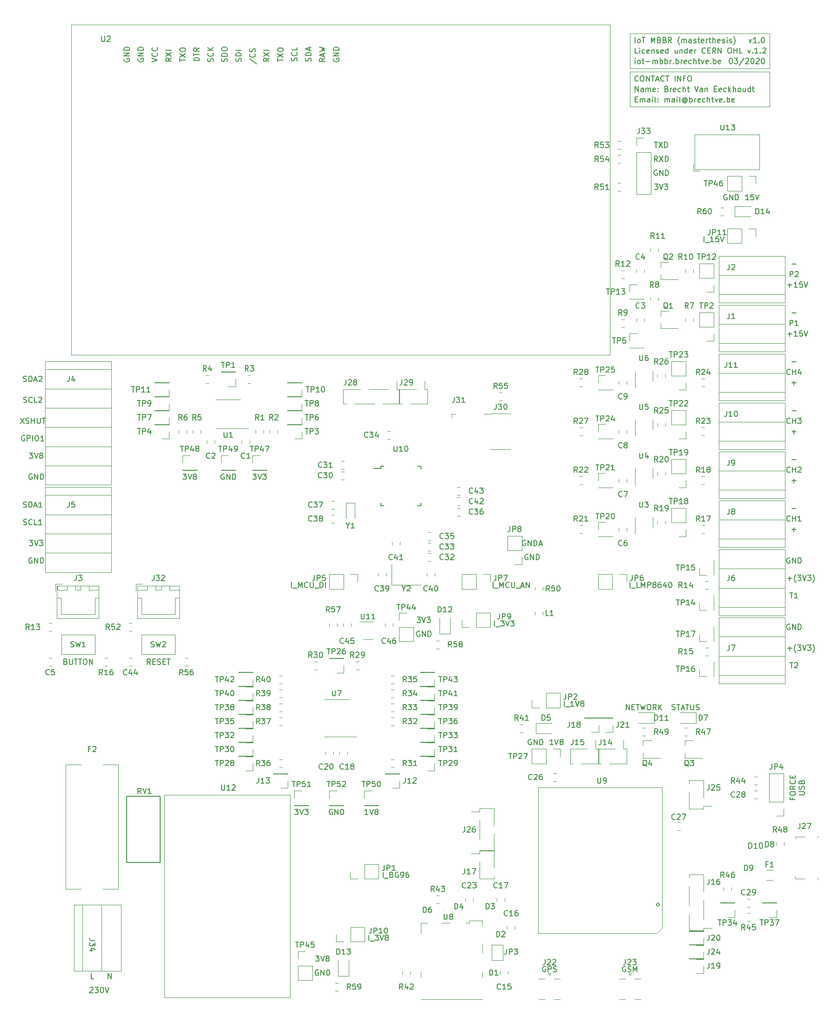
<source format=gto>
G04 #@! TF.GenerationSoftware,KiCad,Pcbnew,5.1.5-52549c5~84~ubuntu19.04.1*
G04 #@! TF.CreationDate,2020-03-18T00:43:24+01:00*
G04 #@! TF.ProjectId,masterthesis-hardware,6d617374-6572-4746-9865-7369732d6861,v1.0*
G04 #@! TF.SameCoordinates,Original*
G04 #@! TF.FileFunction,Legend,Top*
G04 #@! TF.FilePolarity,Positive*
%FSLAX46Y46*%
G04 Gerber Fmt 4.6, Leading zero omitted, Abs format (unit mm)*
G04 Created by KiCad (PCBNEW 5.1.5-52549c5~84~ubuntu19.04.1) date 2020-03-18 00:43:24*
%MOMM*%
%LPD*%
G04 APERTURE LIST*
%ADD10C,0.150000*%
%ADD11C,0.120000*%
%ADD12C,0.100000*%
G04 APERTURE END LIST*
D10*
X100980952Y-171902380D02*
X100409523Y-171902380D01*
X100695238Y-171902380D02*
X100695238Y-170902380D01*
X100600000Y-171045238D01*
X100504761Y-171140476D01*
X100409523Y-171188095D01*
X101266666Y-170902380D02*
X101600000Y-171902380D01*
X101933333Y-170902380D01*
X102409523Y-171330952D02*
X102314285Y-171283333D01*
X102266666Y-171235714D01*
X102219047Y-171140476D01*
X102219047Y-171092857D01*
X102266666Y-170997619D01*
X102314285Y-170950000D01*
X102409523Y-170902380D01*
X102600000Y-170902380D01*
X102695238Y-170950000D01*
X102742857Y-170997619D01*
X102790476Y-171092857D01*
X102790476Y-171140476D01*
X102742857Y-171235714D01*
X102695238Y-171283333D01*
X102600000Y-171330952D01*
X102409523Y-171330952D01*
X102314285Y-171378571D01*
X102266666Y-171426190D01*
X102219047Y-171521428D01*
X102219047Y-171711904D01*
X102266666Y-171807142D01*
X102314285Y-171854761D01*
X102409523Y-171902380D01*
X102600000Y-171902380D01*
X102695238Y-171854761D01*
X102742857Y-171807142D01*
X102790476Y-171711904D01*
X102790476Y-171521428D01*
X102742857Y-171426190D01*
X102695238Y-171378571D01*
X102600000Y-171330952D01*
X94488095Y-170950000D02*
X94392857Y-170902380D01*
X94250000Y-170902380D01*
X94107142Y-170950000D01*
X94011904Y-171045238D01*
X93964285Y-171140476D01*
X93916666Y-171330952D01*
X93916666Y-171473809D01*
X93964285Y-171664285D01*
X94011904Y-171759523D01*
X94107142Y-171854761D01*
X94250000Y-171902380D01*
X94345238Y-171902380D01*
X94488095Y-171854761D01*
X94535714Y-171807142D01*
X94535714Y-171473809D01*
X94345238Y-171473809D01*
X94964285Y-171902380D02*
X94964285Y-170902380D01*
X95535714Y-171902380D01*
X95535714Y-170902380D01*
X96011904Y-171902380D02*
X96011904Y-170902380D01*
X96250000Y-170902380D01*
X96392857Y-170950000D01*
X96488095Y-171045238D01*
X96535714Y-171140476D01*
X96583333Y-171330952D01*
X96583333Y-171473809D01*
X96535714Y-171664285D01*
X96488095Y-171759523D01*
X96392857Y-171854761D01*
X96250000Y-171902380D01*
X96011904Y-171902380D01*
X87661904Y-170902380D02*
X88280952Y-170902380D01*
X87947619Y-171283333D01*
X88090476Y-171283333D01*
X88185714Y-171330952D01*
X88233333Y-171378571D01*
X88280952Y-171473809D01*
X88280952Y-171711904D01*
X88233333Y-171807142D01*
X88185714Y-171854761D01*
X88090476Y-171902380D01*
X87804761Y-171902380D01*
X87709523Y-171854761D01*
X87661904Y-171807142D01*
X88566666Y-170902380D02*
X88900000Y-171902380D01*
X89233333Y-170902380D01*
X89471428Y-170902380D02*
X90090476Y-170902380D01*
X89757142Y-171283333D01*
X89900000Y-171283333D01*
X89995238Y-171330952D01*
X90042857Y-171378571D01*
X90090476Y-171473809D01*
X90090476Y-171711904D01*
X90042857Y-171807142D01*
X89995238Y-171854761D01*
X89900000Y-171902380D01*
X89614285Y-171902380D01*
X89519047Y-171854761D01*
X89471428Y-171807142D01*
X80041904Y-109942380D02*
X80660952Y-109942380D01*
X80327619Y-110323333D01*
X80470476Y-110323333D01*
X80565714Y-110370952D01*
X80613333Y-110418571D01*
X80660952Y-110513809D01*
X80660952Y-110751904D01*
X80613333Y-110847142D01*
X80565714Y-110894761D01*
X80470476Y-110942380D01*
X80184761Y-110942380D01*
X80089523Y-110894761D01*
X80041904Y-110847142D01*
X80946666Y-109942380D02*
X81280000Y-110942380D01*
X81613333Y-109942380D01*
X81851428Y-109942380D02*
X82470476Y-109942380D01*
X82137142Y-110323333D01*
X82280000Y-110323333D01*
X82375238Y-110370952D01*
X82422857Y-110418571D01*
X82470476Y-110513809D01*
X82470476Y-110751904D01*
X82422857Y-110847142D01*
X82375238Y-110894761D01*
X82280000Y-110942380D01*
X81994285Y-110942380D01*
X81899047Y-110894761D01*
X81851428Y-110847142D01*
X74803095Y-109990000D02*
X74707857Y-109942380D01*
X74565000Y-109942380D01*
X74422142Y-109990000D01*
X74326904Y-110085238D01*
X74279285Y-110180476D01*
X74231666Y-110370952D01*
X74231666Y-110513809D01*
X74279285Y-110704285D01*
X74326904Y-110799523D01*
X74422142Y-110894761D01*
X74565000Y-110942380D01*
X74660238Y-110942380D01*
X74803095Y-110894761D01*
X74850714Y-110847142D01*
X74850714Y-110513809D01*
X74660238Y-110513809D01*
X75279285Y-110942380D02*
X75279285Y-109942380D01*
X75850714Y-110942380D01*
X75850714Y-109942380D01*
X76326904Y-110942380D02*
X76326904Y-109942380D01*
X76565000Y-109942380D01*
X76707857Y-109990000D01*
X76803095Y-110085238D01*
X76850714Y-110180476D01*
X76898333Y-110370952D01*
X76898333Y-110513809D01*
X76850714Y-110704285D01*
X76803095Y-110799523D01*
X76707857Y-110894761D01*
X76565000Y-110942380D01*
X76326904Y-110942380D01*
X67341904Y-109942380D02*
X67960952Y-109942380D01*
X67627619Y-110323333D01*
X67770476Y-110323333D01*
X67865714Y-110370952D01*
X67913333Y-110418571D01*
X67960952Y-110513809D01*
X67960952Y-110751904D01*
X67913333Y-110847142D01*
X67865714Y-110894761D01*
X67770476Y-110942380D01*
X67484761Y-110942380D01*
X67389523Y-110894761D01*
X67341904Y-110847142D01*
X68246666Y-109942380D02*
X68580000Y-110942380D01*
X68913333Y-109942380D01*
X69389523Y-110370952D02*
X69294285Y-110323333D01*
X69246666Y-110275714D01*
X69199047Y-110180476D01*
X69199047Y-110132857D01*
X69246666Y-110037619D01*
X69294285Y-109990000D01*
X69389523Y-109942380D01*
X69580000Y-109942380D01*
X69675238Y-109990000D01*
X69722857Y-110037619D01*
X69770476Y-110132857D01*
X69770476Y-110180476D01*
X69722857Y-110275714D01*
X69675238Y-110323333D01*
X69580000Y-110370952D01*
X69389523Y-110370952D01*
X69294285Y-110418571D01*
X69246666Y-110466190D01*
X69199047Y-110561428D01*
X69199047Y-110751904D01*
X69246666Y-110847142D01*
X69294285Y-110894761D01*
X69389523Y-110942380D01*
X69580000Y-110942380D01*
X69675238Y-110894761D01*
X69722857Y-110847142D01*
X69770476Y-110751904D01*
X69770476Y-110561428D01*
X69722857Y-110466190D01*
X69675238Y-110418571D01*
X69580000Y-110370952D01*
D11*
X173990000Y-36830000D02*
X173990000Y-43180000D01*
X148590000Y-43180000D02*
X148590000Y-36830000D01*
D10*
X149560595Y-40457380D02*
X149560595Y-39457380D01*
X150132023Y-40457380D01*
X150132023Y-39457380D01*
X151036785Y-40457380D02*
X151036785Y-39933571D01*
X150989166Y-39838333D01*
X150893928Y-39790714D01*
X150703452Y-39790714D01*
X150608214Y-39838333D01*
X151036785Y-40409761D02*
X150941547Y-40457380D01*
X150703452Y-40457380D01*
X150608214Y-40409761D01*
X150560595Y-40314523D01*
X150560595Y-40219285D01*
X150608214Y-40124047D01*
X150703452Y-40076428D01*
X150941547Y-40076428D01*
X151036785Y-40028809D01*
X151512976Y-40457380D02*
X151512976Y-39790714D01*
X151512976Y-39885952D02*
X151560595Y-39838333D01*
X151655833Y-39790714D01*
X151798690Y-39790714D01*
X151893928Y-39838333D01*
X151941547Y-39933571D01*
X151941547Y-40457380D01*
X151941547Y-39933571D02*
X151989166Y-39838333D01*
X152084404Y-39790714D01*
X152227261Y-39790714D01*
X152322500Y-39838333D01*
X152370119Y-39933571D01*
X152370119Y-40457380D01*
X153227261Y-40409761D02*
X153132023Y-40457380D01*
X152941547Y-40457380D01*
X152846309Y-40409761D01*
X152798690Y-40314523D01*
X152798690Y-39933571D01*
X152846309Y-39838333D01*
X152941547Y-39790714D01*
X153132023Y-39790714D01*
X153227261Y-39838333D01*
X153274880Y-39933571D01*
X153274880Y-40028809D01*
X152798690Y-40124047D01*
X153703452Y-40362142D02*
X153751071Y-40409761D01*
X153703452Y-40457380D01*
X153655833Y-40409761D01*
X153703452Y-40362142D01*
X153703452Y-40457380D01*
X153703452Y-39838333D02*
X153751071Y-39885952D01*
X153703452Y-39933571D01*
X153655833Y-39885952D01*
X153703452Y-39838333D01*
X153703452Y-39933571D01*
X155274880Y-39933571D02*
X155417738Y-39981190D01*
X155465357Y-40028809D01*
X155512976Y-40124047D01*
X155512976Y-40266904D01*
X155465357Y-40362142D01*
X155417738Y-40409761D01*
X155322500Y-40457380D01*
X154941547Y-40457380D01*
X154941547Y-39457380D01*
X155274880Y-39457380D01*
X155370119Y-39505000D01*
X155417738Y-39552619D01*
X155465357Y-39647857D01*
X155465357Y-39743095D01*
X155417738Y-39838333D01*
X155370119Y-39885952D01*
X155274880Y-39933571D01*
X154941547Y-39933571D01*
X155941547Y-40457380D02*
X155941547Y-39790714D01*
X155941547Y-39981190D02*
X155989166Y-39885952D01*
X156036785Y-39838333D01*
X156132023Y-39790714D01*
X156227261Y-39790714D01*
X156941547Y-40409761D02*
X156846309Y-40457380D01*
X156655833Y-40457380D01*
X156560595Y-40409761D01*
X156512976Y-40314523D01*
X156512976Y-39933571D01*
X156560595Y-39838333D01*
X156655833Y-39790714D01*
X156846309Y-39790714D01*
X156941547Y-39838333D01*
X156989166Y-39933571D01*
X156989166Y-40028809D01*
X156512976Y-40124047D01*
X157846309Y-40409761D02*
X157751071Y-40457380D01*
X157560595Y-40457380D01*
X157465357Y-40409761D01*
X157417738Y-40362142D01*
X157370119Y-40266904D01*
X157370119Y-39981190D01*
X157417738Y-39885952D01*
X157465357Y-39838333D01*
X157560595Y-39790714D01*
X157751071Y-39790714D01*
X157846309Y-39838333D01*
X158274880Y-40457380D02*
X158274880Y-39457380D01*
X158703452Y-40457380D02*
X158703452Y-39933571D01*
X158655833Y-39838333D01*
X158560595Y-39790714D01*
X158417738Y-39790714D01*
X158322500Y-39838333D01*
X158274880Y-39885952D01*
X159036785Y-39790714D02*
X159417738Y-39790714D01*
X159179642Y-39457380D02*
X159179642Y-40314523D01*
X159227261Y-40409761D01*
X159322500Y-40457380D01*
X159417738Y-40457380D01*
X160370119Y-39457380D02*
X160703452Y-40457380D01*
X161036785Y-39457380D01*
X161798690Y-40457380D02*
X161798690Y-39933571D01*
X161751071Y-39838333D01*
X161655833Y-39790714D01*
X161465357Y-39790714D01*
X161370119Y-39838333D01*
X161798690Y-40409761D02*
X161703452Y-40457380D01*
X161465357Y-40457380D01*
X161370119Y-40409761D01*
X161322500Y-40314523D01*
X161322500Y-40219285D01*
X161370119Y-40124047D01*
X161465357Y-40076428D01*
X161703452Y-40076428D01*
X161798690Y-40028809D01*
X162274880Y-39790714D02*
X162274880Y-40457380D01*
X162274880Y-39885952D02*
X162322500Y-39838333D01*
X162417738Y-39790714D01*
X162560595Y-39790714D01*
X162655833Y-39838333D01*
X162703452Y-39933571D01*
X162703452Y-40457380D01*
X163941547Y-39933571D02*
X164274880Y-39933571D01*
X164417738Y-40457380D02*
X163941547Y-40457380D01*
X163941547Y-39457380D01*
X164417738Y-39457380D01*
X165227261Y-40409761D02*
X165132023Y-40457380D01*
X164941547Y-40457380D01*
X164846309Y-40409761D01*
X164798690Y-40314523D01*
X164798690Y-39933571D01*
X164846309Y-39838333D01*
X164941547Y-39790714D01*
X165132023Y-39790714D01*
X165227261Y-39838333D01*
X165274880Y-39933571D01*
X165274880Y-40028809D01*
X164798690Y-40124047D01*
X166132023Y-40409761D02*
X166036785Y-40457380D01*
X165846309Y-40457380D01*
X165751071Y-40409761D01*
X165703452Y-40362142D01*
X165655833Y-40266904D01*
X165655833Y-39981190D01*
X165703452Y-39885952D01*
X165751071Y-39838333D01*
X165846309Y-39790714D01*
X166036785Y-39790714D01*
X166132023Y-39838333D01*
X166560595Y-40457380D02*
X166560595Y-39457380D01*
X166655833Y-40076428D02*
X166941547Y-40457380D01*
X166941547Y-39790714D02*
X166560595Y-40171666D01*
X167370119Y-40457380D02*
X167370119Y-39457380D01*
X167798690Y-40457380D02*
X167798690Y-39933571D01*
X167751071Y-39838333D01*
X167655833Y-39790714D01*
X167512976Y-39790714D01*
X167417738Y-39838333D01*
X167370119Y-39885952D01*
X168417738Y-40457380D02*
X168322500Y-40409761D01*
X168274880Y-40362142D01*
X168227261Y-40266904D01*
X168227261Y-39981190D01*
X168274880Y-39885952D01*
X168322500Y-39838333D01*
X168417738Y-39790714D01*
X168560595Y-39790714D01*
X168655833Y-39838333D01*
X168703452Y-39885952D01*
X168751071Y-39981190D01*
X168751071Y-40266904D01*
X168703452Y-40362142D01*
X168655833Y-40409761D01*
X168560595Y-40457380D01*
X168417738Y-40457380D01*
X169608214Y-39790714D02*
X169608214Y-40457380D01*
X169179642Y-39790714D02*
X169179642Y-40314523D01*
X169227261Y-40409761D01*
X169322500Y-40457380D01*
X169465357Y-40457380D01*
X169560595Y-40409761D01*
X169608214Y-40362142D01*
X170512976Y-40457380D02*
X170512976Y-39457380D01*
X170512976Y-40409761D02*
X170417738Y-40457380D01*
X170227261Y-40457380D01*
X170132023Y-40409761D01*
X170084404Y-40362142D01*
X170036785Y-40266904D01*
X170036785Y-39981190D01*
X170084404Y-39885952D01*
X170132023Y-39838333D01*
X170227261Y-39790714D01*
X170417738Y-39790714D01*
X170512976Y-39838333D01*
X170846309Y-39790714D02*
X171227261Y-39790714D01*
X170989166Y-39457380D02*
X170989166Y-40314523D01*
X171036785Y-40409761D01*
X171132023Y-40457380D01*
X171227261Y-40457380D01*
D11*
X173990000Y-43180000D02*
X148590000Y-43180000D01*
D10*
X149560595Y-41838571D02*
X149893928Y-41838571D01*
X150036785Y-42362380D02*
X149560595Y-42362380D01*
X149560595Y-41362380D01*
X150036785Y-41362380D01*
X150465357Y-42362380D02*
X150465357Y-41695714D01*
X150465357Y-41790952D02*
X150512976Y-41743333D01*
X150608214Y-41695714D01*
X150751071Y-41695714D01*
X150846309Y-41743333D01*
X150893928Y-41838571D01*
X150893928Y-42362380D01*
X150893928Y-41838571D02*
X150941547Y-41743333D01*
X151036785Y-41695714D01*
X151179642Y-41695714D01*
X151274880Y-41743333D01*
X151322500Y-41838571D01*
X151322500Y-42362380D01*
X152227261Y-42362380D02*
X152227261Y-41838571D01*
X152179642Y-41743333D01*
X152084404Y-41695714D01*
X151893928Y-41695714D01*
X151798690Y-41743333D01*
X152227261Y-42314761D02*
X152132023Y-42362380D01*
X151893928Y-42362380D01*
X151798690Y-42314761D01*
X151751071Y-42219523D01*
X151751071Y-42124285D01*
X151798690Y-42029047D01*
X151893928Y-41981428D01*
X152132023Y-41981428D01*
X152227261Y-41933809D01*
X152703452Y-42362380D02*
X152703452Y-41695714D01*
X152703452Y-41362380D02*
X152655833Y-41410000D01*
X152703452Y-41457619D01*
X152751071Y-41410000D01*
X152703452Y-41362380D01*
X152703452Y-41457619D01*
X153322500Y-42362380D02*
X153227261Y-42314761D01*
X153179642Y-42219523D01*
X153179642Y-41362380D01*
X153703452Y-42267142D02*
X153751071Y-42314761D01*
X153703452Y-42362380D01*
X153655833Y-42314761D01*
X153703452Y-42267142D01*
X153703452Y-42362380D01*
X153703452Y-41743333D02*
X153751071Y-41790952D01*
X153703452Y-41838571D01*
X153655833Y-41790952D01*
X153703452Y-41743333D01*
X153703452Y-41838571D01*
X154941547Y-42362380D02*
X154941547Y-41695714D01*
X154941547Y-41790952D02*
X154989166Y-41743333D01*
X155084404Y-41695714D01*
X155227261Y-41695714D01*
X155322500Y-41743333D01*
X155370119Y-41838571D01*
X155370119Y-42362380D01*
X155370119Y-41838571D02*
X155417738Y-41743333D01*
X155512976Y-41695714D01*
X155655833Y-41695714D01*
X155751071Y-41743333D01*
X155798690Y-41838571D01*
X155798690Y-42362380D01*
X156703452Y-42362380D02*
X156703452Y-41838571D01*
X156655833Y-41743333D01*
X156560595Y-41695714D01*
X156370119Y-41695714D01*
X156274880Y-41743333D01*
X156703452Y-42314761D02*
X156608214Y-42362380D01*
X156370119Y-42362380D01*
X156274880Y-42314761D01*
X156227261Y-42219523D01*
X156227261Y-42124285D01*
X156274880Y-42029047D01*
X156370119Y-41981428D01*
X156608214Y-41981428D01*
X156703452Y-41933809D01*
X157179642Y-42362380D02*
X157179642Y-41695714D01*
X157179642Y-41362380D02*
X157132023Y-41410000D01*
X157179642Y-41457619D01*
X157227261Y-41410000D01*
X157179642Y-41362380D01*
X157179642Y-41457619D01*
X157798690Y-42362380D02*
X157703452Y-42314761D01*
X157655833Y-42219523D01*
X157655833Y-41362380D01*
X158798690Y-41886190D02*
X158751071Y-41838571D01*
X158655833Y-41790952D01*
X158560595Y-41790952D01*
X158465357Y-41838571D01*
X158417738Y-41886190D01*
X158370119Y-41981428D01*
X158370119Y-42076666D01*
X158417738Y-42171904D01*
X158465357Y-42219523D01*
X158560595Y-42267142D01*
X158655833Y-42267142D01*
X158751071Y-42219523D01*
X158798690Y-42171904D01*
X158798690Y-41790952D02*
X158798690Y-42171904D01*
X158846309Y-42219523D01*
X158893928Y-42219523D01*
X158989166Y-42171904D01*
X159036785Y-42076666D01*
X159036785Y-41838571D01*
X158941547Y-41695714D01*
X158798690Y-41600476D01*
X158608214Y-41552857D01*
X158417738Y-41600476D01*
X158274880Y-41695714D01*
X158179642Y-41838571D01*
X158132023Y-42029047D01*
X158179642Y-42219523D01*
X158274880Y-42362380D01*
X158417738Y-42457619D01*
X158608214Y-42505238D01*
X158798690Y-42457619D01*
X158941547Y-42362380D01*
X159465357Y-42362380D02*
X159465357Y-41362380D01*
X159465357Y-41743333D02*
X159560595Y-41695714D01*
X159751071Y-41695714D01*
X159846309Y-41743333D01*
X159893928Y-41790952D01*
X159941547Y-41886190D01*
X159941547Y-42171904D01*
X159893928Y-42267142D01*
X159846309Y-42314761D01*
X159751071Y-42362380D01*
X159560595Y-42362380D01*
X159465357Y-42314761D01*
X160370119Y-42362380D02*
X160370119Y-41695714D01*
X160370119Y-41886190D02*
X160417738Y-41790952D01*
X160465357Y-41743333D01*
X160560595Y-41695714D01*
X160655833Y-41695714D01*
X161370119Y-42314761D02*
X161274880Y-42362380D01*
X161084404Y-42362380D01*
X160989166Y-42314761D01*
X160941547Y-42219523D01*
X160941547Y-41838571D01*
X160989166Y-41743333D01*
X161084404Y-41695714D01*
X161274880Y-41695714D01*
X161370119Y-41743333D01*
X161417738Y-41838571D01*
X161417738Y-41933809D01*
X160941547Y-42029047D01*
X162274880Y-42314761D02*
X162179642Y-42362380D01*
X161989166Y-42362380D01*
X161893928Y-42314761D01*
X161846309Y-42267142D01*
X161798690Y-42171904D01*
X161798690Y-41886190D01*
X161846309Y-41790952D01*
X161893928Y-41743333D01*
X161989166Y-41695714D01*
X162179642Y-41695714D01*
X162274880Y-41743333D01*
X162703452Y-42362380D02*
X162703452Y-41362380D01*
X163132023Y-42362380D02*
X163132023Y-41838571D01*
X163084404Y-41743333D01*
X162989166Y-41695714D01*
X162846309Y-41695714D01*
X162751071Y-41743333D01*
X162703452Y-41790952D01*
X163465357Y-41695714D02*
X163846309Y-41695714D01*
X163608214Y-41362380D02*
X163608214Y-42219523D01*
X163655833Y-42314761D01*
X163751071Y-42362380D01*
X163846309Y-42362380D01*
X164084404Y-41695714D02*
X164322500Y-42362380D01*
X164560595Y-41695714D01*
X165322500Y-42314761D02*
X165227261Y-42362380D01*
X165036785Y-42362380D01*
X164941547Y-42314761D01*
X164893928Y-42219523D01*
X164893928Y-41838571D01*
X164941547Y-41743333D01*
X165036785Y-41695714D01*
X165227261Y-41695714D01*
X165322500Y-41743333D01*
X165370119Y-41838571D01*
X165370119Y-41933809D01*
X164893928Y-42029047D01*
X165798690Y-42267142D02*
X165846309Y-42314761D01*
X165798690Y-42362380D01*
X165751071Y-42314761D01*
X165798690Y-42267142D01*
X165798690Y-42362380D01*
X166274880Y-42362380D02*
X166274880Y-41362380D01*
X166274880Y-41743333D02*
X166370119Y-41695714D01*
X166560595Y-41695714D01*
X166655833Y-41743333D01*
X166703452Y-41790952D01*
X166751071Y-41886190D01*
X166751071Y-42171904D01*
X166703452Y-42267142D01*
X166655833Y-42314761D01*
X166560595Y-42362380D01*
X166370119Y-42362380D01*
X166274880Y-42314761D01*
X167560595Y-42314761D02*
X167465357Y-42362380D01*
X167274880Y-42362380D01*
X167179642Y-42314761D01*
X167132023Y-42219523D01*
X167132023Y-41838571D01*
X167179642Y-41743333D01*
X167274880Y-41695714D01*
X167465357Y-41695714D01*
X167560595Y-41743333D01*
X167608214Y-41838571D01*
X167608214Y-41933809D01*
X167132023Y-42029047D01*
X150132023Y-38457142D02*
X150084404Y-38504761D01*
X149941547Y-38552380D01*
X149846309Y-38552380D01*
X149703452Y-38504761D01*
X149608214Y-38409523D01*
X149560595Y-38314285D01*
X149512976Y-38123809D01*
X149512976Y-37980952D01*
X149560595Y-37790476D01*
X149608214Y-37695238D01*
X149703452Y-37600000D01*
X149846309Y-37552380D01*
X149941547Y-37552380D01*
X150084404Y-37600000D01*
X150132023Y-37647619D01*
X150751071Y-37552380D02*
X150941547Y-37552380D01*
X151036785Y-37600000D01*
X151132023Y-37695238D01*
X151179642Y-37885714D01*
X151179642Y-38219047D01*
X151132023Y-38409523D01*
X151036785Y-38504761D01*
X150941547Y-38552380D01*
X150751071Y-38552380D01*
X150655833Y-38504761D01*
X150560595Y-38409523D01*
X150512976Y-38219047D01*
X150512976Y-37885714D01*
X150560595Y-37695238D01*
X150655833Y-37600000D01*
X150751071Y-37552380D01*
X151608214Y-38552380D02*
X151608214Y-37552380D01*
X152179642Y-38552380D01*
X152179642Y-37552380D01*
X152512976Y-37552380D02*
X153084404Y-37552380D01*
X152798690Y-38552380D02*
X152798690Y-37552380D01*
X153370119Y-38266666D02*
X153846309Y-38266666D01*
X153274880Y-38552380D02*
X153608214Y-37552380D01*
X153941547Y-38552380D01*
X154846309Y-38457142D02*
X154798690Y-38504761D01*
X154655833Y-38552380D01*
X154560595Y-38552380D01*
X154417738Y-38504761D01*
X154322500Y-38409523D01*
X154274880Y-38314285D01*
X154227261Y-38123809D01*
X154227261Y-37980952D01*
X154274880Y-37790476D01*
X154322500Y-37695238D01*
X154417738Y-37600000D01*
X154560595Y-37552380D01*
X154655833Y-37552380D01*
X154798690Y-37600000D01*
X154846309Y-37647619D01*
X155132023Y-37552380D02*
X155703452Y-37552380D01*
X155417738Y-38552380D02*
X155417738Y-37552380D01*
X156798690Y-38552380D02*
X156798690Y-37552380D01*
X157274880Y-38552380D02*
X157274880Y-37552380D01*
X157846309Y-38552380D01*
X157846309Y-37552380D01*
X158655833Y-38028571D02*
X158322500Y-38028571D01*
X158322500Y-38552380D02*
X158322500Y-37552380D01*
X158798690Y-37552380D01*
X159370119Y-37552380D02*
X159560595Y-37552380D01*
X159655833Y-37600000D01*
X159751071Y-37695238D01*
X159798690Y-37885714D01*
X159798690Y-38219047D01*
X159751071Y-38409523D01*
X159655833Y-38504761D01*
X159560595Y-38552380D01*
X159370119Y-38552380D01*
X159274880Y-38504761D01*
X159179642Y-38409523D01*
X159132023Y-38219047D01*
X159132023Y-37885714D01*
X159179642Y-37695238D01*
X159274880Y-37600000D01*
X159370119Y-37552380D01*
D11*
X148590000Y-36830000D02*
X173990000Y-36830000D01*
X148590000Y-36195000D02*
X148590000Y-29845000D01*
X173990000Y-36195000D02*
X148590000Y-36195000D01*
X173990000Y-29845000D02*
X173990000Y-36195000D01*
X148590000Y-29845000D02*
X173990000Y-29845000D01*
D10*
X170257500Y-30900714D02*
X170495595Y-31567380D01*
X170733690Y-30900714D01*
X171638452Y-31567380D02*
X171067023Y-31567380D01*
X171352738Y-31567380D02*
X171352738Y-30567380D01*
X171257500Y-30710238D01*
X171162261Y-30805476D01*
X171067023Y-30853095D01*
X172067023Y-31472142D02*
X172114642Y-31519761D01*
X172067023Y-31567380D01*
X172019404Y-31519761D01*
X172067023Y-31472142D01*
X172067023Y-31567380D01*
X172733690Y-30567380D02*
X172828928Y-30567380D01*
X172924166Y-30615000D01*
X172971785Y-30662619D01*
X173019404Y-30757857D01*
X173067023Y-30948333D01*
X173067023Y-31186428D01*
X173019404Y-31376904D01*
X172971785Y-31472142D01*
X172924166Y-31519761D01*
X172828928Y-31567380D01*
X172733690Y-31567380D01*
X172638452Y-31519761D01*
X172590833Y-31472142D01*
X172543214Y-31376904D01*
X172495595Y-31186428D01*
X172495595Y-30948333D01*
X172543214Y-30757857D01*
X172590833Y-30662619D01*
X172638452Y-30615000D01*
X172733690Y-30567380D01*
X166924166Y-34377380D02*
X167019404Y-34377380D01*
X167114642Y-34425000D01*
X167162261Y-34472619D01*
X167209880Y-34567857D01*
X167257500Y-34758333D01*
X167257500Y-34996428D01*
X167209880Y-35186904D01*
X167162261Y-35282142D01*
X167114642Y-35329761D01*
X167019404Y-35377380D01*
X166924166Y-35377380D01*
X166828928Y-35329761D01*
X166781309Y-35282142D01*
X166733690Y-35186904D01*
X166686071Y-34996428D01*
X166686071Y-34758333D01*
X166733690Y-34567857D01*
X166781309Y-34472619D01*
X166828928Y-34425000D01*
X166924166Y-34377380D01*
X167590833Y-34377380D02*
X168209880Y-34377380D01*
X167876547Y-34758333D01*
X168019404Y-34758333D01*
X168114642Y-34805952D01*
X168162261Y-34853571D01*
X168209880Y-34948809D01*
X168209880Y-35186904D01*
X168162261Y-35282142D01*
X168114642Y-35329761D01*
X168019404Y-35377380D01*
X167733690Y-35377380D01*
X167638452Y-35329761D01*
X167590833Y-35282142D01*
X169352738Y-34329761D02*
X168495595Y-35615476D01*
X169638452Y-34472619D02*
X169686071Y-34425000D01*
X169781309Y-34377380D01*
X170019404Y-34377380D01*
X170114642Y-34425000D01*
X170162261Y-34472619D01*
X170209880Y-34567857D01*
X170209880Y-34663095D01*
X170162261Y-34805952D01*
X169590833Y-35377380D01*
X170209880Y-35377380D01*
X170828928Y-34377380D02*
X170924166Y-34377380D01*
X171019404Y-34425000D01*
X171067023Y-34472619D01*
X171114642Y-34567857D01*
X171162261Y-34758333D01*
X171162261Y-34996428D01*
X171114642Y-35186904D01*
X171067023Y-35282142D01*
X171019404Y-35329761D01*
X170924166Y-35377380D01*
X170828928Y-35377380D01*
X170733690Y-35329761D01*
X170686071Y-35282142D01*
X170638452Y-35186904D01*
X170590833Y-34996428D01*
X170590833Y-34758333D01*
X170638452Y-34567857D01*
X170686071Y-34472619D01*
X170733690Y-34425000D01*
X170828928Y-34377380D01*
X171543214Y-34472619D02*
X171590833Y-34425000D01*
X171686071Y-34377380D01*
X171924166Y-34377380D01*
X172019404Y-34425000D01*
X172067023Y-34472619D01*
X172114642Y-34567857D01*
X172114642Y-34663095D01*
X172067023Y-34805952D01*
X171495595Y-35377380D01*
X172114642Y-35377380D01*
X172733690Y-34377380D02*
X172828928Y-34377380D01*
X172924166Y-34425000D01*
X172971785Y-34472619D01*
X173019404Y-34567857D01*
X173067023Y-34758333D01*
X173067023Y-34996428D01*
X173019404Y-35186904D01*
X172971785Y-35282142D01*
X172924166Y-35329761D01*
X172828928Y-35377380D01*
X172733690Y-35377380D01*
X172638452Y-35329761D01*
X172590833Y-35282142D01*
X172543214Y-35186904D01*
X172495595Y-34996428D01*
X172495595Y-34758333D01*
X172543214Y-34567857D01*
X172590833Y-34472619D01*
X172638452Y-34425000D01*
X172733690Y-34377380D01*
X149560595Y-35377380D02*
X149560595Y-34710714D01*
X149560595Y-34377380D02*
X149512976Y-34425000D01*
X149560595Y-34472619D01*
X149608214Y-34425000D01*
X149560595Y-34377380D01*
X149560595Y-34472619D01*
X150179642Y-35377380D02*
X150084404Y-35329761D01*
X150036785Y-35282142D01*
X149989166Y-35186904D01*
X149989166Y-34901190D01*
X150036785Y-34805952D01*
X150084404Y-34758333D01*
X150179642Y-34710714D01*
X150322500Y-34710714D01*
X150417738Y-34758333D01*
X150465357Y-34805952D01*
X150512976Y-34901190D01*
X150512976Y-35186904D01*
X150465357Y-35282142D01*
X150417738Y-35329761D01*
X150322500Y-35377380D01*
X150179642Y-35377380D01*
X150798690Y-34710714D02*
X151179642Y-34710714D01*
X150941547Y-34377380D02*
X150941547Y-35234523D01*
X150989166Y-35329761D01*
X151084404Y-35377380D01*
X151179642Y-35377380D01*
X151512976Y-34996428D02*
X152274880Y-34996428D01*
X152751071Y-35377380D02*
X152751071Y-34710714D01*
X152751071Y-34805952D02*
X152798690Y-34758333D01*
X152893928Y-34710714D01*
X153036785Y-34710714D01*
X153132023Y-34758333D01*
X153179642Y-34853571D01*
X153179642Y-35377380D01*
X153179642Y-34853571D02*
X153227261Y-34758333D01*
X153322500Y-34710714D01*
X153465357Y-34710714D01*
X153560595Y-34758333D01*
X153608214Y-34853571D01*
X153608214Y-35377380D01*
X154084404Y-35377380D02*
X154084404Y-34377380D01*
X154084404Y-34758333D02*
X154179642Y-34710714D01*
X154370119Y-34710714D01*
X154465357Y-34758333D01*
X154512976Y-34805952D01*
X154560595Y-34901190D01*
X154560595Y-35186904D01*
X154512976Y-35282142D01*
X154465357Y-35329761D01*
X154370119Y-35377380D01*
X154179642Y-35377380D01*
X154084404Y-35329761D01*
X154989166Y-35377380D02*
X154989166Y-34377380D01*
X154989166Y-34758333D02*
X155084404Y-34710714D01*
X155274880Y-34710714D01*
X155370119Y-34758333D01*
X155417738Y-34805952D01*
X155465357Y-34901190D01*
X155465357Y-35186904D01*
X155417738Y-35282142D01*
X155370119Y-35329761D01*
X155274880Y-35377380D01*
X155084404Y-35377380D01*
X154989166Y-35329761D01*
X155893928Y-35377380D02*
X155893928Y-34710714D01*
X155893928Y-34901190D02*
X155941547Y-34805952D01*
X155989166Y-34758333D01*
X156084404Y-34710714D01*
X156179642Y-34710714D01*
X156512976Y-35282142D02*
X156560595Y-35329761D01*
X156512976Y-35377380D01*
X156465357Y-35329761D01*
X156512976Y-35282142D01*
X156512976Y-35377380D01*
X156989166Y-35377380D02*
X156989166Y-34377380D01*
X156989166Y-34758333D02*
X157084404Y-34710714D01*
X157274880Y-34710714D01*
X157370119Y-34758333D01*
X157417738Y-34805952D01*
X157465357Y-34901190D01*
X157465357Y-35186904D01*
X157417738Y-35282142D01*
X157370119Y-35329761D01*
X157274880Y-35377380D01*
X157084404Y-35377380D01*
X156989166Y-35329761D01*
X157893928Y-35377380D02*
X157893928Y-34710714D01*
X157893928Y-34901190D02*
X157941547Y-34805952D01*
X157989166Y-34758333D01*
X158084404Y-34710714D01*
X158179642Y-34710714D01*
X158893928Y-35329761D02*
X158798690Y-35377380D01*
X158608214Y-35377380D01*
X158512976Y-35329761D01*
X158465357Y-35234523D01*
X158465357Y-34853571D01*
X158512976Y-34758333D01*
X158608214Y-34710714D01*
X158798690Y-34710714D01*
X158893928Y-34758333D01*
X158941547Y-34853571D01*
X158941547Y-34948809D01*
X158465357Y-35044047D01*
X159798690Y-35329761D02*
X159703452Y-35377380D01*
X159512976Y-35377380D01*
X159417738Y-35329761D01*
X159370119Y-35282142D01*
X159322500Y-35186904D01*
X159322500Y-34901190D01*
X159370119Y-34805952D01*
X159417738Y-34758333D01*
X159512976Y-34710714D01*
X159703452Y-34710714D01*
X159798690Y-34758333D01*
X160227261Y-35377380D02*
X160227261Y-34377380D01*
X160655833Y-35377380D02*
X160655833Y-34853571D01*
X160608214Y-34758333D01*
X160512976Y-34710714D01*
X160370119Y-34710714D01*
X160274880Y-34758333D01*
X160227261Y-34805952D01*
X160989166Y-34710714D02*
X161370119Y-34710714D01*
X161132023Y-34377380D02*
X161132023Y-35234523D01*
X161179642Y-35329761D01*
X161274880Y-35377380D01*
X161370119Y-35377380D01*
X161608214Y-34710714D02*
X161846309Y-35377380D01*
X162084404Y-34710714D01*
X162846309Y-35329761D02*
X162751071Y-35377380D01*
X162560595Y-35377380D01*
X162465357Y-35329761D01*
X162417738Y-35234523D01*
X162417738Y-34853571D01*
X162465357Y-34758333D01*
X162560595Y-34710714D01*
X162751071Y-34710714D01*
X162846309Y-34758333D01*
X162893928Y-34853571D01*
X162893928Y-34948809D01*
X162417738Y-35044047D01*
X163322500Y-35282142D02*
X163370119Y-35329761D01*
X163322500Y-35377380D01*
X163274880Y-35329761D01*
X163322500Y-35282142D01*
X163322500Y-35377380D01*
X163798690Y-35377380D02*
X163798690Y-34377380D01*
X163798690Y-34758333D02*
X163893928Y-34710714D01*
X164084404Y-34710714D01*
X164179642Y-34758333D01*
X164227261Y-34805952D01*
X164274880Y-34901190D01*
X164274880Y-35186904D01*
X164227261Y-35282142D01*
X164179642Y-35329761D01*
X164084404Y-35377380D01*
X163893928Y-35377380D01*
X163798690Y-35329761D01*
X165084404Y-35329761D02*
X164989166Y-35377380D01*
X164798690Y-35377380D01*
X164703452Y-35329761D01*
X164655833Y-35234523D01*
X164655833Y-34853571D01*
X164703452Y-34758333D01*
X164798690Y-34710714D01*
X164989166Y-34710714D01*
X165084404Y-34758333D01*
X165132023Y-34853571D01*
X165132023Y-34948809D01*
X164655833Y-35044047D01*
X150036785Y-33472380D02*
X149560595Y-33472380D01*
X149560595Y-32472380D01*
X150370119Y-33472380D02*
X150370119Y-32805714D01*
X150370119Y-32472380D02*
X150322500Y-32520000D01*
X150370119Y-32567619D01*
X150417738Y-32520000D01*
X150370119Y-32472380D01*
X150370119Y-32567619D01*
X151274880Y-33424761D02*
X151179642Y-33472380D01*
X150989166Y-33472380D01*
X150893928Y-33424761D01*
X150846309Y-33377142D01*
X150798690Y-33281904D01*
X150798690Y-32996190D01*
X150846309Y-32900952D01*
X150893928Y-32853333D01*
X150989166Y-32805714D01*
X151179642Y-32805714D01*
X151274880Y-32853333D01*
X152084404Y-33424761D02*
X151989166Y-33472380D01*
X151798690Y-33472380D01*
X151703452Y-33424761D01*
X151655833Y-33329523D01*
X151655833Y-32948571D01*
X151703452Y-32853333D01*
X151798690Y-32805714D01*
X151989166Y-32805714D01*
X152084404Y-32853333D01*
X152132023Y-32948571D01*
X152132023Y-33043809D01*
X151655833Y-33139047D01*
X152560595Y-32805714D02*
X152560595Y-33472380D01*
X152560595Y-32900952D02*
X152608214Y-32853333D01*
X152703452Y-32805714D01*
X152846309Y-32805714D01*
X152941547Y-32853333D01*
X152989166Y-32948571D01*
X152989166Y-33472380D01*
X153417738Y-33424761D02*
X153512976Y-33472380D01*
X153703452Y-33472380D01*
X153798690Y-33424761D01*
X153846309Y-33329523D01*
X153846309Y-33281904D01*
X153798690Y-33186666D01*
X153703452Y-33139047D01*
X153560595Y-33139047D01*
X153465357Y-33091428D01*
X153417738Y-32996190D01*
X153417738Y-32948571D01*
X153465357Y-32853333D01*
X153560595Y-32805714D01*
X153703452Y-32805714D01*
X153798690Y-32853333D01*
X154655833Y-33424761D02*
X154560595Y-33472380D01*
X154370119Y-33472380D01*
X154274880Y-33424761D01*
X154227261Y-33329523D01*
X154227261Y-32948571D01*
X154274880Y-32853333D01*
X154370119Y-32805714D01*
X154560595Y-32805714D01*
X154655833Y-32853333D01*
X154703452Y-32948571D01*
X154703452Y-33043809D01*
X154227261Y-33139047D01*
X155560595Y-33472380D02*
X155560595Y-32472380D01*
X155560595Y-33424761D02*
X155465357Y-33472380D01*
X155274880Y-33472380D01*
X155179642Y-33424761D01*
X155132023Y-33377142D01*
X155084404Y-33281904D01*
X155084404Y-32996190D01*
X155132023Y-32900952D01*
X155179642Y-32853333D01*
X155274880Y-32805714D01*
X155465357Y-32805714D01*
X155560595Y-32853333D01*
X157227261Y-32805714D02*
X157227261Y-33472380D01*
X156798690Y-32805714D02*
X156798690Y-33329523D01*
X156846309Y-33424761D01*
X156941547Y-33472380D01*
X157084404Y-33472380D01*
X157179642Y-33424761D01*
X157227261Y-33377142D01*
X157703452Y-32805714D02*
X157703452Y-33472380D01*
X157703452Y-32900952D02*
X157751071Y-32853333D01*
X157846309Y-32805714D01*
X157989166Y-32805714D01*
X158084404Y-32853333D01*
X158132023Y-32948571D01*
X158132023Y-33472380D01*
X159036785Y-33472380D02*
X159036785Y-32472380D01*
X159036785Y-33424761D02*
X158941547Y-33472380D01*
X158751071Y-33472380D01*
X158655833Y-33424761D01*
X158608214Y-33377142D01*
X158560595Y-33281904D01*
X158560595Y-32996190D01*
X158608214Y-32900952D01*
X158655833Y-32853333D01*
X158751071Y-32805714D01*
X158941547Y-32805714D01*
X159036785Y-32853333D01*
X159893928Y-33424761D02*
X159798690Y-33472380D01*
X159608214Y-33472380D01*
X159512976Y-33424761D01*
X159465357Y-33329523D01*
X159465357Y-32948571D01*
X159512976Y-32853333D01*
X159608214Y-32805714D01*
X159798690Y-32805714D01*
X159893928Y-32853333D01*
X159941547Y-32948571D01*
X159941547Y-33043809D01*
X159465357Y-33139047D01*
X160370119Y-33472380D02*
X160370119Y-32805714D01*
X160370119Y-32996190D02*
X160417738Y-32900952D01*
X160465357Y-32853333D01*
X160560595Y-32805714D01*
X160655833Y-32805714D01*
X162322500Y-33377142D02*
X162274880Y-33424761D01*
X162132023Y-33472380D01*
X162036785Y-33472380D01*
X161893928Y-33424761D01*
X161798690Y-33329523D01*
X161751071Y-33234285D01*
X161703452Y-33043809D01*
X161703452Y-32900952D01*
X161751071Y-32710476D01*
X161798690Y-32615238D01*
X161893928Y-32520000D01*
X162036785Y-32472380D01*
X162132023Y-32472380D01*
X162274880Y-32520000D01*
X162322500Y-32567619D01*
X162751071Y-32948571D02*
X163084404Y-32948571D01*
X163227261Y-33472380D02*
X162751071Y-33472380D01*
X162751071Y-32472380D01*
X163227261Y-32472380D01*
X164227261Y-33472380D02*
X163893928Y-32996190D01*
X163655833Y-33472380D02*
X163655833Y-32472380D01*
X164036785Y-32472380D01*
X164132023Y-32520000D01*
X164179642Y-32567619D01*
X164227261Y-32662857D01*
X164227261Y-32805714D01*
X164179642Y-32900952D01*
X164132023Y-32948571D01*
X164036785Y-32996190D01*
X163655833Y-32996190D01*
X164655833Y-33472380D02*
X164655833Y-32472380D01*
X165227261Y-33472380D01*
X165227261Y-32472380D01*
X166655833Y-32472380D02*
X166846309Y-32472380D01*
X166941547Y-32520000D01*
X167036785Y-32615238D01*
X167084404Y-32805714D01*
X167084404Y-33139047D01*
X167036785Y-33329523D01*
X166941547Y-33424761D01*
X166846309Y-33472380D01*
X166655833Y-33472380D01*
X166560595Y-33424761D01*
X166465357Y-33329523D01*
X166417738Y-33139047D01*
X166417738Y-32805714D01*
X166465357Y-32615238D01*
X166560595Y-32520000D01*
X166655833Y-32472380D01*
X167512976Y-33472380D02*
X167512976Y-32472380D01*
X167512976Y-32948571D02*
X168084404Y-32948571D01*
X168084404Y-33472380D02*
X168084404Y-32472380D01*
X169036785Y-33472380D02*
X168560595Y-33472380D01*
X168560595Y-32472380D01*
X170036785Y-32805714D02*
X170274880Y-33472380D01*
X170512976Y-32805714D01*
X170893928Y-33377142D02*
X170941547Y-33424761D01*
X170893928Y-33472380D01*
X170846309Y-33424761D01*
X170893928Y-33377142D01*
X170893928Y-33472380D01*
X171893928Y-33472380D02*
X171322500Y-33472380D01*
X171608214Y-33472380D02*
X171608214Y-32472380D01*
X171512976Y-32615238D01*
X171417738Y-32710476D01*
X171322500Y-32758095D01*
X172322500Y-33377142D02*
X172370119Y-33424761D01*
X172322500Y-33472380D01*
X172274880Y-33424761D01*
X172322500Y-33377142D01*
X172322500Y-33472380D01*
X172751071Y-32567619D02*
X172798690Y-32520000D01*
X172893928Y-32472380D01*
X173132023Y-32472380D01*
X173227261Y-32520000D01*
X173274880Y-32567619D01*
X173322500Y-32662857D01*
X173322500Y-32758095D01*
X173274880Y-32900952D01*
X172703452Y-33472380D01*
X173322500Y-33472380D01*
X149560595Y-31567380D02*
X149560595Y-30567380D01*
X150179642Y-31567380D02*
X150084404Y-31519761D01*
X150036785Y-31472142D01*
X149989166Y-31376904D01*
X149989166Y-31091190D01*
X150036785Y-30995952D01*
X150084404Y-30948333D01*
X150179642Y-30900714D01*
X150322500Y-30900714D01*
X150417738Y-30948333D01*
X150465357Y-30995952D01*
X150512976Y-31091190D01*
X150512976Y-31376904D01*
X150465357Y-31472142D01*
X150417738Y-31519761D01*
X150322500Y-31567380D01*
X150179642Y-31567380D01*
X150798690Y-30567380D02*
X151370119Y-30567380D01*
X151084404Y-31567380D02*
X151084404Y-30567380D01*
X152465357Y-31567380D02*
X152465357Y-30567380D01*
X152798690Y-31281666D01*
X153132023Y-30567380D01*
X153132023Y-31567380D01*
X153941547Y-31043571D02*
X154084404Y-31091190D01*
X154132023Y-31138809D01*
X154179642Y-31234047D01*
X154179642Y-31376904D01*
X154132023Y-31472142D01*
X154084404Y-31519761D01*
X153989166Y-31567380D01*
X153608214Y-31567380D01*
X153608214Y-30567380D01*
X153941547Y-30567380D01*
X154036785Y-30615000D01*
X154084404Y-30662619D01*
X154132023Y-30757857D01*
X154132023Y-30853095D01*
X154084404Y-30948333D01*
X154036785Y-30995952D01*
X153941547Y-31043571D01*
X153608214Y-31043571D01*
X154941547Y-31043571D02*
X155084404Y-31091190D01*
X155132023Y-31138809D01*
X155179642Y-31234047D01*
X155179642Y-31376904D01*
X155132023Y-31472142D01*
X155084404Y-31519761D01*
X154989166Y-31567380D01*
X154608214Y-31567380D01*
X154608214Y-30567380D01*
X154941547Y-30567380D01*
X155036785Y-30615000D01*
X155084404Y-30662619D01*
X155132023Y-30757857D01*
X155132023Y-30853095D01*
X155084404Y-30948333D01*
X155036785Y-30995952D01*
X154941547Y-31043571D01*
X154608214Y-31043571D01*
X156179642Y-31567380D02*
X155846309Y-31091190D01*
X155608214Y-31567380D02*
X155608214Y-30567380D01*
X155989166Y-30567380D01*
X156084404Y-30615000D01*
X156132023Y-30662619D01*
X156179642Y-30757857D01*
X156179642Y-30900714D01*
X156132023Y-30995952D01*
X156084404Y-31043571D01*
X155989166Y-31091190D01*
X155608214Y-31091190D01*
X157655833Y-31948333D02*
X157608214Y-31900714D01*
X157512976Y-31757857D01*
X157465357Y-31662619D01*
X157417738Y-31519761D01*
X157370119Y-31281666D01*
X157370119Y-31091190D01*
X157417738Y-30853095D01*
X157465357Y-30710238D01*
X157512976Y-30615000D01*
X157608214Y-30472142D01*
X157655833Y-30424523D01*
X158036785Y-31567380D02*
X158036785Y-30900714D01*
X158036785Y-30995952D02*
X158084404Y-30948333D01*
X158179642Y-30900714D01*
X158322500Y-30900714D01*
X158417738Y-30948333D01*
X158465357Y-31043571D01*
X158465357Y-31567380D01*
X158465357Y-31043571D02*
X158512976Y-30948333D01*
X158608214Y-30900714D01*
X158751071Y-30900714D01*
X158846309Y-30948333D01*
X158893928Y-31043571D01*
X158893928Y-31567380D01*
X159798690Y-31567380D02*
X159798690Y-31043571D01*
X159751071Y-30948333D01*
X159655833Y-30900714D01*
X159465357Y-30900714D01*
X159370119Y-30948333D01*
X159798690Y-31519761D02*
X159703452Y-31567380D01*
X159465357Y-31567380D01*
X159370119Y-31519761D01*
X159322500Y-31424523D01*
X159322500Y-31329285D01*
X159370119Y-31234047D01*
X159465357Y-31186428D01*
X159703452Y-31186428D01*
X159798690Y-31138809D01*
X160227261Y-31519761D02*
X160322500Y-31567380D01*
X160512976Y-31567380D01*
X160608214Y-31519761D01*
X160655833Y-31424523D01*
X160655833Y-31376904D01*
X160608214Y-31281666D01*
X160512976Y-31234047D01*
X160370119Y-31234047D01*
X160274880Y-31186428D01*
X160227261Y-31091190D01*
X160227261Y-31043571D01*
X160274880Y-30948333D01*
X160370119Y-30900714D01*
X160512976Y-30900714D01*
X160608214Y-30948333D01*
X160941547Y-30900714D02*
X161322500Y-30900714D01*
X161084404Y-30567380D02*
X161084404Y-31424523D01*
X161132023Y-31519761D01*
X161227261Y-31567380D01*
X161322500Y-31567380D01*
X162036785Y-31519761D02*
X161941547Y-31567380D01*
X161751071Y-31567380D01*
X161655833Y-31519761D01*
X161608214Y-31424523D01*
X161608214Y-31043571D01*
X161655833Y-30948333D01*
X161751071Y-30900714D01*
X161941547Y-30900714D01*
X162036785Y-30948333D01*
X162084404Y-31043571D01*
X162084404Y-31138809D01*
X161608214Y-31234047D01*
X162512976Y-31567380D02*
X162512976Y-30900714D01*
X162512976Y-31091190D02*
X162560595Y-30995952D01*
X162608214Y-30948333D01*
X162703452Y-30900714D01*
X162798690Y-30900714D01*
X162989166Y-30900714D02*
X163370119Y-30900714D01*
X163132023Y-30567380D02*
X163132023Y-31424523D01*
X163179642Y-31519761D01*
X163274880Y-31567380D01*
X163370119Y-31567380D01*
X163703452Y-31567380D02*
X163703452Y-30567380D01*
X164132023Y-31567380D02*
X164132023Y-31043571D01*
X164084404Y-30948333D01*
X163989166Y-30900714D01*
X163846309Y-30900714D01*
X163751071Y-30948333D01*
X163703452Y-30995952D01*
X164989166Y-31519761D02*
X164893928Y-31567380D01*
X164703452Y-31567380D01*
X164608214Y-31519761D01*
X164560595Y-31424523D01*
X164560595Y-31043571D01*
X164608214Y-30948333D01*
X164703452Y-30900714D01*
X164893928Y-30900714D01*
X164989166Y-30948333D01*
X165036785Y-31043571D01*
X165036785Y-31138809D01*
X164560595Y-31234047D01*
X165417738Y-31519761D02*
X165512976Y-31567380D01*
X165703452Y-31567380D01*
X165798690Y-31519761D01*
X165846309Y-31424523D01*
X165846309Y-31376904D01*
X165798690Y-31281666D01*
X165703452Y-31234047D01*
X165560595Y-31234047D01*
X165465357Y-31186428D01*
X165417738Y-31091190D01*
X165417738Y-31043571D01*
X165465357Y-30948333D01*
X165560595Y-30900714D01*
X165703452Y-30900714D01*
X165798690Y-30948333D01*
X166274880Y-31567380D02*
X166274880Y-30900714D01*
X166274880Y-30567380D02*
X166227261Y-30615000D01*
X166274880Y-30662619D01*
X166322500Y-30615000D01*
X166274880Y-30567380D01*
X166274880Y-30662619D01*
X166703452Y-31519761D02*
X166798690Y-31567380D01*
X166989166Y-31567380D01*
X167084404Y-31519761D01*
X167132023Y-31424523D01*
X167132023Y-31376904D01*
X167084404Y-31281666D01*
X166989166Y-31234047D01*
X166846309Y-31234047D01*
X166751071Y-31186428D01*
X166703452Y-31091190D01*
X166703452Y-31043571D01*
X166751071Y-30948333D01*
X166846309Y-30900714D01*
X166989166Y-30900714D01*
X167084404Y-30948333D01*
X167465357Y-31948333D02*
X167512976Y-31900714D01*
X167608214Y-31757857D01*
X167655833Y-31662619D01*
X167703452Y-31519761D01*
X167751071Y-31281666D01*
X167751071Y-31091190D01*
X167703452Y-30853095D01*
X167655833Y-30710238D01*
X167608214Y-30615000D01*
X167512976Y-30472142D01*
X167465357Y-30424523D01*
X178173571Y-168838333D02*
X178173571Y-169171666D01*
X178697380Y-169171666D02*
X177697380Y-169171666D01*
X177697380Y-168695476D01*
X177697380Y-168124047D02*
X177697380Y-167933571D01*
X177745000Y-167838333D01*
X177840238Y-167743095D01*
X178030714Y-167695476D01*
X178364047Y-167695476D01*
X178554523Y-167743095D01*
X178649761Y-167838333D01*
X178697380Y-167933571D01*
X178697380Y-168124047D01*
X178649761Y-168219285D01*
X178554523Y-168314523D01*
X178364047Y-168362142D01*
X178030714Y-168362142D01*
X177840238Y-168314523D01*
X177745000Y-168219285D01*
X177697380Y-168124047D01*
X178697380Y-166695476D02*
X178221190Y-167028809D01*
X178697380Y-167266904D02*
X177697380Y-167266904D01*
X177697380Y-166885952D01*
X177745000Y-166790714D01*
X177792619Y-166743095D01*
X177887857Y-166695476D01*
X178030714Y-166695476D01*
X178125952Y-166743095D01*
X178173571Y-166790714D01*
X178221190Y-166885952D01*
X178221190Y-167266904D01*
X178602142Y-165695476D02*
X178649761Y-165743095D01*
X178697380Y-165885952D01*
X178697380Y-165981190D01*
X178649761Y-166124047D01*
X178554523Y-166219285D01*
X178459285Y-166266904D01*
X178268809Y-166314523D01*
X178125952Y-166314523D01*
X177935476Y-166266904D01*
X177840238Y-166219285D01*
X177745000Y-166124047D01*
X177697380Y-165981190D01*
X177697380Y-165885952D01*
X177745000Y-165743095D01*
X177792619Y-165695476D01*
X178173571Y-165266904D02*
X178173571Y-164933571D01*
X178697380Y-164790714D02*
X178697380Y-165266904D01*
X177697380Y-165266904D01*
X177697380Y-164790714D01*
X179347380Y-168266904D02*
X180156904Y-168266904D01*
X180252142Y-168219285D01*
X180299761Y-168171666D01*
X180347380Y-168076428D01*
X180347380Y-167885952D01*
X180299761Y-167790714D01*
X180252142Y-167743095D01*
X180156904Y-167695476D01*
X179347380Y-167695476D01*
X180299761Y-167266904D02*
X180347380Y-167124047D01*
X180347380Y-166885952D01*
X180299761Y-166790714D01*
X180252142Y-166743095D01*
X180156904Y-166695476D01*
X180061666Y-166695476D01*
X179966428Y-166743095D01*
X179918809Y-166790714D01*
X179871190Y-166885952D01*
X179823571Y-167076428D01*
X179775952Y-167171666D01*
X179728333Y-167219285D01*
X179633095Y-167266904D01*
X179537857Y-167266904D01*
X179442619Y-167219285D01*
X179395000Y-167171666D01*
X179347380Y-167076428D01*
X179347380Y-166838333D01*
X179395000Y-166695476D01*
X179823571Y-165933571D02*
X179871190Y-165790714D01*
X179918809Y-165743095D01*
X180014047Y-165695476D01*
X180156904Y-165695476D01*
X180252142Y-165743095D01*
X180299761Y-165790714D01*
X180347380Y-165885952D01*
X180347380Y-166266904D01*
X179347380Y-166266904D01*
X179347380Y-165933571D01*
X179395000Y-165838333D01*
X179442619Y-165790714D01*
X179537857Y-165743095D01*
X179633095Y-165743095D01*
X179728333Y-165790714D01*
X179775952Y-165838333D01*
X179823571Y-165933571D01*
X179823571Y-166266904D01*
X156273809Y-152804761D02*
X156416666Y-152852380D01*
X156654761Y-152852380D01*
X156750000Y-152804761D01*
X156797619Y-152757142D01*
X156845238Y-152661904D01*
X156845238Y-152566666D01*
X156797619Y-152471428D01*
X156750000Y-152423809D01*
X156654761Y-152376190D01*
X156464285Y-152328571D01*
X156369047Y-152280952D01*
X156321428Y-152233333D01*
X156273809Y-152138095D01*
X156273809Y-152042857D01*
X156321428Y-151947619D01*
X156369047Y-151900000D01*
X156464285Y-151852380D01*
X156702380Y-151852380D01*
X156845238Y-151900000D01*
X157130952Y-151852380D02*
X157702380Y-151852380D01*
X157416666Y-152852380D02*
X157416666Y-151852380D01*
X157988095Y-152566666D02*
X158464285Y-152566666D01*
X157892857Y-152852380D02*
X158226190Y-151852380D01*
X158559523Y-152852380D01*
X158750000Y-151852380D02*
X159321428Y-151852380D01*
X159035714Y-152852380D02*
X159035714Y-151852380D01*
X159654761Y-151852380D02*
X159654761Y-152661904D01*
X159702380Y-152757142D01*
X159750000Y-152804761D01*
X159845238Y-152852380D01*
X160035714Y-152852380D01*
X160130952Y-152804761D01*
X160178571Y-152757142D01*
X160226190Y-152661904D01*
X160226190Y-151852380D01*
X160654761Y-152804761D02*
X160797619Y-152852380D01*
X161035714Y-152852380D01*
X161130952Y-152804761D01*
X161178571Y-152757142D01*
X161226190Y-152661904D01*
X161226190Y-152566666D01*
X161178571Y-152471428D01*
X161130952Y-152423809D01*
X161035714Y-152376190D01*
X160845238Y-152328571D01*
X160750000Y-152280952D01*
X160702380Y-152233333D01*
X160654761Y-152138095D01*
X160654761Y-152042857D01*
X160702380Y-151947619D01*
X160750000Y-151900000D01*
X160845238Y-151852380D01*
X161083333Y-151852380D01*
X161226190Y-151900000D01*
X147915714Y-152852380D02*
X147915714Y-151852380D01*
X148487142Y-152852380D01*
X148487142Y-151852380D01*
X148963333Y-152328571D02*
X149296666Y-152328571D01*
X149439523Y-152852380D02*
X148963333Y-152852380D01*
X148963333Y-151852380D01*
X149439523Y-151852380D01*
X149725238Y-151852380D02*
X150296666Y-151852380D01*
X150010952Y-152852380D02*
X150010952Y-151852380D01*
X150534761Y-151852380D02*
X150772857Y-152852380D01*
X150963333Y-152138095D01*
X151153809Y-152852380D01*
X151391904Y-151852380D01*
X151963333Y-151852380D02*
X152153809Y-151852380D01*
X152249047Y-151900000D01*
X152344285Y-151995238D01*
X152391904Y-152185714D01*
X152391904Y-152519047D01*
X152344285Y-152709523D01*
X152249047Y-152804761D01*
X152153809Y-152852380D01*
X151963333Y-152852380D01*
X151868095Y-152804761D01*
X151772857Y-152709523D01*
X151725238Y-152519047D01*
X151725238Y-152185714D01*
X151772857Y-151995238D01*
X151868095Y-151900000D01*
X151963333Y-151852380D01*
X153391904Y-152852380D02*
X153058571Y-152376190D01*
X152820476Y-152852380D02*
X152820476Y-151852380D01*
X153201428Y-151852380D01*
X153296666Y-151900000D01*
X153344285Y-151947619D01*
X153391904Y-152042857D01*
X153391904Y-152185714D01*
X153344285Y-152280952D01*
X153296666Y-152328571D01*
X153201428Y-152376190D01*
X152820476Y-152376190D01*
X153820476Y-152852380D02*
X153820476Y-151852380D01*
X154391904Y-152852380D02*
X153963333Y-152280952D01*
X154391904Y-151852380D02*
X153820476Y-152423809D01*
X133270714Y-199525000D02*
X133175476Y-199477380D01*
X133032619Y-199477380D01*
X132889761Y-199525000D01*
X132794523Y-199620238D01*
X132746904Y-199715476D01*
X132699285Y-199905952D01*
X132699285Y-200048809D01*
X132746904Y-200239285D01*
X132794523Y-200334523D01*
X132889761Y-200429761D01*
X133032619Y-200477380D01*
X133127857Y-200477380D01*
X133270714Y-200429761D01*
X133318333Y-200382142D01*
X133318333Y-200048809D01*
X133127857Y-200048809D01*
X133746904Y-200477380D02*
X133746904Y-199477380D01*
X134127857Y-199477380D01*
X134223095Y-199525000D01*
X134270714Y-199572619D01*
X134318333Y-199667857D01*
X134318333Y-199810714D01*
X134270714Y-199905952D01*
X134223095Y-199953571D01*
X134127857Y-200001190D01*
X133746904Y-200001190D01*
X134699285Y-200429761D02*
X134842142Y-200477380D01*
X135080238Y-200477380D01*
X135175476Y-200429761D01*
X135223095Y-200382142D01*
X135270714Y-200286904D01*
X135270714Y-200191666D01*
X135223095Y-200096428D01*
X135175476Y-200048809D01*
X135080238Y-200001190D01*
X134889761Y-199953571D01*
X134794523Y-199905952D01*
X134746904Y-199858333D01*
X134699285Y-199763095D01*
X134699285Y-199667857D01*
X134746904Y-199572619D01*
X134794523Y-199525000D01*
X134889761Y-199477380D01*
X135127857Y-199477380D01*
X135270714Y-199525000D01*
X147804285Y-199525000D02*
X147709047Y-199477380D01*
X147566190Y-199477380D01*
X147423333Y-199525000D01*
X147328095Y-199620238D01*
X147280476Y-199715476D01*
X147232857Y-199905952D01*
X147232857Y-200048809D01*
X147280476Y-200239285D01*
X147328095Y-200334523D01*
X147423333Y-200429761D01*
X147566190Y-200477380D01*
X147661428Y-200477380D01*
X147804285Y-200429761D01*
X147851904Y-200382142D01*
X147851904Y-200048809D01*
X147661428Y-200048809D01*
X148232857Y-200429761D02*
X148375714Y-200477380D01*
X148613809Y-200477380D01*
X148709047Y-200429761D01*
X148756666Y-200382142D01*
X148804285Y-200286904D01*
X148804285Y-200191666D01*
X148756666Y-200096428D01*
X148709047Y-200048809D01*
X148613809Y-200001190D01*
X148423333Y-199953571D01*
X148328095Y-199905952D01*
X148280476Y-199858333D01*
X148232857Y-199763095D01*
X148232857Y-199667857D01*
X148280476Y-199572619D01*
X148328095Y-199525000D01*
X148423333Y-199477380D01*
X148661428Y-199477380D01*
X148804285Y-199525000D01*
X149232857Y-200477380D02*
X149232857Y-199477380D01*
X149566190Y-200191666D01*
X149899523Y-199477380D01*
X149899523Y-200477380D01*
X50403333Y-203382619D02*
X50450952Y-203335000D01*
X50546190Y-203287380D01*
X50784285Y-203287380D01*
X50879523Y-203335000D01*
X50927142Y-203382619D01*
X50974761Y-203477857D01*
X50974761Y-203573095D01*
X50927142Y-203715952D01*
X50355714Y-204287380D01*
X50974761Y-204287380D01*
X51308095Y-203287380D02*
X51927142Y-203287380D01*
X51593809Y-203668333D01*
X51736666Y-203668333D01*
X51831904Y-203715952D01*
X51879523Y-203763571D01*
X51927142Y-203858809D01*
X51927142Y-204096904D01*
X51879523Y-204192142D01*
X51831904Y-204239761D01*
X51736666Y-204287380D01*
X51450952Y-204287380D01*
X51355714Y-204239761D01*
X51308095Y-204192142D01*
X52546190Y-203287380D02*
X52641428Y-203287380D01*
X52736666Y-203335000D01*
X52784285Y-203382619D01*
X52831904Y-203477857D01*
X52879523Y-203668333D01*
X52879523Y-203906428D01*
X52831904Y-204096904D01*
X52784285Y-204192142D01*
X52736666Y-204239761D01*
X52641428Y-204287380D01*
X52546190Y-204287380D01*
X52450952Y-204239761D01*
X52403333Y-204192142D01*
X52355714Y-204096904D01*
X52308095Y-203906428D01*
X52308095Y-203668333D01*
X52355714Y-203477857D01*
X52403333Y-203382619D01*
X52450952Y-203335000D01*
X52546190Y-203287380D01*
X53165238Y-203287380D02*
X53498571Y-204287380D01*
X53831904Y-203287380D01*
X53689285Y-201747380D02*
X53689285Y-200747380D01*
X54260714Y-201747380D01*
X54260714Y-200747380D01*
X51109523Y-201747380D02*
X50633333Y-201747380D01*
X50633333Y-200747380D01*
X136668095Y-152217380D02*
X136668095Y-151217380D01*
X136906190Y-152312619D02*
X137668095Y-152312619D01*
X138430000Y-152217380D02*
X137858571Y-152217380D01*
X138144285Y-152217380D02*
X138144285Y-151217380D01*
X138049047Y-151360238D01*
X137953809Y-151455476D01*
X137858571Y-151503095D01*
X138715714Y-151217380D02*
X139049047Y-152217380D01*
X139382380Y-151217380D01*
X139858571Y-151645952D02*
X139763333Y-151598333D01*
X139715714Y-151550714D01*
X139668095Y-151455476D01*
X139668095Y-151407857D01*
X139715714Y-151312619D01*
X139763333Y-151265000D01*
X139858571Y-151217380D01*
X140049047Y-151217380D01*
X140144285Y-151265000D01*
X140191904Y-151312619D01*
X140239523Y-151407857D01*
X140239523Y-151455476D01*
X140191904Y-151550714D01*
X140144285Y-151598333D01*
X140049047Y-151645952D01*
X139858571Y-151645952D01*
X139763333Y-151693571D01*
X139715714Y-151741190D01*
X139668095Y-151836428D01*
X139668095Y-152026904D01*
X139715714Y-152122142D01*
X139763333Y-152169761D01*
X139858571Y-152217380D01*
X140049047Y-152217380D01*
X140144285Y-152169761D01*
X140191904Y-152122142D01*
X140239523Y-152026904D01*
X140239523Y-151836428D01*
X140191904Y-151741190D01*
X140144285Y-151693571D01*
X140049047Y-151645952D01*
X134635952Y-159202380D02*
X134064523Y-159202380D01*
X134350238Y-159202380D02*
X134350238Y-158202380D01*
X134255000Y-158345238D01*
X134159761Y-158440476D01*
X134064523Y-158488095D01*
X134921666Y-158202380D02*
X135255000Y-159202380D01*
X135588333Y-158202380D01*
X136064523Y-158630952D02*
X135969285Y-158583333D01*
X135921666Y-158535714D01*
X135874047Y-158440476D01*
X135874047Y-158392857D01*
X135921666Y-158297619D01*
X135969285Y-158250000D01*
X136064523Y-158202380D01*
X136255000Y-158202380D01*
X136350238Y-158250000D01*
X136397857Y-158297619D01*
X136445476Y-158392857D01*
X136445476Y-158440476D01*
X136397857Y-158535714D01*
X136350238Y-158583333D01*
X136255000Y-158630952D01*
X136064523Y-158630952D01*
X135969285Y-158678571D01*
X135921666Y-158726190D01*
X135874047Y-158821428D01*
X135874047Y-159011904D01*
X135921666Y-159107142D01*
X135969285Y-159154761D01*
X136064523Y-159202380D01*
X136255000Y-159202380D01*
X136350238Y-159154761D01*
X136397857Y-159107142D01*
X136445476Y-159011904D01*
X136445476Y-158821428D01*
X136397857Y-158726190D01*
X136350238Y-158678571D01*
X136255000Y-158630952D01*
X130683095Y-158250000D02*
X130587857Y-158202380D01*
X130445000Y-158202380D01*
X130302142Y-158250000D01*
X130206904Y-158345238D01*
X130159285Y-158440476D01*
X130111666Y-158630952D01*
X130111666Y-158773809D01*
X130159285Y-158964285D01*
X130206904Y-159059523D01*
X130302142Y-159154761D01*
X130445000Y-159202380D01*
X130540238Y-159202380D01*
X130683095Y-159154761D01*
X130730714Y-159107142D01*
X130730714Y-158773809D01*
X130540238Y-158773809D01*
X131159285Y-159202380D02*
X131159285Y-158202380D01*
X131730714Y-159202380D01*
X131730714Y-158202380D01*
X132206904Y-159202380D02*
X132206904Y-158202380D01*
X132445000Y-158202380D01*
X132587857Y-158250000D01*
X132683095Y-158345238D01*
X132730714Y-158440476D01*
X132778333Y-158630952D01*
X132778333Y-158773809D01*
X132730714Y-158964285D01*
X132683095Y-159059523D01*
X132587857Y-159154761D01*
X132445000Y-159202380D01*
X132206904Y-159202380D01*
X103711666Y-183332380D02*
X103711666Y-182332380D01*
X103949761Y-183427619D02*
X104711666Y-183427619D01*
X105283095Y-182808571D02*
X105425952Y-182856190D01*
X105473571Y-182903809D01*
X105521190Y-182999047D01*
X105521190Y-183141904D01*
X105473571Y-183237142D01*
X105425952Y-183284761D01*
X105330714Y-183332380D01*
X104949761Y-183332380D01*
X104949761Y-182332380D01*
X105283095Y-182332380D01*
X105378333Y-182380000D01*
X105425952Y-182427619D01*
X105473571Y-182522857D01*
X105473571Y-182618095D01*
X105425952Y-182713333D01*
X105378333Y-182760952D01*
X105283095Y-182808571D01*
X104949761Y-182808571D01*
X106473571Y-182380000D02*
X106378333Y-182332380D01*
X106235476Y-182332380D01*
X106092619Y-182380000D01*
X105997380Y-182475238D01*
X105949761Y-182570476D01*
X105902142Y-182760952D01*
X105902142Y-182903809D01*
X105949761Y-183094285D01*
X105997380Y-183189523D01*
X106092619Y-183284761D01*
X106235476Y-183332380D01*
X106330714Y-183332380D01*
X106473571Y-183284761D01*
X106521190Y-183237142D01*
X106521190Y-182903809D01*
X106330714Y-182903809D01*
X106997380Y-183332380D02*
X107187857Y-183332380D01*
X107283095Y-183284761D01*
X107330714Y-183237142D01*
X107425952Y-183094285D01*
X107473571Y-182903809D01*
X107473571Y-182522857D01*
X107425952Y-182427619D01*
X107378333Y-182380000D01*
X107283095Y-182332380D01*
X107092619Y-182332380D01*
X106997380Y-182380000D01*
X106949761Y-182427619D01*
X106902142Y-182522857D01*
X106902142Y-182760952D01*
X106949761Y-182856190D01*
X106997380Y-182903809D01*
X107092619Y-182951428D01*
X107283095Y-182951428D01*
X107378333Y-182903809D01*
X107425952Y-182856190D01*
X107473571Y-182760952D01*
X108330714Y-182332380D02*
X108140238Y-182332380D01*
X108045000Y-182380000D01*
X107997380Y-182427619D01*
X107902142Y-182570476D01*
X107854523Y-182760952D01*
X107854523Y-183141904D01*
X107902142Y-183237142D01*
X107949761Y-183284761D01*
X108045000Y-183332380D01*
X108235476Y-183332380D01*
X108330714Y-183284761D01*
X108378333Y-183237142D01*
X108425952Y-183141904D01*
X108425952Y-182903809D01*
X108378333Y-182808571D01*
X108330714Y-182760952D01*
X108235476Y-182713333D01*
X108045000Y-182713333D01*
X107949761Y-182760952D01*
X107902142Y-182808571D01*
X107854523Y-182903809D01*
X101108095Y-194762380D02*
X101108095Y-193762380D01*
X101346190Y-194857619D02*
X102108095Y-194857619D01*
X102250952Y-193762380D02*
X102870000Y-193762380D01*
X102536666Y-194143333D01*
X102679523Y-194143333D01*
X102774761Y-194190952D01*
X102822380Y-194238571D01*
X102870000Y-194333809D01*
X102870000Y-194571904D01*
X102822380Y-194667142D01*
X102774761Y-194714761D01*
X102679523Y-194762380D01*
X102393809Y-194762380D01*
X102298571Y-194714761D01*
X102250952Y-194667142D01*
X103155714Y-193762380D02*
X103489047Y-194762380D01*
X103822380Y-193762380D01*
X104298571Y-194190952D02*
X104203333Y-194143333D01*
X104155714Y-194095714D01*
X104108095Y-194000476D01*
X104108095Y-193952857D01*
X104155714Y-193857619D01*
X104203333Y-193810000D01*
X104298571Y-193762380D01*
X104489047Y-193762380D01*
X104584285Y-193810000D01*
X104631904Y-193857619D01*
X104679523Y-193952857D01*
X104679523Y-194000476D01*
X104631904Y-194095714D01*
X104584285Y-194143333D01*
X104489047Y-194190952D01*
X104298571Y-194190952D01*
X104203333Y-194238571D01*
X104155714Y-194286190D01*
X104108095Y-194381428D01*
X104108095Y-194571904D01*
X104155714Y-194667142D01*
X104203333Y-194714761D01*
X104298571Y-194762380D01*
X104489047Y-194762380D01*
X104584285Y-194714761D01*
X104631904Y-194667142D01*
X104679523Y-194571904D01*
X104679523Y-194381428D01*
X104631904Y-194286190D01*
X104584285Y-194238571D01*
X104489047Y-194190952D01*
X91948095Y-200160000D02*
X91852857Y-200112380D01*
X91710000Y-200112380D01*
X91567142Y-200160000D01*
X91471904Y-200255238D01*
X91424285Y-200350476D01*
X91376666Y-200540952D01*
X91376666Y-200683809D01*
X91424285Y-200874285D01*
X91471904Y-200969523D01*
X91567142Y-201064761D01*
X91710000Y-201112380D01*
X91805238Y-201112380D01*
X91948095Y-201064761D01*
X91995714Y-201017142D01*
X91995714Y-200683809D01*
X91805238Y-200683809D01*
X92424285Y-201112380D02*
X92424285Y-200112380D01*
X92995714Y-201112380D01*
X92995714Y-200112380D01*
X93471904Y-201112380D02*
X93471904Y-200112380D01*
X93710000Y-200112380D01*
X93852857Y-200160000D01*
X93948095Y-200255238D01*
X93995714Y-200350476D01*
X94043333Y-200540952D01*
X94043333Y-200683809D01*
X93995714Y-200874285D01*
X93948095Y-200969523D01*
X93852857Y-201064761D01*
X93710000Y-201112380D01*
X93471904Y-201112380D01*
X91471904Y-197572380D02*
X92090952Y-197572380D01*
X91757619Y-197953333D01*
X91900476Y-197953333D01*
X91995714Y-198000952D01*
X92043333Y-198048571D01*
X92090952Y-198143809D01*
X92090952Y-198381904D01*
X92043333Y-198477142D01*
X91995714Y-198524761D01*
X91900476Y-198572380D01*
X91614761Y-198572380D01*
X91519523Y-198524761D01*
X91471904Y-198477142D01*
X92376666Y-197572380D02*
X92710000Y-198572380D01*
X93043333Y-197572380D01*
X93519523Y-198000952D02*
X93424285Y-197953333D01*
X93376666Y-197905714D01*
X93329047Y-197810476D01*
X93329047Y-197762857D01*
X93376666Y-197667619D01*
X93424285Y-197620000D01*
X93519523Y-197572380D01*
X93710000Y-197572380D01*
X93805238Y-197620000D01*
X93852857Y-197667619D01*
X93900476Y-197762857D01*
X93900476Y-197810476D01*
X93852857Y-197905714D01*
X93805238Y-197953333D01*
X93710000Y-198000952D01*
X93519523Y-198000952D01*
X93424285Y-198048571D01*
X93376666Y-198096190D01*
X93329047Y-198191428D01*
X93329047Y-198381904D01*
X93376666Y-198477142D01*
X93424285Y-198524761D01*
X93519523Y-198572380D01*
X93710000Y-198572380D01*
X93805238Y-198524761D01*
X93852857Y-198477142D01*
X93900476Y-198381904D01*
X93900476Y-198191428D01*
X93852857Y-198096190D01*
X93805238Y-198048571D01*
X93710000Y-198000952D01*
X87074761Y-130627380D02*
X87074761Y-129627380D01*
X87312857Y-130722619D02*
X88074761Y-130722619D01*
X88312857Y-130627380D02*
X88312857Y-129627380D01*
X88646190Y-130341666D01*
X88979523Y-129627380D01*
X88979523Y-130627380D01*
X90027142Y-130532142D02*
X89979523Y-130579761D01*
X89836666Y-130627380D01*
X89741428Y-130627380D01*
X89598571Y-130579761D01*
X89503333Y-130484523D01*
X89455714Y-130389285D01*
X89408095Y-130198809D01*
X89408095Y-130055952D01*
X89455714Y-129865476D01*
X89503333Y-129770238D01*
X89598571Y-129675000D01*
X89741428Y-129627380D01*
X89836666Y-129627380D01*
X89979523Y-129675000D01*
X90027142Y-129722619D01*
X90455714Y-129627380D02*
X90455714Y-130436904D01*
X90503333Y-130532142D01*
X90550952Y-130579761D01*
X90646190Y-130627380D01*
X90836666Y-130627380D01*
X90931904Y-130579761D01*
X90979523Y-130532142D01*
X91027142Y-130436904D01*
X91027142Y-129627380D01*
X91265238Y-130722619D02*
X92027142Y-130722619D01*
X92265238Y-130627380D02*
X92265238Y-129627380D01*
X92503333Y-129627380D01*
X92646190Y-129675000D01*
X92741428Y-129770238D01*
X92789047Y-129865476D01*
X92836666Y-130055952D01*
X92836666Y-130198809D01*
X92789047Y-130389285D01*
X92741428Y-130484523D01*
X92646190Y-130579761D01*
X92503333Y-130627380D01*
X92265238Y-130627380D01*
X93265238Y-130627380D02*
X93265238Y-129627380D01*
X123690476Y-130627380D02*
X123690476Y-129627380D01*
X123928571Y-130722619D02*
X124690476Y-130722619D01*
X124928571Y-130627380D02*
X124928571Y-129627380D01*
X125261904Y-130341666D01*
X125595238Y-129627380D01*
X125595238Y-130627380D01*
X126642857Y-130532142D02*
X126595238Y-130579761D01*
X126452380Y-130627380D01*
X126357142Y-130627380D01*
X126214285Y-130579761D01*
X126119047Y-130484523D01*
X126071428Y-130389285D01*
X126023809Y-130198809D01*
X126023809Y-130055952D01*
X126071428Y-129865476D01*
X126119047Y-129770238D01*
X126214285Y-129675000D01*
X126357142Y-129627380D01*
X126452380Y-129627380D01*
X126595238Y-129675000D01*
X126642857Y-129722619D01*
X127071428Y-129627380D02*
X127071428Y-130436904D01*
X127119047Y-130532142D01*
X127166666Y-130579761D01*
X127261904Y-130627380D01*
X127452380Y-130627380D01*
X127547619Y-130579761D01*
X127595238Y-130532142D01*
X127642857Y-130436904D01*
X127642857Y-129627380D01*
X127880952Y-130722619D02*
X128642857Y-130722619D01*
X128833333Y-130341666D02*
X129309523Y-130341666D01*
X128738095Y-130627380D02*
X129071428Y-129627380D01*
X129404761Y-130627380D01*
X129738095Y-130627380D02*
X129738095Y-129627380D01*
X130309523Y-130627380D01*
X130309523Y-129627380D01*
X130048095Y-124595000D02*
X129952857Y-124547380D01*
X129810000Y-124547380D01*
X129667142Y-124595000D01*
X129571904Y-124690238D01*
X129524285Y-124785476D01*
X129476666Y-124975952D01*
X129476666Y-125118809D01*
X129524285Y-125309285D01*
X129571904Y-125404523D01*
X129667142Y-125499761D01*
X129810000Y-125547380D01*
X129905238Y-125547380D01*
X130048095Y-125499761D01*
X130095714Y-125452142D01*
X130095714Y-125118809D01*
X129905238Y-125118809D01*
X130524285Y-125547380D02*
X130524285Y-124547380D01*
X131095714Y-125547380D01*
X131095714Y-124547380D01*
X131571904Y-125547380D02*
X131571904Y-124547380D01*
X131810000Y-124547380D01*
X131952857Y-124595000D01*
X132048095Y-124690238D01*
X132095714Y-124785476D01*
X132143333Y-124975952D01*
X132143333Y-125118809D01*
X132095714Y-125309285D01*
X132048095Y-125404523D01*
X131952857Y-125499761D01*
X131810000Y-125547380D01*
X131571904Y-125547380D01*
X129619523Y-122055000D02*
X129524285Y-122007380D01*
X129381428Y-122007380D01*
X129238571Y-122055000D01*
X129143333Y-122150238D01*
X129095714Y-122245476D01*
X129048095Y-122435952D01*
X129048095Y-122578809D01*
X129095714Y-122769285D01*
X129143333Y-122864523D01*
X129238571Y-122959761D01*
X129381428Y-123007380D01*
X129476666Y-123007380D01*
X129619523Y-122959761D01*
X129667142Y-122912142D01*
X129667142Y-122578809D01*
X129476666Y-122578809D01*
X130095714Y-123007380D02*
X130095714Y-122007380D01*
X130667142Y-123007380D01*
X130667142Y-122007380D01*
X131143333Y-123007380D02*
X131143333Y-122007380D01*
X131381428Y-122007380D01*
X131524285Y-122055000D01*
X131619523Y-122150238D01*
X131667142Y-122245476D01*
X131714761Y-122435952D01*
X131714761Y-122578809D01*
X131667142Y-122769285D01*
X131619523Y-122864523D01*
X131524285Y-122959761D01*
X131381428Y-123007380D01*
X131143333Y-123007380D01*
X132095714Y-122721666D02*
X132571904Y-122721666D01*
X132000476Y-123007380D02*
X132333809Y-122007380D01*
X132667142Y-123007380D01*
X153066904Y-57237380D02*
X153685952Y-57237380D01*
X153352619Y-57618333D01*
X153495476Y-57618333D01*
X153590714Y-57665952D01*
X153638333Y-57713571D01*
X153685952Y-57808809D01*
X153685952Y-58046904D01*
X153638333Y-58142142D01*
X153590714Y-58189761D01*
X153495476Y-58237380D01*
X153209761Y-58237380D01*
X153114523Y-58189761D01*
X153066904Y-58142142D01*
X153971666Y-57237380D02*
X154305000Y-58237380D01*
X154638333Y-57237380D01*
X154876428Y-57237380D02*
X155495476Y-57237380D01*
X155162142Y-57618333D01*
X155305000Y-57618333D01*
X155400238Y-57665952D01*
X155447857Y-57713571D01*
X155495476Y-57808809D01*
X155495476Y-58046904D01*
X155447857Y-58142142D01*
X155400238Y-58189761D01*
X155305000Y-58237380D01*
X155019285Y-58237380D01*
X154924047Y-58189761D01*
X154876428Y-58142142D01*
X153543095Y-54745000D02*
X153447857Y-54697380D01*
X153305000Y-54697380D01*
X153162142Y-54745000D01*
X153066904Y-54840238D01*
X153019285Y-54935476D01*
X152971666Y-55125952D01*
X152971666Y-55268809D01*
X153019285Y-55459285D01*
X153066904Y-55554523D01*
X153162142Y-55649761D01*
X153305000Y-55697380D01*
X153400238Y-55697380D01*
X153543095Y-55649761D01*
X153590714Y-55602142D01*
X153590714Y-55268809D01*
X153400238Y-55268809D01*
X154019285Y-55697380D02*
X154019285Y-54697380D01*
X154590714Y-55697380D01*
X154590714Y-54697380D01*
X155066904Y-55697380D02*
X155066904Y-54697380D01*
X155305000Y-54697380D01*
X155447857Y-54745000D01*
X155543095Y-54840238D01*
X155590714Y-54935476D01*
X155638333Y-55125952D01*
X155638333Y-55268809D01*
X155590714Y-55459285D01*
X155543095Y-55554523D01*
X155447857Y-55649761D01*
X155305000Y-55697380D01*
X155066904Y-55697380D01*
X153638333Y-53157380D02*
X153305000Y-52681190D01*
X153066904Y-53157380D02*
X153066904Y-52157380D01*
X153447857Y-52157380D01*
X153543095Y-52205000D01*
X153590714Y-52252619D01*
X153638333Y-52347857D01*
X153638333Y-52490714D01*
X153590714Y-52585952D01*
X153543095Y-52633571D01*
X153447857Y-52681190D01*
X153066904Y-52681190D01*
X153971666Y-52157380D02*
X154638333Y-53157380D01*
X154638333Y-52157380D02*
X153971666Y-53157380D01*
X155019285Y-53157380D02*
X155019285Y-52157380D01*
X155257380Y-52157380D01*
X155400238Y-52205000D01*
X155495476Y-52300238D01*
X155543095Y-52395476D01*
X155590714Y-52585952D01*
X155590714Y-52728809D01*
X155543095Y-52919285D01*
X155495476Y-53014523D01*
X155400238Y-53109761D01*
X155257380Y-53157380D01*
X155019285Y-53157380D01*
X153043095Y-49617380D02*
X153614523Y-49617380D01*
X153328809Y-50617380D02*
X153328809Y-49617380D01*
X153852619Y-49617380D02*
X154519285Y-50617380D01*
X154519285Y-49617380D02*
X153852619Y-50617380D01*
X154900238Y-50617380D02*
X154900238Y-49617380D01*
X155138333Y-49617380D01*
X155281190Y-49665000D01*
X155376428Y-49760238D01*
X155424047Y-49855476D01*
X155471666Y-50045952D01*
X155471666Y-50188809D01*
X155424047Y-50379285D01*
X155376428Y-50474523D01*
X155281190Y-50569761D01*
X155138333Y-50617380D01*
X154900238Y-50617380D01*
X166243095Y-59190000D02*
X166147857Y-59142380D01*
X166005000Y-59142380D01*
X165862142Y-59190000D01*
X165766904Y-59285238D01*
X165719285Y-59380476D01*
X165671666Y-59570952D01*
X165671666Y-59713809D01*
X165719285Y-59904285D01*
X165766904Y-59999523D01*
X165862142Y-60094761D01*
X166005000Y-60142380D01*
X166100238Y-60142380D01*
X166243095Y-60094761D01*
X166290714Y-60047142D01*
X166290714Y-59713809D01*
X166100238Y-59713809D01*
X166719285Y-60142380D02*
X166719285Y-59142380D01*
X167290714Y-60142380D01*
X167290714Y-59142380D01*
X167766904Y-60142380D02*
X167766904Y-59142380D01*
X168005000Y-59142380D01*
X168147857Y-59190000D01*
X168243095Y-59285238D01*
X168290714Y-59380476D01*
X168338333Y-59570952D01*
X168338333Y-59713809D01*
X168290714Y-59904285D01*
X168243095Y-59999523D01*
X168147857Y-60094761D01*
X168005000Y-60142380D01*
X167766904Y-60142380D01*
X170195952Y-60142380D02*
X169624523Y-60142380D01*
X169910238Y-60142380D02*
X169910238Y-59142380D01*
X169815000Y-59285238D01*
X169719761Y-59380476D01*
X169624523Y-59428095D01*
X171100714Y-59142380D02*
X170624523Y-59142380D01*
X170576904Y-59618571D01*
X170624523Y-59570952D01*
X170719761Y-59523333D01*
X170957857Y-59523333D01*
X171053095Y-59570952D01*
X171100714Y-59618571D01*
X171148333Y-59713809D01*
X171148333Y-59951904D01*
X171100714Y-60047142D01*
X171053095Y-60094761D01*
X170957857Y-60142380D01*
X170719761Y-60142380D01*
X170624523Y-60094761D01*
X170576904Y-60047142D01*
X171434047Y-59142380D02*
X171767380Y-60142380D01*
X172100714Y-59142380D01*
X162068095Y-67762380D02*
X162068095Y-66762380D01*
X162306190Y-67857619D02*
X163068095Y-67857619D01*
X163830000Y-67762380D02*
X163258571Y-67762380D01*
X163544285Y-67762380D02*
X163544285Y-66762380D01*
X163449047Y-66905238D01*
X163353809Y-67000476D01*
X163258571Y-67048095D01*
X164734761Y-66762380D02*
X164258571Y-66762380D01*
X164210952Y-67238571D01*
X164258571Y-67190952D01*
X164353809Y-67143333D01*
X164591904Y-67143333D01*
X164687142Y-67190952D01*
X164734761Y-67238571D01*
X164782380Y-67333809D01*
X164782380Y-67571904D01*
X164734761Y-67667142D01*
X164687142Y-67714761D01*
X164591904Y-67762380D01*
X164353809Y-67762380D01*
X164258571Y-67714761D01*
X164210952Y-67667142D01*
X165068095Y-66762380D02*
X165401428Y-67762380D01*
X165734761Y-66762380D01*
X110363095Y-138565000D02*
X110267857Y-138517380D01*
X110125000Y-138517380D01*
X109982142Y-138565000D01*
X109886904Y-138660238D01*
X109839285Y-138755476D01*
X109791666Y-138945952D01*
X109791666Y-139088809D01*
X109839285Y-139279285D01*
X109886904Y-139374523D01*
X109982142Y-139469761D01*
X110125000Y-139517380D01*
X110220238Y-139517380D01*
X110363095Y-139469761D01*
X110410714Y-139422142D01*
X110410714Y-139088809D01*
X110220238Y-139088809D01*
X110839285Y-139517380D02*
X110839285Y-138517380D01*
X111410714Y-139517380D01*
X111410714Y-138517380D01*
X111886904Y-139517380D02*
X111886904Y-138517380D01*
X112125000Y-138517380D01*
X112267857Y-138565000D01*
X112363095Y-138660238D01*
X112410714Y-138755476D01*
X112458333Y-138945952D01*
X112458333Y-139088809D01*
X112410714Y-139279285D01*
X112363095Y-139374523D01*
X112267857Y-139469761D01*
X112125000Y-139517380D01*
X111886904Y-139517380D01*
X109886904Y-135977380D02*
X110505952Y-135977380D01*
X110172619Y-136358333D01*
X110315476Y-136358333D01*
X110410714Y-136405952D01*
X110458333Y-136453571D01*
X110505952Y-136548809D01*
X110505952Y-136786904D01*
X110458333Y-136882142D01*
X110410714Y-136929761D01*
X110315476Y-136977380D01*
X110029761Y-136977380D01*
X109934523Y-136929761D01*
X109886904Y-136882142D01*
X110791666Y-135977380D02*
X111125000Y-136977380D01*
X111458333Y-135977380D01*
X111696428Y-135977380D02*
X112315476Y-135977380D01*
X111982142Y-136358333D01*
X112125000Y-136358333D01*
X112220238Y-136405952D01*
X112267857Y-136453571D01*
X112315476Y-136548809D01*
X112315476Y-136786904D01*
X112267857Y-136882142D01*
X112220238Y-136929761D01*
X112125000Y-136977380D01*
X111839285Y-136977380D01*
X111744047Y-136929761D01*
X111696428Y-136882142D01*
X123968095Y-137612380D02*
X123968095Y-136612380D01*
X124206190Y-137707619D02*
X124968095Y-137707619D01*
X125110952Y-136612380D02*
X125730000Y-136612380D01*
X125396666Y-136993333D01*
X125539523Y-136993333D01*
X125634761Y-137040952D01*
X125682380Y-137088571D01*
X125730000Y-137183809D01*
X125730000Y-137421904D01*
X125682380Y-137517142D01*
X125634761Y-137564761D01*
X125539523Y-137612380D01*
X125253809Y-137612380D01*
X125158571Y-137564761D01*
X125110952Y-137517142D01*
X126015714Y-136612380D02*
X126349047Y-137612380D01*
X126682380Y-136612380D01*
X126920476Y-136612380D02*
X127539523Y-136612380D01*
X127206190Y-136993333D01*
X127349047Y-136993333D01*
X127444285Y-137040952D01*
X127491904Y-137088571D01*
X127539523Y-137183809D01*
X127539523Y-137421904D01*
X127491904Y-137517142D01*
X127444285Y-137564761D01*
X127349047Y-137612380D01*
X127063333Y-137612380D01*
X126968095Y-137564761D01*
X126920476Y-137517142D01*
X45998095Y-144073571D02*
X46140952Y-144121190D01*
X46188571Y-144168809D01*
X46236190Y-144264047D01*
X46236190Y-144406904D01*
X46188571Y-144502142D01*
X46140952Y-144549761D01*
X46045714Y-144597380D01*
X45664761Y-144597380D01*
X45664761Y-143597380D01*
X45998095Y-143597380D01*
X46093333Y-143645000D01*
X46140952Y-143692619D01*
X46188571Y-143787857D01*
X46188571Y-143883095D01*
X46140952Y-143978333D01*
X46093333Y-144025952D01*
X45998095Y-144073571D01*
X45664761Y-144073571D01*
X46664761Y-143597380D02*
X46664761Y-144406904D01*
X46712380Y-144502142D01*
X46760000Y-144549761D01*
X46855238Y-144597380D01*
X47045714Y-144597380D01*
X47140952Y-144549761D01*
X47188571Y-144502142D01*
X47236190Y-144406904D01*
X47236190Y-143597380D01*
X47569523Y-143597380D02*
X48140952Y-143597380D01*
X47855238Y-144597380D02*
X47855238Y-143597380D01*
X48331428Y-143597380D02*
X48902857Y-143597380D01*
X48617142Y-144597380D02*
X48617142Y-143597380D01*
X49426666Y-143597380D02*
X49617142Y-143597380D01*
X49712380Y-143645000D01*
X49807619Y-143740238D01*
X49855238Y-143930714D01*
X49855238Y-144264047D01*
X49807619Y-144454523D01*
X49712380Y-144549761D01*
X49617142Y-144597380D01*
X49426666Y-144597380D01*
X49331428Y-144549761D01*
X49236190Y-144454523D01*
X49188571Y-144264047D01*
X49188571Y-143930714D01*
X49236190Y-143740238D01*
X49331428Y-143645000D01*
X49426666Y-143597380D01*
X50283809Y-144597380D02*
X50283809Y-143597380D01*
X50855238Y-144597380D01*
X50855238Y-143597380D01*
X61412619Y-144597380D02*
X61079285Y-144121190D01*
X60841190Y-144597380D02*
X60841190Y-143597380D01*
X61222142Y-143597380D01*
X61317380Y-143645000D01*
X61365000Y-143692619D01*
X61412619Y-143787857D01*
X61412619Y-143930714D01*
X61365000Y-144025952D01*
X61317380Y-144073571D01*
X61222142Y-144121190D01*
X60841190Y-144121190D01*
X61841190Y-144073571D02*
X62174523Y-144073571D01*
X62317380Y-144597380D02*
X61841190Y-144597380D01*
X61841190Y-143597380D01*
X62317380Y-143597380D01*
X62698333Y-144549761D02*
X62841190Y-144597380D01*
X63079285Y-144597380D01*
X63174523Y-144549761D01*
X63222142Y-144502142D01*
X63269761Y-144406904D01*
X63269761Y-144311666D01*
X63222142Y-144216428D01*
X63174523Y-144168809D01*
X63079285Y-144121190D01*
X62888809Y-144073571D01*
X62793571Y-144025952D01*
X62745952Y-143978333D01*
X62698333Y-143883095D01*
X62698333Y-143787857D01*
X62745952Y-143692619D01*
X62793571Y-143645000D01*
X62888809Y-143597380D01*
X63126904Y-143597380D01*
X63269761Y-143645000D01*
X63698333Y-144073571D02*
X64031666Y-144073571D01*
X64174523Y-144597380D02*
X63698333Y-144597380D01*
X63698333Y-143597380D01*
X64174523Y-143597380D01*
X64460238Y-143597380D02*
X65031666Y-143597380D01*
X64745952Y-144597380D02*
X64745952Y-143597380D01*
X38528809Y-103005000D02*
X38433571Y-102957380D01*
X38290714Y-102957380D01*
X38147857Y-103005000D01*
X38052619Y-103100238D01*
X38005000Y-103195476D01*
X37957380Y-103385952D01*
X37957380Y-103528809D01*
X38005000Y-103719285D01*
X38052619Y-103814523D01*
X38147857Y-103909761D01*
X38290714Y-103957380D01*
X38385952Y-103957380D01*
X38528809Y-103909761D01*
X38576428Y-103862142D01*
X38576428Y-103528809D01*
X38385952Y-103528809D01*
X39005000Y-103957380D02*
X39005000Y-102957380D01*
X39385952Y-102957380D01*
X39481190Y-103005000D01*
X39528809Y-103052619D01*
X39576428Y-103147857D01*
X39576428Y-103290714D01*
X39528809Y-103385952D01*
X39481190Y-103433571D01*
X39385952Y-103481190D01*
X39005000Y-103481190D01*
X40005000Y-103957380D02*
X40005000Y-102957380D01*
X40671666Y-102957380D02*
X40862142Y-102957380D01*
X40957380Y-103005000D01*
X41052619Y-103100238D01*
X41100238Y-103290714D01*
X41100238Y-103624047D01*
X41052619Y-103814523D01*
X40957380Y-103909761D01*
X40862142Y-103957380D01*
X40671666Y-103957380D01*
X40576428Y-103909761D01*
X40481190Y-103814523D01*
X40433571Y-103624047D01*
X40433571Y-103290714D01*
X40481190Y-103100238D01*
X40576428Y-103005000D01*
X40671666Y-102957380D01*
X42052619Y-103957380D02*
X41481190Y-103957380D01*
X41766904Y-103957380D02*
X41766904Y-102957380D01*
X41671666Y-103100238D01*
X41576428Y-103195476D01*
X41481190Y-103243095D01*
X37766904Y-99782380D02*
X38433571Y-100782380D01*
X38433571Y-99782380D02*
X37766904Y-100782380D01*
X38766904Y-100734761D02*
X38909761Y-100782380D01*
X39147857Y-100782380D01*
X39243095Y-100734761D01*
X39290714Y-100687142D01*
X39338333Y-100591904D01*
X39338333Y-100496666D01*
X39290714Y-100401428D01*
X39243095Y-100353809D01*
X39147857Y-100306190D01*
X38957380Y-100258571D01*
X38862142Y-100210952D01*
X38814523Y-100163333D01*
X38766904Y-100068095D01*
X38766904Y-99972857D01*
X38814523Y-99877619D01*
X38862142Y-99830000D01*
X38957380Y-99782380D01*
X39195476Y-99782380D01*
X39338333Y-99830000D01*
X39766904Y-100782380D02*
X39766904Y-99782380D01*
X39766904Y-100258571D02*
X40338333Y-100258571D01*
X40338333Y-100782380D02*
X40338333Y-99782380D01*
X40814523Y-99782380D02*
X40814523Y-100591904D01*
X40862142Y-100687142D01*
X40909761Y-100734761D01*
X41005000Y-100782380D01*
X41195476Y-100782380D01*
X41290714Y-100734761D01*
X41338333Y-100687142D01*
X41385952Y-100591904D01*
X41385952Y-99782380D01*
X41719285Y-99782380D02*
X42290714Y-99782380D01*
X42005000Y-100782380D02*
X42005000Y-99782380D01*
X38338333Y-96924761D02*
X38481190Y-96972380D01*
X38719285Y-96972380D01*
X38814523Y-96924761D01*
X38862142Y-96877142D01*
X38909761Y-96781904D01*
X38909761Y-96686666D01*
X38862142Y-96591428D01*
X38814523Y-96543809D01*
X38719285Y-96496190D01*
X38528809Y-96448571D01*
X38433571Y-96400952D01*
X38385952Y-96353333D01*
X38338333Y-96258095D01*
X38338333Y-96162857D01*
X38385952Y-96067619D01*
X38433571Y-96020000D01*
X38528809Y-95972380D01*
X38766904Y-95972380D01*
X38909761Y-96020000D01*
X39909761Y-96877142D02*
X39862142Y-96924761D01*
X39719285Y-96972380D01*
X39624047Y-96972380D01*
X39481190Y-96924761D01*
X39385952Y-96829523D01*
X39338333Y-96734285D01*
X39290714Y-96543809D01*
X39290714Y-96400952D01*
X39338333Y-96210476D01*
X39385952Y-96115238D01*
X39481190Y-96020000D01*
X39624047Y-95972380D01*
X39719285Y-95972380D01*
X39862142Y-96020000D01*
X39909761Y-96067619D01*
X40814523Y-96972380D02*
X40338333Y-96972380D01*
X40338333Y-95972380D01*
X41100238Y-96067619D02*
X41147857Y-96020000D01*
X41243095Y-95972380D01*
X41481190Y-95972380D01*
X41576428Y-96020000D01*
X41624047Y-96067619D01*
X41671666Y-96162857D01*
X41671666Y-96258095D01*
X41624047Y-96400952D01*
X41052619Y-96972380D01*
X41671666Y-96972380D01*
X38314523Y-93114761D02*
X38457380Y-93162380D01*
X38695476Y-93162380D01*
X38790714Y-93114761D01*
X38838333Y-93067142D01*
X38885952Y-92971904D01*
X38885952Y-92876666D01*
X38838333Y-92781428D01*
X38790714Y-92733809D01*
X38695476Y-92686190D01*
X38505000Y-92638571D01*
X38409761Y-92590952D01*
X38362142Y-92543333D01*
X38314523Y-92448095D01*
X38314523Y-92352857D01*
X38362142Y-92257619D01*
X38409761Y-92210000D01*
X38505000Y-92162380D01*
X38743095Y-92162380D01*
X38885952Y-92210000D01*
X39314523Y-93162380D02*
X39314523Y-92162380D01*
X39552619Y-92162380D01*
X39695476Y-92210000D01*
X39790714Y-92305238D01*
X39838333Y-92400476D01*
X39885952Y-92590952D01*
X39885952Y-92733809D01*
X39838333Y-92924285D01*
X39790714Y-93019523D01*
X39695476Y-93114761D01*
X39552619Y-93162380D01*
X39314523Y-93162380D01*
X40266904Y-92876666D02*
X40743095Y-92876666D01*
X40171666Y-93162380D02*
X40505000Y-92162380D01*
X40838333Y-93162380D01*
X41124047Y-92257619D02*
X41171666Y-92210000D01*
X41266904Y-92162380D01*
X41505000Y-92162380D01*
X41600238Y-92210000D01*
X41647857Y-92257619D01*
X41695476Y-92352857D01*
X41695476Y-92448095D01*
X41647857Y-92590952D01*
X41076428Y-93162380D01*
X41695476Y-93162380D01*
X39878095Y-109990000D02*
X39782857Y-109942380D01*
X39640000Y-109942380D01*
X39497142Y-109990000D01*
X39401904Y-110085238D01*
X39354285Y-110180476D01*
X39306666Y-110370952D01*
X39306666Y-110513809D01*
X39354285Y-110704285D01*
X39401904Y-110799523D01*
X39497142Y-110894761D01*
X39640000Y-110942380D01*
X39735238Y-110942380D01*
X39878095Y-110894761D01*
X39925714Y-110847142D01*
X39925714Y-110513809D01*
X39735238Y-110513809D01*
X40354285Y-110942380D02*
X40354285Y-109942380D01*
X40925714Y-110942380D01*
X40925714Y-109942380D01*
X41401904Y-110942380D02*
X41401904Y-109942380D01*
X41640000Y-109942380D01*
X41782857Y-109990000D01*
X41878095Y-110085238D01*
X41925714Y-110180476D01*
X41973333Y-110370952D01*
X41973333Y-110513809D01*
X41925714Y-110704285D01*
X41878095Y-110799523D01*
X41782857Y-110894761D01*
X41640000Y-110942380D01*
X41401904Y-110942380D01*
X39401904Y-106132380D02*
X40020952Y-106132380D01*
X39687619Y-106513333D01*
X39830476Y-106513333D01*
X39925714Y-106560952D01*
X39973333Y-106608571D01*
X40020952Y-106703809D01*
X40020952Y-106941904D01*
X39973333Y-107037142D01*
X39925714Y-107084761D01*
X39830476Y-107132380D01*
X39544761Y-107132380D01*
X39449523Y-107084761D01*
X39401904Y-107037142D01*
X40306666Y-106132380D02*
X40640000Y-107132380D01*
X40973333Y-106132380D01*
X41449523Y-106560952D02*
X41354285Y-106513333D01*
X41306666Y-106465714D01*
X41259047Y-106370476D01*
X41259047Y-106322857D01*
X41306666Y-106227619D01*
X41354285Y-106180000D01*
X41449523Y-106132380D01*
X41640000Y-106132380D01*
X41735238Y-106180000D01*
X41782857Y-106227619D01*
X41830476Y-106322857D01*
X41830476Y-106370476D01*
X41782857Y-106465714D01*
X41735238Y-106513333D01*
X41640000Y-106560952D01*
X41449523Y-106560952D01*
X41354285Y-106608571D01*
X41306666Y-106656190D01*
X41259047Y-106751428D01*
X41259047Y-106941904D01*
X41306666Y-107037142D01*
X41354285Y-107084761D01*
X41449523Y-107132380D01*
X41640000Y-107132380D01*
X41735238Y-107084761D01*
X41782857Y-107037142D01*
X41830476Y-106941904D01*
X41830476Y-106751428D01*
X41782857Y-106656190D01*
X41735238Y-106608571D01*
X41640000Y-106560952D01*
X38314523Y-115974761D02*
X38457380Y-116022380D01*
X38695476Y-116022380D01*
X38790714Y-115974761D01*
X38838333Y-115927142D01*
X38885952Y-115831904D01*
X38885952Y-115736666D01*
X38838333Y-115641428D01*
X38790714Y-115593809D01*
X38695476Y-115546190D01*
X38505000Y-115498571D01*
X38409761Y-115450952D01*
X38362142Y-115403333D01*
X38314523Y-115308095D01*
X38314523Y-115212857D01*
X38362142Y-115117619D01*
X38409761Y-115070000D01*
X38505000Y-115022380D01*
X38743095Y-115022380D01*
X38885952Y-115070000D01*
X39314523Y-116022380D02*
X39314523Y-115022380D01*
X39552619Y-115022380D01*
X39695476Y-115070000D01*
X39790714Y-115165238D01*
X39838333Y-115260476D01*
X39885952Y-115450952D01*
X39885952Y-115593809D01*
X39838333Y-115784285D01*
X39790714Y-115879523D01*
X39695476Y-115974761D01*
X39552619Y-116022380D01*
X39314523Y-116022380D01*
X40266904Y-115736666D02*
X40743095Y-115736666D01*
X40171666Y-116022380D02*
X40505000Y-115022380D01*
X40838333Y-116022380D01*
X41695476Y-116022380D02*
X41124047Y-116022380D01*
X41409761Y-116022380D02*
X41409761Y-115022380D01*
X41314523Y-115165238D01*
X41219285Y-115260476D01*
X41124047Y-115308095D01*
X38338333Y-119149761D02*
X38481190Y-119197380D01*
X38719285Y-119197380D01*
X38814523Y-119149761D01*
X38862142Y-119102142D01*
X38909761Y-119006904D01*
X38909761Y-118911666D01*
X38862142Y-118816428D01*
X38814523Y-118768809D01*
X38719285Y-118721190D01*
X38528809Y-118673571D01*
X38433571Y-118625952D01*
X38385952Y-118578333D01*
X38338333Y-118483095D01*
X38338333Y-118387857D01*
X38385952Y-118292619D01*
X38433571Y-118245000D01*
X38528809Y-118197380D01*
X38766904Y-118197380D01*
X38909761Y-118245000D01*
X39909761Y-119102142D02*
X39862142Y-119149761D01*
X39719285Y-119197380D01*
X39624047Y-119197380D01*
X39481190Y-119149761D01*
X39385952Y-119054523D01*
X39338333Y-118959285D01*
X39290714Y-118768809D01*
X39290714Y-118625952D01*
X39338333Y-118435476D01*
X39385952Y-118340238D01*
X39481190Y-118245000D01*
X39624047Y-118197380D01*
X39719285Y-118197380D01*
X39862142Y-118245000D01*
X39909761Y-118292619D01*
X40814523Y-119197380D02*
X40338333Y-119197380D01*
X40338333Y-118197380D01*
X41671666Y-119197380D02*
X41100238Y-119197380D01*
X41385952Y-119197380D02*
X41385952Y-118197380D01*
X41290714Y-118340238D01*
X41195476Y-118435476D01*
X41100238Y-118483095D01*
X39401904Y-122007380D02*
X40020952Y-122007380D01*
X39687619Y-122388333D01*
X39830476Y-122388333D01*
X39925714Y-122435952D01*
X39973333Y-122483571D01*
X40020952Y-122578809D01*
X40020952Y-122816904D01*
X39973333Y-122912142D01*
X39925714Y-122959761D01*
X39830476Y-123007380D01*
X39544761Y-123007380D01*
X39449523Y-122959761D01*
X39401904Y-122912142D01*
X40306666Y-122007380D02*
X40640000Y-123007380D01*
X40973333Y-122007380D01*
X41211428Y-122007380D02*
X41830476Y-122007380D01*
X41497142Y-122388333D01*
X41640000Y-122388333D01*
X41735238Y-122435952D01*
X41782857Y-122483571D01*
X41830476Y-122578809D01*
X41830476Y-122816904D01*
X41782857Y-122912142D01*
X41735238Y-122959761D01*
X41640000Y-123007380D01*
X41354285Y-123007380D01*
X41259047Y-122959761D01*
X41211428Y-122912142D01*
X39878095Y-125230000D02*
X39782857Y-125182380D01*
X39640000Y-125182380D01*
X39497142Y-125230000D01*
X39401904Y-125325238D01*
X39354285Y-125420476D01*
X39306666Y-125610952D01*
X39306666Y-125753809D01*
X39354285Y-125944285D01*
X39401904Y-126039523D01*
X39497142Y-126134761D01*
X39640000Y-126182380D01*
X39735238Y-126182380D01*
X39878095Y-126134761D01*
X39925714Y-126087142D01*
X39925714Y-125753809D01*
X39735238Y-125753809D01*
X40354285Y-126182380D02*
X40354285Y-125182380D01*
X40925714Y-126182380D01*
X40925714Y-125182380D01*
X41401904Y-126182380D02*
X41401904Y-125182380D01*
X41640000Y-125182380D01*
X41782857Y-125230000D01*
X41878095Y-125325238D01*
X41925714Y-125420476D01*
X41973333Y-125610952D01*
X41973333Y-125753809D01*
X41925714Y-125944285D01*
X41878095Y-126039523D01*
X41782857Y-126134761D01*
X41640000Y-126182380D01*
X41401904Y-126182380D01*
X177276428Y-141676428D02*
X178038333Y-141676428D01*
X177657380Y-142057380D02*
X177657380Y-141295476D01*
X178800238Y-142438333D02*
X178752619Y-142390714D01*
X178657380Y-142247857D01*
X178609761Y-142152619D01*
X178562142Y-142009761D01*
X178514523Y-141771666D01*
X178514523Y-141581190D01*
X178562142Y-141343095D01*
X178609761Y-141200238D01*
X178657380Y-141105000D01*
X178752619Y-140962142D01*
X178800238Y-140914523D01*
X179085952Y-141057380D02*
X179705000Y-141057380D01*
X179371666Y-141438333D01*
X179514523Y-141438333D01*
X179609761Y-141485952D01*
X179657380Y-141533571D01*
X179705000Y-141628809D01*
X179705000Y-141866904D01*
X179657380Y-141962142D01*
X179609761Y-142009761D01*
X179514523Y-142057380D01*
X179228809Y-142057380D01*
X179133571Y-142009761D01*
X179085952Y-141962142D01*
X179990714Y-141057380D02*
X180324047Y-142057380D01*
X180657380Y-141057380D01*
X180895476Y-141057380D02*
X181514523Y-141057380D01*
X181181190Y-141438333D01*
X181324047Y-141438333D01*
X181419285Y-141485952D01*
X181466904Y-141533571D01*
X181514523Y-141628809D01*
X181514523Y-141866904D01*
X181466904Y-141962142D01*
X181419285Y-142009761D01*
X181324047Y-142057380D01*
X181038333Y-142057380D01*
X180943095Y-142009761D01*
X180895476Y-141962142D01*
X181847857Y-142438333D02*
X181895476Y-142390714D01*
X181990714Y-142247857D01*
X182038333Y-142152619D01*
X182085952Y-142009761D01*
X182133571Y-141771666D01*
X182133571Y-141581190D01*
X182085952Y-141343095D01*
X182038333Y-141200238D01*
X181990714Y-141105000D01*
X181895476Y-140962142D01*
X181847857Y-140914523D01*
X177673095Y-144232380D02*
X178244523Y-144232380D01*
X177958809Y-145232380D02*
X177958809Y-144232380D01*
X178530238Y-144327619D02*
X178577857Y-144280000D01*
X178673095Y-144232380D01*
X178911190Y-144232380D01*
X179006428Y-144280000D01*
X179054047Y-144327619D01*
X179101666Y-144422857D01*
X179101666Y-144518095D01*
X179054047Y-144660952D01*
X178482619Y-145232380D01*
X179101666Y-145232380D01*
X177673095Y-137295000D02*
X177577857Y-137247380D01*
X177435000Y-137247380D01*
X177292142Y-137295000D01*
X177196904Y-137390238D01*
X177149285Y-137485476D01*
X177101666Y-137675952D01*
X177101666Y-137818809D01*
X177149285Y-138009285D01*
X177196904Y-138104523D01*
X177292142Y-138199761D01*
X177435000Y-138247380D01*
X177530238Y-138247380D01*
X177673095Y-138199761D01*
X177720714Y-138152142D01*
X177720714Y-137818809D01*
X177530238Y-137818809D01*
X178149285Y-138247380D02*
X178149285Y-137247380D01*
X178720714Y-138247380D01*
X178720714Y-137247380D01*
X179196904Y-138247380D02*
X179196904Y-137247380D01*
X179435000Y-137247380D01*
X179577857Y-137295000D01*
X179673095Y-137390238D01*
X179720714Y-137485476D01*
X179768333Y-137675952D01*
X179768333Y-137818809D01*
X179720714Y-138009285D01*
X179673095Y-138104523D01*
X179577857Y-138199761D01*
X179435000Y-138247380D01*
X179196904Y-138247380D01*
X177673095Y-125230000D02*
X177577857Y-125182380D01*
X177435000Y-125182380D01*
X177292142Y-125230000D01*
X177196904Y-125325238D01*
X177149285Y-125420476D01*
X177101666Y-125610952D01*
X177101666Y-125753809D01*
X177149285Y-125944285D01*
X177196904Y-126039523D01*
X177292142Y-126134761D01*
X177435000Y-126182380D01*
X177530238Y-126182380D01*
X177673095Y-126134761D01*
X177720714Y-126087142D01*
X177720714Y-125753809D01*
X177530238Y-125753809D01*
X178149285Y-126182380D02*
X178149285Y-125182380D01*
X178720714Y-126182380D01*
X178720714Y-125182380D01*
X179196904Y-126182380D02*
X179196904Y-125182380D01*
X179435000Y-125182380D01*
X179577857Y-125230000D01*
X179673095Y-125325238D01*
X179720714Y-125420476D01*
X179768333Y-125610952D01*
X179768333Y-125753809D01*
X179720714Y-125944285D01*
X179673095Y-126039523D01*
X179577857Y-126134761D01*
X179435000Y-126182380D01*
X179196904Y-126182380D01*
X177276428Y-128976428D02*
X178038333Y-128976428D01*
X177657380Y-129357380D02*
X177657380Y-128595476D01*
X178800238Y-129738333D02*
X178752619Y-129690714D01*
X178657380Y-129547857D01*
X178609761Y-129452619D01*
X178562142Y-129309761D01*
X178514523Y-129071666D01*
X178514523Y-128881190D01*
X178562142Y-128643095D01*
X178609761Y-128500238D01*
X178657380Y-128405000D01*
X178752619Y-128262142D01*
X178800238Y-128214523D01*
X179085952Y-128357380D02*
X179705000Y-128357380D01*
X179371666Y-128738333D01*
X179514523Y-128738333D01*
X179609761Y-128785952D01*
X179657380Y-128833571D01*
X179705000Y-128928809D01*
X179705000Y-129166904D01*
X179657380Y-129262142D01*
X179609761Y-129309761D01*
X179514523Y-129357380D01*
X179228809Y-129357380D01*
X179133571Y-129309761D01*
X179085952Y-129262142D01*
X179990714Y-128357380D02*
X180324047Y-129357380D01*
X180657380Y-128357380D01*
X180895476Y-128357380D02*
X181514523Y-128357380D01*
X181181190Y-128738333D01*
X181324047Y-128738333D01*
X181419285Y-128785952D01*
X181466904Y-128833571D01*
X181514523Y-128928809D01*
X181514523Y-129166904D01*
X181466904Y-129262142D01*
X181419285Y-129309761D01*
X181324047Y-129357380D01*
X181038333Y-129357380D01*
X180943095Y-129309761D01*
X180895476Y-129262142D01*
X181847857Y-129738333D02*
X181895476Y-129690714D01*
X181990714Y-129547857D01*
X182038333Y-129452619D01*
X182085952Y-129309761D01*
X182133571Y-129071666D01*
X182133571Y-128881190D01*
X182085952Y-128643095D01*
X182038333Y-128500238D01*
X181990714Y-128405000D01*
X181895476Y-128262142D01*
X181847857Y-128214523D01*
X177673095Y-131532380D02*
X178244523Y-131532380D01*
X177958809Y-132532380D02*
X177958809Y-131532380D01*
X179101666Y-132532380D02*
X178530238Y-132532380D01*
X178815952Y-132532380D02*
X178815952Y-131532380D01*
X178720714Y-131675238D01*
X178625476Y-131770476D01*
X178530238Y-131818095D01*
X148638095Y-130627380D02*
X148638095Y-129627380D01*
X148876190Y-130722619D02*
X149638095Y-130722619D01*
X150352380Y-130627380D02*
X149876190Y-130627380D01*
X149876190Y-129627380D01*
X150685714Y-130627380D02*
X150685714Y-129627380D01*
X151019047Y-130341666D01*
X151352380Y-129627380D01*
X151352380Y-130627380D01*
X151828571Y-130627380D02*
X151828571Y-129627380D01*
X152209523Y-129627380D01*
X152304761Y-129675000D01*
X152352380Y-129722619D01*
X152400000Y-129817857D01*
X152400000Y-129960714D01*
X152352380Y-130055952D01*
X152304761Y-130103571D01*
X152209523Y-130151190D01*
X151828571Y-130151190D01*
X152971428Y-130055952D02*
X152876190Y-130008333D01*
X152828571Y-129960714D01*
X152780952Y-129865476D01*
X152780952Y-129817857D01*
X152828571Y-129722619D01*
X152876190Y-129675000D01*
X152971428Y-129627380D01*
X153161904Y-129627380D01*
X153257142Y-129675000D01*
X153304761Y-129722619D01*
X153352380Y-129817857D01*
X153352380Y-129865476D01*
X153304761Y-129960714D01*
X153257142Y-130008333D01*
X153161904Y-130055952D01*
X152971428Y-130055952D01*
X152876190Y-130103571D01*
X152828571Y-130151190D01*
X152780952Y-130246428D01*
X152780952Y-130436904D01*
X152828571Y-130532142D01*
X152876190Y-130579761D01*
X152971428Y-130627380D01*
X153161904Y-130627380D01*
X153257142Y-130579761D01*
X153304761Y-130532142D01*
X153352380Y-130436904D01*
X153352380Y-130246428D01*
X153304761Y-130151190D01*
X153257142Y-130103571D01*
X153161904Y-130055952D01*
X154209523Y-129627380D02*
X154019047Y-129627380D01*
X153923809Y-129675000D01*
X153876190Y-129722619D01*
X153780952Y-129865476D01*
X153733333Y-130055952D01*
X153733333Y-130436904D01*
X153780952Y-130532142D01*
X153828571Y-130579761D01*
X153923809Y-130627380D01*
X154114285Y-130627380D01*
X154209523Y-130579761D01*
X154257142Y-130532142D01*
X154304761Y-130436904D01*
X154304761Y-130198809D01*
X154257142Y-130103571D01*
X154209523Y-130055952D01*
X154114285Y-130008333D01*
X153923809Y-130008333D01*
X153828571Y-130055952D01*
X153780952Y-130103571D01*
X153733333Y-130198809D01*
X155161904Y-129960714D02*
X155161904Y-130627380D01*
X154923809Y-129579761D02*
X154685714Y-130294047D01*
X155304761Y-130294047D01*
X155876190Y-129627380D02*
X155971428Y-129627380D01*
X156066666Y-129675000D01*
X156114285Y-129722619D01*
X156161904Y-129817857D01*
X156209523Y-130008333D01*
X156209523Y-130246428D01*
X156161904Y-130436904D01*
X156114285Y-130532142D01*
X156066666Y-130579761D01*
X155971428Y-130627380D01*
X155876190Y-130627380D01*
X155780952Y-130579761D01*
X155733333Y-130532142D01*
X155685714Y-130436904D01*
X155638095Y-130246428D01*
X155638095Y-130008333D01*
X155685714Y-129817857D01*
X155733333Y-129722619D01*
X155780952Y-129675000D01*
X155876190Y-129627380D01*
X177308095Y-75636428D02*
X178070000Y-75636428D01*
X177689047Y-76017380D02*
X177689047Y-75255476D01*
X179070000Y-76017380D02*
X178498571Y-76017380D01*
X178784285Y-76017380D02*
X178784285Y-75017380D01*
X178689047Y-75160238D01*
X178593809Y-75255476D01*
X178498571Y-75303095D01*
X179974761Y-75017380D02*
X179498571Y-75017380D01*
X179450952Y-75493571D01*
X179498571Y-75445952D01*
X179593809Y-75398333D01*
X179831904Y-75398333D01*
X179927142Y-75445952D01*
X179974761Y-75493571D01*
X180022380Y-75588809D01*
X180022380Y-75826904D01*
X179974761Y-75922142D01*
X179927142Y-75969761D01*
X179831904Y-76017380D01*
X179593809Y-76017380D01*
X179498571Y-75969761D01*
X179450952Y-75922142D01*
X180308095Y-75017380D02*
X180641428Y-76017380D01*
X180974761Y-75017380D01*
X178054047Y-71826428D02*
X178815952Y-71826428D01*
X177696904Y-74112380D02*
X177696904Y-73112380D01*
X178077857Y-73112380D01*
X178173095Y-73160000D01*
X178220714Y-73207619D01*
X178268333Y-73302857D01*
X178268333Y-73445714D01*
X178220714Y-73540952D01*
X178173095Y-73588571D01*
X178077857Y-73636190D01*
X177696904Y-73636190D01*
X178649285Y-73207619D02*
X178696904Y-73160000D01*
X178792142Y-73112380D01*
X179030238Y-73112380D01*
X179125476Y-73160000D01*
X179173095Y-73207619D01*
X179220714Y-73302857D01*
X179220714Y-73398095D01*
X179173095Y-73540952D01*
X178601666Y-74112380D01*
X179220714Y-74112380D01*
X177308095Y-84526428D02*
X178070000Y-84526428D01*
X177689047Y-84907380D02*
X177689047Y-84145476D01*
X179070000Y-84907380D02*
X178498571Y-84907380D01*
X178784285Y-84907380D02*
X178784285Y-83907380D01*
X178689047Y-84050238D01*
X178593809Y-84145476D01*
X178498571Y-84193095D01*
X179974761Y-83907380D02*
X179498571Y-83907380D01*
X179450952Y-84383571D01*
X179498571Y-84335952D01*
X179593809Y-84288333D01*
X179831904Y-84288333D01*
X179927142Y-84335952D01*
X179974761Y-84383571D01*
X180022380Y-84478809D01*
X180022380Y-84716904D01*
X179974761Y-84812142D01*
X179927142Y-84859761D01*
X179831904Y-84907380D01*
X179593809Y-84907380D01*
X179498571Y-84859761D01*
X179450952Y-84812142D01*
X180308095Y-83907380D02*
X180641428Y-84907380D01*
X180974761Y-83907380D01*
X178054047Y-80716428D02*
X178815952Y-80716428D01*
X177696904Y-83002380D02*
X177696904Y-82002380D01*
X178077857Y-82002380D01*
X178173095Y-82050000D01*
X178220714Y-82097619D01*
X178268333Y-82192857D01*
X178268333Y-82335714D01*
X178220714Y-82430952D01*
X178173095Y-82478571D01*
X178077857Y-82526190D01*
X177696904Y-82526190D01*
X179220714Y-83002380D02*
X178649285Y-83002380D01*
X178935000Y-83002380D02*
X178935000Y-82002380D01*
X178839761Y-82145238D01*
X178744523Y-82240476D01*
X178649285Y-82288095D01*
X178054047Y-93416428D02*
X178815952Y-93416428D01*
X178435000Y-93797380D02*
X178435000Y-93035476D01*
X178054047Y-89606428D02*
X178815952Y-89606428D01*
X177744523Y-91797142D02*
X177696904Y-91844761D01*
X177554047Y-91892380D01*
X177458809Y-91892380D01*
X177315952Y-91844761D01*
X177220714Y-91749523D01*
X177173095Y-91654285D01*
X177125476Y-91463809D01*
X177125476Y-91320952D01*
X177173095Y-91130476D01*
X177220714Y-91035238D01*
X177315952Y-90940000D01*
X177458809Y-90892380D01*
X177554047Y-90892380D01*
X177696904Y-90940000D01*
X177744523Y-90987619D01*
X178173095Y-91892380D02*
X178173095Y-90892380D01*
X178173095Y-91368571D02*
X178744523Y-91368571D01*
X178744523Y-91892380D02*
X178744523Y-90892380D01*
X179649285Y-91225714D02*
X179649285Y-91892380D01*
X179411190Y-90844761D02*
X179173095Y-91559047D01*
X179792142Y-91559047D01*
X178054047Y-102306428D02*
X178815952Y-102306428D01*
X178435000Y-102687380D02*
X178435000Y-101925476D01*
X178054047Y-98496428D02*
X178815952Y-98496428D01*
X177744523Y-100687142D02*
X177696904Y-100734761D01*
X177554047Y-100782380D01*
X177458809Y-100782380D01*
X177315952Y-100734761D01*
X177220714Y-100639523D01*
X177173095Y-100544285D01*
X177125476Y-100353809D01*
X177125476Y-100210952D01*
X177173095Y-100020476D01*
X177220714Y-99925238D01*
X177315952Y-99830000D01*
X177458809Y-99782380D01*
X177554047Y-99782380D01*
X177696904Y-99830000D01*
X177744523Y-99877619D01*
X178173095Y-100782380D02*
X178173095Y-99782380D01*
X178173095Y-100258571D02*
X178744523Y-100258571D01*
X178744523Y-100782380D02*
X178744523Y-99782380D01*
X179125476Y-99782380D02*
X179744523Y-99782380D01*
X179411190Y-100163333D01*
X179554047Y-100163333D01*
X179649285Y-100210952D01*
X179696904Y-100258571D01*
X179744523Y-100353809D01*
X179744523Y-100591904D01*
X179696904Y-100687142D01*
X179649285Y-100734761D01*
X179554047Y-100782380D01*
X179268333Y-100782380D01*
X179173095Y-100734761D01*
X179125476Y-100687142D01*
X178054047Y-111196428D02*
X178815952Y-111196428D01*
X178435000Y-111577380D02*
X178435000Y-110815476D01*
X178054047Y-107386428D02*
X178815952Y-107386428D01*
X177744523Y-109577142D02*
X177696904Y-109624761D01*
X177554047Y-109672380D01*
X177458809Y-109672380D01*
X177315952Y-109624761D01*
X177220714Y-109529523D01*
X177173095Y-109434285D01*
X177125476Y-109243809D01*
X177125476Y-109100952D01*
X177173095Y-108910476D01*
X177220714Y-108815238D01*
X177315952Y-108720000D01*
X177458809Y-108672380D01*
X177554047Y-108672380D01*
X177696904Y-108720000D01*
X177744523Y-108767619D01*
X178173095Y-109672380D02*
X178173095Y-108672380D01*
X178173095Y-109148571D02*
X178744523Y-109148571D01*
X178744523Y-109672380D02*
X178744523Y-108672380D01*
X179173095Y-108767619D02*
X179220714Y-108720000D01*
X179315952Y-108672380D01*
X179554047Y-108672380D01*
X179649285Y-108720000D01*
X179696904Y-108767619D01*
X179744523Y-108862857D01*
X179744523Y-108958095D01*
X179696904Y-109100952D01*
X179125476Y-109672380D01*
X179744523Y-109672380D01*
X177744523Y-118467142D02*
X177696904Y-118514761D01*
X177554047Y-118562380D01*
X177458809Y-118562380D01*
X177315952Y-118514761D01*
X177220714Y-118419523D01*
X177173095Y-118324285D01*
X177125476Y-118133809D01*
X177125476Y-117990952D01*
X177173095Y-117800476D01*
X177220714Y-117705238D01*
X177315952Y-117610000D01*
X177458809Y-117562380D01*
X177554047Y-117562380D01*
X177696904Y-117610000D01*
X177744523Y-117657619D01*
X178173095Y-118562380D02*
X178173095Y-117562380D01*
X178173095Y-118038571D02*
X178744523Y-118038571D01*
X178744523Y-118562380D02*
X178744523Y-117562380D01*
X179744523Y-118562380D02*
X179173095Y-118562380D01*
X179458809Y-118562380D02*
X179458809Y-117562380D01*
X179363571Y-117705238D01*
X179268333Y-117800476D01*
X179173095Y-117848095D01*
X178054047Y-116276428D02*
X178815952Y-116276428D01*
X178054047Y-120086428D02*
X178815952Y-120086428D01*
X178435000Y-120467380D02*
X178435000Y-119705476D01*
D11*
X149430000Y-201744000D02*
X150540000Y-201744000D01*
X146640000Y-201744000D02*
X147750000Y-201744000D01*
X149430000Y-205454000D02*
X150540000Y-205454000D01*
X146640000Y-205454000D02*
X147750000Y-205454000D01*
X148590000Y-201194000D02*
X148840000Y-200694000D01*
X148840000Y-200694000D02*
X148340000Y-200694000D01*
X148340000Y-200694000D02*
X148590000Y-201194000D01*
X134825000Y-201744000D02*
X135935000Y-201744000D01*
X132035000Y-201744000D02*
X133145000Y-201744000D01*
X134825000Y-205454000D02*
X135935000Y-205454000D01*
X132035000Y-205454000D02*
X133145000Y-205454000D01*
X133985000Y-201194000D02*
X134235000Y-200694000D01*
X134235000Y-200694000D02*
X133735000Y-200694000D01*
X133735000Y-200694000D02*
X133985000Y-201194000D01*
X93920000Y-167580000D02*
X95250000Y-167580000D01*
X93920000Y-168910000D02*
X93920000Y-167580000D01*
X93920000Y-170180000D02*
X96580000Y-170180000D01*
X96580000Y-170180000D02*
X96580000Y-170240000D01*
X93920000Y-170180000D02*
X93920000Y-170240000D01*
X93920000Y-170240000D02*
X96580000Y-170240000D01*
X87570000Y-167580000D02*
X88900000Y-167580000D01*
X87570000Y-168910000D02*
X87570000Y-167580000D01*
X87570000Y-170180000D02*
X90230000Y-170180000D01*
X90230000Y-170180000D02*
X90230000Y-170240000D01*
X87570000Y-170180000D02*
X87570000Y-170240000D01*
X87570000Y-170240000D02*
X90230000Y-170240000D01*
X100270000Y-167580000D02*
X101600000Y-167580000D01*
X100270000Y-168910000D02*
X100270000Y-167580000D01*
X100270000Y-170180000D02*
X102930000Y-170180000D01*
X102930000Y-170180000D02*
X102930000Y-170240000D01*
X100270000Y-170180000D02*
X100270000Y-170240000D01*
X100270000Y-170240000D02*
X102930000Y-170240000D01*
X74235000Y-106620000D02*
X75565000Y-106620000D01*
X74235000Y-107950000D02*
X74235000Y-106620000D01*
X74235000Y-109220000D02*
X76895000Y-109220000D01*
X76895000Y-109220000D02*
X76895000Y-109280000D01*
X74235000Y-109220000D02*
X74235000Y-109280000D01*
X74235000Y-109280000D02*
X76895000Y-109280000D01*
X67250000Y-106620000D02*
X68580000Y-106620000D01*
X67250000Y-107950000D02*
X67250000Y-106620000D01*
X67250000Y-109220000D02*
X69910000Y-109220000D01*
X69910000Y-109220000D02*
X69910000Y-109280000D01*
X67250000Y-109220000D02*
X67250000Y-109280000D01*
X67250000Y-109280000D02*
X69910000Y-109280000D01*
X79950000Y-106620000D02*
X81280000Y-106620000D01*
X79950000Y-107950000D02*
X79950000Y-106620000D01*
X79950000Y-109220000D02*
X82610000Y-109220000D01*
X82610000Y-109220000D02*
X82610000Y-109280000D01*
X79950000Y-109220000D02*
X79950000Y-109280000D01*
X79950000Y-109280000D02*
X82610000Y-109280000D01*
X105671252Y-146610000D02*
X105148748Y-146610000D01*
X105671252Y-148030000D02*
X105148748Y-148030000D01*
X113090000Y-148650000D02*
X111760000Y-148650000D01*
X113090000Y-147320000D02*
X113090000Y-148650000D01*
X113090000Y-146050000D02*
X110430000Y-146050000D01*
X110430000Y-146050000D02*
X110430000Y-145990000D01*
X113090000Y-146050000D02*
X113090000Y-145990000D01*
X113090000Y-145990000D02*
X110430000Y-145990000D01*
X113090000Y-151190000D02*
X111760000Y-151190000D01*
X113090000Y-149860000D02*
X113090000Y-151190000D01*
X113090000Y-148590000D02*
X110430000Y-148590000D01*
X110430000Y-148590000D02*
X110430000Y-148530000D01*
X113090000Y-148590000D02*
X113090000Y-148530000D01*
X113090000Y-148530000D02*
X110430000Y-148530000D01*
X160110000Y-54840000D02*
X161310000Y-54840000D01*
X160110000Y-53640000D02*
X160110000Y-54840000D01*
X172130000Y-48250000D02*
X172130000Y-54590000D01*
X160360000Y-54590000D02*
X172130000Y-54590000D01*
X160360000Y-48250000D02*
X160360000Y-54590000D01*
X160360000Y-48250000D02*
X172130000Y-48250000D01*
X153550000Y-193415000D02*
X154470000Y-192495000D01*
X131970000Y-193415000D02*
X131970000Y-166915000D01*
X153550000Y-193415000D02*
X131970000Y-193415000D01*
X154470000Y-166915000D02*
X131970000Y-166915000D01*
X154470000Y-192495000D02*
X154470000Y-166915000D01*
X144990000Y-28290000D02*
X144990000Y-88290000D01*
X46990000Y-28290000D02*
X144990000Y-28290000D01*
X46990000Y-28290000D02*
X46990000Y-88290000D01*
X46990000Y-88290000D02*
X144990000Y-88290000D01*
X161985000Y-195640000D02*
X160655000Y-195640000D01*
X161985000Y-194310000D02*
X161985000Y-195640000D01*
X161985000Y-193040000D02*
X159325000Y-193040000D01*
X159325000Y-193040000D02*
X159325000Y-192980000D01*
X161985000Y-193040000D02*
X161985000Y-192980000D01*
X161985000Y-192980000D02*
X159325000Y-192980000D01*
X109730000Y-94555000D02*
X106620000Y-94555000D01*
X107190000Y-97215000D02*
X106620000Y-97215000D01*
X111820000Y-94555000D02*
X111250000Y-94555000D01*
X111250000Y-94555000D02*
X111250000Y-93035000D01*
X111820000Y-97215000D02*
X108710000Y-97215000D01*
X106620000Y-94555000D02*
X106620000Y-97215000D01*
X111820000Y-94555000D02*
X111820000Y-97215000D01*
X99570000Y-94555000D02*
X96460000Y-94555000D01*
X104650000Y-94555000D02*
X101090000Y-94555000D01*
X102110000Y-97215000D02*
X98550000Y-97215000D01*
X97030000Y-97215000D02*
X96460000Y-97215000D01*
X106740000Y-94555000D02*
X106170000Y-94555000D01*
X106170000Y-94555000D02*
X106170000Y-93035000D01*
X106740000Y-97215000D02*
X103630000Y-97215000D01*
X96460000Y-94555000D02*
X96460000Y-97215000D01*
X106740000Y-94555000D02*
X106740000Y-97215000D01*
X121225000Y-172845000D02*
X121225000Y-176405000D01*
X123885000Y-175385000D02*
X123885000Y-178495000D01*
X123885000Y-177925000D02*
X123885000Y-178495000D01*
X121225000Y-170755000D02*
X121225000Y-171325000D01*
X121225000Y-171325000D02*
X119705000Y-171325000D01*
X123885000Y-170755000D02*
X123885000Y-173865000D01*
X121225000Y-178495000D02*
X123885000Y-178495000D01*
X121225000Y-170755000D02*
X123885000Y-170755000D01*
X161985000Y-168785000D02*
X161985000Y-165675000D01*
X159325000Y-166245000D02*
X159325000Y-165675000D01*
X161985000Y-170875000D02*
X161985000Y-170305000D01*
X161985000Y-170305000D02*
X163505000Y-170305000D01*
X159325000Y-170875000D02*
X159325000Y-167765000D01*
X161985000Y-165675000D02*
X159325000Y-165675000D01*
X161985000Y-170875000D02*
X159325000Y-170875000D01*
X121225000Y-180465000D02*
X121225000Y-183575000D01*
X123885000Y-183005000D02*
X123885000Y-183575000D01*
X121225000Y-178375000D02*
X121225000Y-178945000D01*
X121225000Y-178945000D02*
X119705000Y-178945000D01*
X123885000Y-178375000D02*
X123885000Y-181485000D01*
X121225000Y-183575000D02*
X123885000Y-183575000D01*
X121225000Y-178375000D02*
X123885000Y-178375000D01*
X161985000Y-185930000D02*
X161985000Y-182820000D01*
X161985000Y-191010000D02*
X161985000Y-187450000D01*
X159325000Y-188470000D02*
X159325000Y-184910000D01*
X159325000Y-183390000D02*
X159325000Y-182820000D01*
X161985000Y-193100000D02*
X161985000Y-192530000D01*
X161985000Y-192530000D02*
X163505000Y-192530000D01*
X159325000Y-193100000D02*
X159325000Y-189990000D01*
X161985000Y-182820000D02*
X159325000Y-182820000D01*
X161985000Y-193100000D02*
X159325000Y-193100000D01*
X140845000Y-159960000D02*
X137735000Y-159960000D01*
X138305000Y-162620000D02*
X137735000Y-162620000D01*
X142935000Y-159960000D02*
X142365000Y-159960000D01*
X142365000Y-159960000D02*
X142365000Y-158440000D01*
X142935000Y-162620000D02*
X139825000Y-162620000D01*
X137735000Y-159960000D02*
X137735000Y-162620000D01*
X142935000Y-159960000D02*
X142935000Y-162620000D01*
X145925000Y-159960000D02*
X142815000Y-159960000D01*
X143385000Y-162620000D02*
X142815000Y-162620000D01*
X148015000Y-159960000D02*
X147445000Y-159960000D01*
X147445000Y-159960000D02*
X147445000Y-158440000D01*
X148015000Y-162620000D02*
X144905000Y-162620000D01*
X142815000Y-159960000D02*
X142815000Y-162620000D01*
X148015000Y-159960000D02*
X148015000Y-162620000D01*
X126860000Y-105405000D02*
X126860000Y-105470000D01*
X123330000Y-105405000D02*
X123330000Y-105470000D01*
X126860000Y-99000000D02*
X126860000Y-99065000D01*
X123330000Y-99000000D02*
X123330000Y-99065000D01*
X122005000Y-99065000D02*
X123330000Y-99065000D01*
X123330000Y-105470000D02*
X126860000Y-105470000D01*
X123330000Y-99000000D02*
X126860000Y-99000000D01*
X105300000Y-130120000D02*
X110600000Y-130120000D01*
X105300000Y-126420000D02*
X105300000Y-130120000D01*
X96990000Y-115190000D02*
X96990000Y-118040000D01*
X98590000Y-115190000D02*
X96990000Y-115190000D01*
X98590000Y-118040000D02*
X98590000Y-115190000D01*
X101865000Y-136820000D02*
X99415000Y-136820000D01*
X100065000Y-140040000D02*
X101865000Y-140040000D01*
X63945000Y-205105000D02*
X63945000Y-203835000D01*
X86805000Y-205105000D02*
X63945000Y-205105000D01*
X86805000Y-203835000D02*
X86805000Y-205105000D01*
X86805000Y-168275000D02*
X86805000Y-203835000D01*
X63945000Y-168275000D02*
X86805000Y-168275000D01*
X63945000Y-203835000D02*
X63945000Y-168275000D01*
D10*
X103305000Y-108920000D02*
X101930000Y-108920000D01*
X110555000Y-108495000D02*
X110030000Y-108495000D01*
X110555000Y-115745000D02*
X110030000Y-115745000D01*
X103305000Y-115745000D02*
X103830000Y-115745000D01*
X103305000Y-108495000D02*
X103830000Y-108495000D01*
X103305000Y-115745000D02*
X103305000Y-115220000D01*
X110555000Y-115745000D02*
X110555000Y-115220000D01*
X110555000Y-108495000D02*
X110555000Y-109020000D01*
X103305000Y-108495000D02*
X103305000Y-108920000D01*
D12*
X121805000Y-195480000D02*
X121805000Y-196980000D01*
X121805000Y-200480000D02*
X121805000Y-201480000D01*
X110605000Y-205480000D02*
X121780000Y-205480000D01*
X110605000Y-200480000D02*
X110605000Y-201480000D01*
X110605000Y-193480000D02*
X110605000Y-191580000D01*
X110605000Y-191580000D02*
X111805000Y-191580000D01*
X114305000Y-191580000D02*
X115805000Y-191580000D01*
X118805000Y-191580000D02*
X119417000Y-191580000D01*
X119417000Y-191580000D02*
X119417000Y-191130000D01*
X119417000Y-191130000D02*
X121805000Y-191130000D01*
X121805000Y-191130000D02*
X121805000Y-191980000D01*
D11*
X95250000Y-157690000D02*
X98850000Y-157690000D01*
X95250000Y-157690000D02*
X93050000Y-157690000D01*
X95250000Y-150920000D02*
X97450000Y-150920000D01*
X95250000Y-150920000D02*
X93050000Y-150920000D01*
X149520000Y-91255000D02*
X149520000Y-94205000D01*
X152740000Y-93055000D02*
X152740000Y-91255000D01*
X149520000Y-100065000D02*
X149520000Y-103015000D01*
X152740000Y-101865000D02*
X152740000Y-100065000D01*
X149520000Y-108955000D02*
X149520000Y-111905000D01*
X152740000Y-110755000D02*
X152740000Y-108955000D01*
X149520000Y-117845000D02*
X149520000Y-120795000D01*
X152740000Y-119645000D02*
X152740000Y-117845000D01*
X75565000Y-101670000D02*
X79165000Y-101670000D01*
X75565000Y-101670000D02*
X73365000Y-101670000D01*
X75565000Y-96450000D02*
X77765000Y-96450000D01*
X75565000Y-96450000D02*
X73365000Y-96450000D01*
X106620000Y-135195000D02*
X107950000Y-135195000D01*
X106620000Y-136525000D02*
X106620000Y-135195000D01*
X106620000Y-137795000D02*
X109280000Y-137795000D01*
X109280000Y-137795000D02*
X109280000Y-140395000D01*
X106620000Y-137795000D02*
X106620000Y-140395000D01*
X106620000Y-140395000D02*
X109280000Y-140395000D01*
X88205000Y-196790000D02*
X89535000Y-196790000D01*
X88205000Y-198120000D02*
X88205000Y-196790000D01*
X88205000Y-199390000D02*
X90865000Y-199390000D01*
X90865000Y-199390000D02*
X90865000Y-201990000D01*
X88205000Y-199390000D02*
X88205000Y-201990000D01*
X88205000Y-201990000D02*
X90865000Y-201990000D01*
X171510000Y-55820000D02*
X171510000Y-57150000D01*
X170180000Y-55820000D02*
X171510000Y-55820000D01*
X168910000Y-55820000D02*
X168910000Y-58480000D01*
X168910000Y-58480000D02*
X166310000Y-58480000D01*
X168910000Y-55820000D02*
X166310000Y-55820000D01*
X166310000Y-55820000D02*
X166310000Y-58480000D01*
X113090000Y-163890000D02*
X111760000Y-163890000D01*
X113090000Y-162560000D02*
X113090000Y-163890000D01*
X113090000Y-161290000D02*
X110430000Y-161290000D01*
X110430000Y-161290000D02*
X110430000Y-161230000D01*
X113090000Y-161290000D02*
X113090000Y-161230000D01*
X113090000Y-161230000D02*
X110430000Y-161230000D01*
X80070000Y-163890000D02*
X78740000Y-163890000D01*
X80070000Y-162560000D02*
X80070000Y-163890000D01*
X80070000Y-161290000D02*
X77410000Y-161290000D01*
X77410000Y-161290000D02*
X77410000Y-161230000D01*
X80070000Y-161290000D02*
X80070000Y-161230000D01*
X80070000Y-161230000D02*
X77410000Y-161230000D01*
X113090000Y-161350000D02*
X111760000Y-161350000D01*
X113090000Y-160020000D02*
X113090000Y-161350000D01*
X113090000Y-158750000D02*
X110430000Y-158750000D01*
X110430000Y-158750000D02*
X110430000Y-158690000D01*
X113090000Y-158750000D02*
X113090000Y-158690000D01*
X113090000Y-158690000D02*
X110430000Y-158690000D01*
X80070000Y-161350000D02*
X78740000Y-161350000D01*
X80070000Y-160020000D02*
X80070000Y-161350000D01*
X80070000Y-158750000D02*
X77410000Y-158750000D01*
X77410000Y-158750000D02*
X77410000Y-158690000D01*
X80070000Y-158750000D02*
X80070000Y-158690000D01*
X80070000Y-158690000D02*
X77410000Y-158690000D01*
X113090000Y-158810000D02*
X111760000Y-158810000D01*
X113090000Y-157480000D02*
X113090000Y-158810000D01*
X113090000Y-156210000D02*
X110430000Y-156210000D01*
X110430000Y-156210000D02*
X110430000Y-156150000D01*
X113090000Y-156210000D02*
X113090000Y-156150000D01*
X113090000Y-156150000D02*
X110430000Y-156150000D01*
X80070000Y-158810000D02*
X78740000Y-158810000D01*
X80070000Y-157480000D02*
X80070000Y-158810000D01*
X80070000Y-156210000D02*
X77410000Y-156210000D01*
X77410000Y-156210000D02*
X77410000Y-156150000D01*
X80070000Y-156210000D02*
X80070000Y-156150000D01*
X80070000Y-156150000D02*
X77410000Y-156150000D01*
X113090000Y-156270000D02*
X111760000Y-156270000D01*
X113090000Y-154940000D02*
X113090000Y-156270000D01*
X113090000Y-153670000D02*
X110430000Y-153670000D01*
X110430000Y-153670000D02*
X110430000Y-153610000D01*
X113090000Y-153670000D02*
X113090000Y-153610000D01*
X113090000Y-153610000D02*
X110430000Y-153610000D01*
X80070000Y-156270000D02*
X78740000Y-156270000D01*
X80070000Y-154940000D02*
X80070000Y-156270000D01*
X80070000Y-153670000D02*
X77410000Y-153670000D01*
X77410000Y-153670000D02*
X77410000Y-153610000D01*
X80070000Y-153670000D02*
X80070000Y-153610000D01*
X80070000Y-153610000D02*
X77410000Y-153610000D01*
X175320000Y-190560000D02*
X173990000Y-190560000D01*
X175320000Y-189230000D02*
X175320000Y-190560000D01*
X175320000Y-187960000D02*
X172660000Y-187960000D01*
X172660000Y-187960000D02*
X172660000Y-187900000D01*
X175320000Y-187960000D02*
X175320000Y-187900000D01*
X175320000Y-187900000D02*
X172660000Y-187900000D01*
X167700000Y-190560000D02*
X166370000Y-190560000D01*
X167700000Y-189230000D02*
X167700000Y-190560000D01*
X167700000Y-187960000D02*
X165040000Y-187960000D01*
X165040000Y-187960000D02*
X165040000Y-187900000D01*
X167700000Y-187960000D02*
X167700000Y-187900000D01*
X167700000Y-187900000D02*
X165040000Y-187900000D01*
X113090000Y-153730000D02*
X111760000Y-153730000D01*
X113090000Y-152400000D02*
X113090000Y-153730000D01*
X113090000Y-151130000D02*
X110430000Y-151130000D01*
X110430000Y-151130000D02*
X110430000Y-151070000D01*
X113090000Y-151130000D02*
X113090000Y-151070000D01*
X113090000Y-151070000D02*
X110430000Y-151070000D01*
X80070000Y-153730000D02*
X78740000Y-153730000D01*
X80070000Y-152400000D02*
X80070000Y-153730000D01*
X80070000Y-151130000D02*
X77410000Y-151130000D01*
X77410000Y-151130000D02*
X77410000Y-151070000D01*
X80070000Y-151130000D02*
X80070000Y-151070000D01*
X80070000Y-151070000D02*
X77410000Y-151070000D01*
X80070000Y-151190000D02*
X78740000Y-151190000D01*
X80070000Y-149860000D02*
X80070000Y-151190000D01*
X80070000Y-148590000D02*
X77410000Y-148590000D01*
X77410000Y-148590000D02*
X77410000Y-148530000D01*
X80070000Y-148590000D02*
X80070000Y-148530000D01*
X80070000Y-148530000D02*
X77410000Y-148530000D01*
X80070000Y-148650000D02*
X78740000Y-148650000D01*
X80070000Y-147320000D02*
X80070000Y-148650000D01*
X80070000Y-146050000D02*
X77410000Y-146050000D01*
X77410000Y-146050000D02*
X77410000Y-145990000D01*
X80070000Y-146050000D02*
X80070000Y-145990000D01*
X80070000Y-145990000D02*
X77410000Y-145990000D01*
X135950000Y-159960000D02*
X135950000Y-161290000D01*
X134620000Y-159960000D02*
X135950000Y-159960000D01*
X133350000Y-159960000D02*
X133350000Y-162620000D01*
X133350000Y-162620000D02*
X130750000Y-162620000D01*
X133350000Y-159960000D02*
X130750000Y-159960000D01*
X130750000Y-159960000D02*
X130750000Y-162620000D01*
X96580000Y-146110000D02*
X95250000Y-146110000D01*
X96580000Y-144780000D02*
X96580000Y-146110000D01*
X96580000Y-143510000D02*
X93920000Y-143510000D01*
X93920000Y-143510000D02*
X93920000Y-143450000D01*
X96580000Y-143510000D02*
X96580000Y-143450000D01*
X96580000Y-143450000D02*
X93920000Y-143450000D01*
X142815000Y-92015000D02*
X144145000Y-92015000D01*
X142815000Y-93345000D02*
X142815000Y-92015000D01*
X142815000Y-94615000D02*
X145475000Y-94615000D01*
X145475000Y-94615000D02*
X145475000Y-94675000D01*
X142815000Y-94615000D02*
X142815000Y-94675000D01*
X142815000Y-94675000D02*
X145475000Y-94675000D01*
X142815000Y-100905000D02*
X144145000Y-100905000D01*
X142815000Y-102235000D02*
X142815000Y-100905000D01*
X142815000Y-103505000D02*
X145475000Y-103505000D01*
X145475000Y-103505000D02*
X145475000Y-103565000D01*
X142815000Y-103505000D02*
X142815000Y-103565000D01*
X142815000Y-103565000D02*
X145475000Y-103565000D01*
X158810000Y-94675000D02*
X157480000Y-94675000D01*
X158810000Y-93345000D02*
X158810000Y-94675000D01*
X158810000Y-92075000D02*
X156150000Y-92075000D01*
X156150000Y-92075000D02*
X156150000Y-89475000D01*
X158810000Y-92075000D02*
X158810000Y-89475000D01*
X158810000Y-89475000D02*
X156150000Y-89475000D01*
X158810000Y-103565000D02*
X157480000Y-103565000D01*
X158810000Y-102235000D02*
X158810000Y-103565000D01*
X158810000Y-100965000D02*
X156150000Y-100965000D01*
X156150000Y-100965000D02*
X156150000Y-98365000D01*
X158810000Y-100965000D02*
X158810000Y-98365000D01*
X158810000Y-98365000D02*
X156150000Y-98365000D01*
X142815000Y-109795000D02*
X144145000Y-109795000D01*
X142815000Y-111125000D02*
X142815000Y-109795000D01*
X142815000Y-112395000D02*
X145475000Y-112395000D01*
X145475000Y-112395000D02*
X145475000Y-112455000D01*
X142815000Y-112395000D02*
X142815000Y-112455000D01*
X142815000Y-112455000D02*
X145475000Y-112455000D01*
X142815000Y-118685000D02*
X144145000Y-118685000D01*
X142815000Y-120015000D02*
X142815000Y-118685000D01*
X142815000Y-121285000D02*
X145475000Y-121285000D01*
X145475000Y-121285000D02*
X145475000Y-121345000D01*
X142815000Y-121285000D02*
X142815000Y-121345000D01*
X142815000Y-121345000D02*
X145475000Y-121345000D01*
X158810000Y-112455000D02*
X157480000Y-112455000D01*
X158810000Y-111125000D02*
X158810000Y-112455000D01*
X158810000Y-109855000D02*
X156150000Y-109855000D01*
X156150000Y-109855000D02*
X156150000Y-107255000D01*
X158810000Y-109855000D02*
X158810000Y-107255000D01*
X158810000Y-107255000D02*
X156150000Y-107255000D01*
X158810000Y-121345000D02*
X157480000Y-121345000D01*
X158810000Y-120015000D02*
X158810000Y-121345000D01*
X158810000Y-118745000D02*
X156150000Y-118745000D01*
X156150000Y-118745000D02*
X156150000Y-116145000D01*
X158810000Y-118745000D02*
X158810000Y-116145000D01*
X158810000Y-116145000D02*
X156150000Y-116145000D01*
X161230000Y-140395000D02*
X161230000Y-139065000D01*
X162560000Y-140395000D02*
X161230000Y-140395000D01*
X163830000Y-140395000D02*
X163830000Y-137735000D01*
X163830000Y-137735000D02*
X163890000Y-137735000D01*
X163830000Y-140395000D02*
X163890000Y-140395000D01*
X163890000Y-140395000D02*
X163890000Y-137735000D01*
X161230000Y-146745000D02*
X161230000Y-145415000D01*
X162560000Y-146745000D02*
X161230000Y-146745000D01*
X163830000Y-146745000D02*
X163830000Y-144085000D01*
X163830000Y-144085000D02*
X163890000Y-144085000D01*
X163830000Y-146745000D02*
X163890000Y-146745000D01*
X163890000Y-146745000D02*
X163890000Y-144085000D01*
X161230000Y-128330000D02*
X161230000Y-127000000D01*
X162560000Y-128330000D02*
X161230000Y-128330000D01*
X163830000Y-128330000D02*
X163830000Y-125670000D01*
X163830000Y-125670000D02*
X163890000Y-125670000D01*
X163830000Y-128330000D02*
X163890000Y-128330000D01*
X163890000Y-128330000D02*
X163890000Y-125670000D01*
X161230000Y-134680000D02*
X161230000Y-133350000D01*
X162560000Y-134680000D02*
X161230000Y-134680000D01*
X163830000Y-134680000D02*
X163830000Y-132020000D01*
X163830000Y-132020000D02*
X163890000Y-132020000D01*
X163830000Y-134680000D02*
X163890000Y-134680000D01*
X163890000Y-134680000D02*
X163890000Y-132020000D01*
X148530000Y-75505000D02*
X149860000Y-75505000D01*
X148530000Y-76835000D02*
X148530000Y-75505000D01*
X148530000Y-78105000D02*
X151190000Y-78105000D01*
X151190000Y-78105000D02*
X151190000Y-78165000D01*
X148530000Y-78105000D02*
X148530000Y-78165000D01*
X148530000Y-78165000D02*
X151190000Y-78165000D01*
X163890000Y-76895000D02*
X162560000Y-76895000D01*
X163890000Y-75565000D02*
X163890000Y-76895000D01*
X163890000Y-74295000D02*
X161230000Y-74295000D01*
X161230000Y-74295000D02*
X161230000Y-71695000D01*
X163890000Y-74295000D02*
X163890000Y-71695000D01*
X163890000Y-71695000D02*
X161230000Y-71695000D01*
X64830000Y-95945000D02*
X63500000Y-95945000D01*
X64830000Y-94615000D02*
X64830000Y-95945000D01*
X64830000Y-93345000D02*
X62170000Y-93345000D01*
X62170000Y-93345000D02*
X62170000Y-93285000D01*
X64830000Y-93345000D02*
X64830000Y-93285000D01*
X64830000Y-93285000D02*
X62170000Y-93285000D01*
X88960000Y-95945000D02*
X87630000Y-95945000D01*
X88960000Y-94615000D02*
X88960000Y-95945000D01*
X88960000Y-93345000D02*
X86300000Y-93345000D01*
X86300000Y-93345000D02*
X86300000Y-93285000D01*
X88960000Y-93345000D02*
X88960000Y-93285000D01*
X88960000Y-93285000D02*
X86300000Y-93285000D01*
X64830000Y-98485000D02*
X63500000Y-98485000D01*
X64830000Y-97155000D02*
X64830000Y-98485000D01*
X64830000Y-95885000D02*
X62170000Y-95885000D01*
X62170000Y-95885000D02*
X62170000Y-95825000D01*
X64830000Y-95885000D02*
X64830000Y-95825000D01*
X64830000Y-95825000D02*
X62170000Y-95825000D01*
X88960000Y-98485000D02*
X87630000Y-98485000D01*
X88960000Y-97155000D02*
X88960000Y-98485000D01*
X88960000Y-95885000D02*
X86300000Y-95885000D01*
X86300000Y-95885000D02*
X86300000Y-95825000D01*
X88960000Y-95885000D02*
X88960000Y-95825000D01*
X88960000Y-95825000D02*
X86300000Y-95825000D01*
X64830000Y-101025000D02*
X63500000Y-101025000D01*
X64830000Y-99695000D02*
X64830000Y-101025000D01*
X64830000Y-98425000D02*
X62170000Y-98425000D01*
X62170000Y-98425000D02*
X62170000Y-98365000D01*
X64830000Y-98425000D02*
X64830000Y-98365000D01*
X64830000Y-98365000D02*
X62170000Y-98365000D01*
X88960000Y-101025000D02*
X87630000Y-101025000D01*
X88960000Y-99695000D02*
X88960000Y-101025000D01*
X88960000Y-98425000D02*
X86300000Y-98425000D01*
X86300000Y-98425000D02*
X86300000Y-98365000D01*
X88960000Y-98425000D02*
X88960000Y-98365000D01*
X88960000Y-98365000D02*
X86300000Y-98365000D01*
X148530000Y-84395000D02*
X149860000Y-84395000D01*
X148530000Y-85725000D02*
X148530000Y-84395000D01*
X148530000Y-86995000D02*
X151190000Y-86995000D01*
X151190000Y-86995000D02*
X151190000Y-87055000D01*
X148530000Y-86995000D02*
X148530000Y-87055000D01*
X148530000Y-87055000D02*
X151190000Y-87055000D01*
X64830000Y-103565000D02*
X63500000Y-103565000D01*
X64830000Y-102235000D02*
X64830000Y-103565000D01*
X64830000Y-100965000D02*
X62170000Y-100965000D01*
X62170000Y-100965000D02*
X62170000Y-100905000D01*
X64830000Y-100965000D02*
X64830000Y-100905000D01*
X64830000Y-100905000D02*
X62170000Y-100905000D01*
X88960000Y-103565000D02*
X87630000Y-103565000D01*
X88960000Y-102235000D02*
X88960000Y-103565000D01*
X88960000Y-100965000D02*
X86300000Y-100965000D01*
X86300000Y-100965000D02*
X86300000Y-100905000D01*
X88960000Y-100965000D02*
X88960000Y-100905000D01*
X88960000Y-100905000D02*
X86300000Y-100905000D01*
X163890000Y-85785000D02*
X162560000Y-85785000D01*
X163890000Y-84455000D02*
X163890000Y-85785000D01*
X163890000Y-83185000D02*
X161230000Y-83185000D01*
X161230000Y-83185000D02*
X161230000Y-80585000D01*
X163890000Y-83185000D02*
X163890000Y-80585000D01*
X163890000Y-80585000D02*
X161230000Y-80585000D01*
X76895000Y-94040000D02*
X75565000Y-94040000D01*
X76895000Y-92710000D02*
X76895000Y-94040000D01*
X76895000Y-91440000D02*
X74235000Y-91440000D01*
X74235000Y-91440000D02*
X74235000Y-91380000D01*
X76895000Y-91440000D02*
X76895000Y-91380000D01*
X76895000Y-91380000D02*
X74235000Y-91380000D01*
X59805000Y-142780000D02*
X59805000Y-139160000D01*
X65925000Y-142780000D02*
X59805000Y-142780000D01*
X65925000Y-139160000D02*
X65925000Y-142780000D01*
X59805000Y-139160000D02*
X65925000Y-139160000D01*
X45200000Y-142780000D02*
X45200000Y-139160000D01*
X51320000Y-142780000D02*
X45200000Y-142780000D01*
X51320000Y-139160000D02*
X51320000Y-142780000D01*
X45200000Y-139160000D02*
X51320000Y-139160000D01*
D10*
X63195000Y-168565000D02*
X57095000Y-168565000D01*
X63195000Y-180565000D02*
X57095000Y-180565000D01*
X63195000Y-168565000D02*
X63195000Y-180565000D01*
X57095000Y-168565000D02*
X57095000Y-180565000D01*
D11*
X113926252Y-140260000D02*
X113403748Y-140260000D01*
X113926252Y-141680000D02*
X113403748Y-141680000D01*
X93905000Y-137152748D02*
X93905000Y-137675252D01*
X95325000Y-137152748D02*
X95325000Y-137675252D01*
X95511252Y-202490000D02*
X94988748Y-202490000D01*
X95511252Y-203910000D02*
X94988748Y-203910000D01*
X165606252Y-61520000D02*
X165083748Y-61520000D01*
X165606252Y-62940000D02*
X165083748Y-62940000D01*
X67683748Y-144855000D02*
X68206252Y-144855000D01*
X67683748Y-143435000D02*
X68206252Y-143435000D01*
X125356252Y-95175000D02*
X124833748Y-95175000D01*
X125356252Y-96595000D02*
X124833748Y-96595000D01*
X146946252Y-51995000D02*
X146423748Y-51995000D01*
X146946252Y-53415000D02*
X146423748Y-53415000D01*
X146946252Y-49455000D02*
X146423748Y-49455000D01*
X146946252Y-50875000D02*
X146423748Y-50875000D01*
X58046252Y-137085000D02*
X57523748Y-137085000D01*
X58046252Y-138505000D02*
X57523748Y-138505000D01*
X146423748Y-58495000D02*
X146946252Y-58495000D01*
X146423748Y-57075000D02*
X146946252Y-57075000D01*
X132790000Y-131071252D02*
X132790000Y-130548748D01*
X131370000Y-131071252D02*
X131370000Y-130548748D01*
X151391252Y-156135000D02*
X150868748Y-156135000D01*
X151391252Y-157555000D02*
X150868748Y-157555000D01*
X176605000Y-177426252D02*
X176605000Y-176903748D01*
X175185000Y-177426252D02*
X175185000Y-176903748D01*
X159011252Y-156135000D02*
X158488748Y-156135000D01*
X159011252Y-157555000D02*
X158488748Y-157555000D01*
X167080000Y-185681252D02*
X167080000Y-185158748D01*
X165660000Y-185681252D02*
X165660000Y-185158748D01*
X170441252Y-189790000D02*
X169918748Y-189790000D01*
X170441252Y-191210000D02*
X169918748Y-191210000D01*
X171188748Y-166445000D02*
X171711252Y-166445000D01*
X171188748Y-165025000D02*
X171711252Y-165025000D01*
X113403748Y-188035000D02*
X113926252Y-188035000D01*
X113403748Y-186615000D02*
X113926252Y-186615000D01*
X108660000Y-200921252D02*
X108660000Y-200398748D01*
X107240000Y-200921252D02*
X107240000Y-200398748D01*
X129166252Y-155500000D02*
X128643748Y-155500000D01*
X129166252Y-156920000D02*
X128643748Y-156920000D01*
X85351252Y-151690000D02*
X84828748Y-151690000D01*
X85351252Y-153110000D02*
X84828748Y-153110000D01*
X85351252Y-154230000D02*
X84828748Y-154230000D01*
X85351252Y-155650000D02*
X84828748Y-155650000D01*
X85351252Y-161850000D02*
X84828748Y-161850000D01*
X85351252Y-163270000D02*
X84828748Y-163270000D01*
X85351252Y-149150000D02*
X84828748Y-149150000D01*
X85351252Y-150570000D02*
X84828748Y-150570000D01*
X85351252Y-146610000D02*
X84828748Y-146610000D01*
X85351252Y-148030000D02*
X84828748Y-148030000D01*
X105671252Y-151690000D02*
X105148748Y-151690000D01*
X105671252Y-153110000D02*
X105148748Y-153110000D01*
X105671252Y-154230000D02*
X105148748Y-154230000D01*
X105671252Y-155650000D02*
X105148748Y-155650000D01*
X105671252Y-161850000D02*
X105148748Y-161850000D01*
X105671252Y-163270000D02*
X105148748Y-163270000D01*
X105671252Y-149150000D02*
X105148748Y-149150000D01*
X105671252Y-150570000D02*
X105148748Y-150570000D01*
X91701252Y-144070000D02*
X91178748Y-144070000D01*
X91701252Y-145490000D02*
X91178748Y-145490000D01*
X99321252Y-144070000D02*
X98798748Y-144070000D01*
X99321252Y-145490000D02*
X98798748Y-145490000D01*
X139961252Y-92635000D02*
X139438748Y-92635000D01*
X139961252Y-94055000D02*
X139438748Y-94055000D01*
X139961252Y-101525000D02*
X139438748Y-101525000D01*
X139961252Y-102945000D02*
X139438748Y-102945000D01*
X155015000Y-92336252D02*
X155015000Y-91813748D01*
X153595000Y-92336252D02*
X153595000Y-91813748D01*
X155015000Y-101226252D02*
X155015000Y-100703748D01*
X153595000Y-101226252D02*
X153595000Y-100703748D01*
X162186252Y-92635000D02*
X161663748Y-92635000D01*
X162186252Y-94055000D02*
X161663748Y-94055000D01*
X162186252Y-101525000D02*
X161663748Y-101525000D01*
X162186252Y-102945000D02*
X161663748Y-102945000D01*
X139961252Y-110415000D02*
X139438748Y-110415000D01*
X139961252Y-111835000D02*
X139438748Y-111835000D01*
X139961252Y-119305000D02*
X139438748Y-119305000D01*
X139961252Y-120725000D02*
X139438748Y-120725000D01*
X155015000Y-110116252D02*
X155015000Y-109593748D01*
X153595000Y-110116252D02*
X153595000Y-109593748D01*
X155015000Y-119006252D02*
X155015000Y-118483748D01*
X153595000Y-119006252D02*
X153595000Y-118483748D01*
X162186252Y-110415000D02*
X161663748Y-110415000D01*
X162186252Y-111835000D02*
X161663748Y-111835000D01*
X162186252Y-119305000D02*
X161663748Y-119305000D01*
X162186252Y-120725000D02*
X161663748Y-120725000D01*
X53601252Y-143435000D02*
X53078748Y-143435000D01*
X53601252Y-144855000D02*
X53078748Y-144855000D01*
X162298748Y-142950000D02*
X162821252Y-142950000D01*
X162298748Y-141530000D02*
X162821252Y-141530000D01*
X162298748Y-130885000D02*
X162821252Y-130885000D01*
X162298748Y-129465000D02*
X162821252Y-129465000D01*
X43441252Y-137085000D02*
X42918748Y-137085000D01*
X43441252Y-138505000D02*
X42918748Y-138505000D01*
X147058748Y-74370000D02*
X147581252Y-74370000D01*
X147058748Y-72950000D02*
X147581252Y-72950000D01*
X152325000Y-68953748D02*
X152325000Y-69476252D01*
X153745000Y-68953748D02*
X153745000Y-69476252D01*
X160095000Y-73286252D02*
X160095000Y-72763748D01*
X158675000Y-73286252D02*
X158675000Y-72763748D01*
X147058748Y-83260000D02*
X147581252Y-83260000D01*
X147058748Y-81840000D02*
X147581252Y-81840000D01*
X152325000Y-77843748D02*
X152325000Y-78366252D01*
X153745000Y-77843748D02*
X153745000Y-78366252D01*
X160095000Y-82176252D02*
X160095000Y-81653748D01*
X158675000Y-82176252D02*
X158675000Y-81653748D01*
X66600000Y-101973748D02*
X66600000Y-102496252D01*
X68020000Y-101973748D02*
X68020000Y-102496252D01*
X69140000Y-101973748D02*
X69140000Y-102496252D01*
X70560000Y-101973748D02*
X70560000Y-102496252D01*
X72016252Y-92000000D02*
X71493748Y-92000000D01*
X72016252Y-93420000D02*
X71493748Y-93420000D01*
X79636252Y-92000000D02*
X79113748Y-92000000D01*
X79636252Y-93420000D02*
X79113748Y-93420000D01*
X83110000Y-101973748D02*
X83110000Y-102496252D01*
X84530000Y-101973748D02*
X84530000Y-102496252D01*
X80570000Y-101973748D02*
X80570000Y-102496252D01*
X81990000Y-101973748D02*
X81990000Y-102496252D01*
X151005000Y-158440000D02*
X152465000Y-158440000D01*
X151005000Y-161600000D02*
X154165000Y-161600000D01*
X151005000Y-161600000D02*
X151005000Y-160670000D01*
X151005000Y-158440000D02*
X151005000Y-159370000D01*
X158625000Y-158440000D02*
X160085000Y-158440000D01*
X158625000Y-161600000D02*
X161785000Y-161600000D01*
X158625000Y-161600000D02*
X158625000Y-160670000D01*
X158625000Y-158440000D02*
X158625000Y-159370000D01*
X154180000Y-71445000D02*
X155640000Y-71445000D01*
X154180000Y-74605000D02*
X157340000Y-74605000D01*
X154180000Y-74605000D02*
X154180000Y-73675000D01*
X154180000Y-71445000D02*
X154180000Y-72375000D01*
X154180000Y-80335000D02*
X155640000Y-80335000D01*
X154180000Y-83495000D02*
X157340000Y-83495000D01*
X154180000Y-83495000D02*
X154180000Y-82565000D01*
X154180000Y-80335000D02*
X154180000Y-81265000D01*
X132790000Y-135516252D02*
X132790000Y-134993748D01*
X131370000Y-135516252D02*
X131370000Y-134993748D01*
X118050000Y-137855000D02*
X118050000Y-136525000D01*
X119380000Y-137855000D02*
X118050000Y-137855000D01*
X120650000Y-137855000D02*
X120650000Y-135195000D01*
X120650000Y-135195000D02*
X123250000Y-135195000D01*
X120650000Y-137855000D02*
X123250000Y-137855000D01*
X123250000Y-137855000D02*
X123250000Y-135195000D01*
X95190000Y-195005000D02*
X95190000Y-193675000D01*
X96520000Y-195005000D02*
X95190000Y-195005000D01*
X97790000Y-195005000D02*
X97790000Y-192345000D01*
X97790000Y-192345000D02*
X100390000Y-192345000D01*
X97790000Y-195005000D02*
X100390000Y-195005000D01*
X100390000Y-195005000D02*
X100390000Y-192345000D01*
X171510000Y-65345000D02*
X171510000Y-66675000D01*
X170180000Y-65345000D02*
X171510000Y-65345000D01*
X168910000Y-65345000D02*
X168910000Y-68005000D01*
X168910000Y-68005000D02*
X166310000Y-68005000D01*
X168910000Y-65345000D02*
X166310000Y-65345000D01*
X166310000Y-65345000D02*
X166310000Y-68005000D01*
X128965000Y-126425000D02*
X127635000Y-126425000D01*
X128965000Y-125095000D02*
X128965000Y-126425000D01*
X128965000Y-123825000D02*
X126305000Y-123825000D01*
X126305000Y-123825000D02*
X126305000Y-121225000D01*
X128965000Y-123825000D02*
X128965000Y-121225000D01*
X128965000Y-121225000D02*
X126305000Y-121225000D01*
X123250000Y-128210000D02*
X123250000Y-129540000D01*
X121920000Y-128210000D02*
X123250000Y-128210000D01*
X120650000Y-128210000D02*
X120650000Y-130870000D01*
X120650000Y-130870000D02*
X118050000Y-130870000D01*
X120650000Y-128210000D02*
X118050000Y-128210000D01*
X118050000Y-128210000D02*
X118050000Y-130870000D01*
X148015000Y-128210000D02*
X148015000Y-129540000D01*
X146685000Y-128210000D02*
X148015000Y-128210000D01*
X145415000Y-128210000D02*
X145415000Y-130870000D01*
X145415000Y-130870000D02*
X142815000Y-130870000D01*
X145415000Y-128210000D02*
X142815000Y-128210000D01*
X142815000Y-128210000D02*
X142815000Y-130870000D01*
X99120000Y-128210000D02*
X99120000Y-129540000D01*
X97790000Y-128210000D02*
X99120000Y-128210000D01*
X96520000Y-128210000D02*
X96520000Y-130870000D01*
X96520000Y-130870000D02*
X93920000Y-130870000D01*
X96520000Y-128210000D02*
X93920000Y-128210000D01*
X93920000Y-128210000D02*
X93920000Y-130870000D01*
X176590000Y-172145000D02*
X175260000Y-172145000D01*
X176590000Y-170815000D02*
X176590000Y-172145000D01*
X176590000Y-169545000D02*
X173930000Y-169545000D01*
X173930000Y-169545000D02*
X173930000Y-164405000D01*
X176590000Y-169545000D02*
X176590000Y-164405000D01*
X176590000Y-164405000D02*
X173930000Y-164405000D01*
X123460000Y-198340000D02*
X123460000Y-195540000D01*
X123460000Y-195540000D02*
X125460000Y-195540000D01*
X125460000Y-195540000D02*
X125460000Y-198340000D01*
X125460000Y-198340000D02*
X123460000Y-198340000D01*
X130750000Y-152460000D02*
X130750000Y-151130000D01*
X132080000Y-152460000D02*
X130750000Y-152460000D01*
X133350000Y-152460000D02*
X133350000Y-149800000D01*
X133350000Y-149800000D02*
X135950000Y-149800000D01*
X133350000Y-152460000D02*
X135950000Y-152460000D01*
X135950000Y-152460000D02*
X135950000Y-149800000D01*
X97730000Y-183575000D02*
X97730000Y-182245000D01*
X99060000Y-183575000D02*
X97730000Y-183575000D01*
X100330000Y-183575000D02*
X100330000Y-180915000D01*
X100330000Y-180915000D02*
X102930000Y-180915000D01*
X100330000Y-183575000D02*
X102930000Y-183575000D01*
X102930000Y-183575000D02*
X102930000Y-180915000D01*
X52544600Y-200281800D02*
X52544600Y-188281800D01*
X49044600Y-200281800D02*
X49044600Y-188281800D01*
X56044600Y-188281800D02*
X56044600Y-200281800D01*
X47544600Y-188281800D02*
X56044600Y-188281800D01*
X47544600Y-200281800D02*
X47544600Y-188281800D01*
X56044600Y-200281800D02*
X47544600Y-200281800D01*
X149800000Y-48835000D02*
X151130000Y-48835000D01*
X149800000Y-50165000D02*
X149800000Y-48835000D01*
X149800000Y-51435000D02*
X152460000Y-51435000D01*
X152460000Y-51435000D02*
X152460000Y-59115000D01*
X149800000Y-51435000D02*
X149800000Y-59115000D01*
X149800000Y-59115000D02*
X152460000Y-59115000D01*
X58745000Y-129965000D02*
X58745000Y-131215000D01*
X59995000Y-129965000D02*
X58745000Y-129965000D01*
X65895000Y-135465000D02*
X62845000Y-135465000D01*
X65895000Y-132515000D02*
X65895000Y-135465000D01*
X66645000Y-132515000D02*
X65895000Y-132515000D01*
X59795000Y-135465000D02*
X62845000Y-135465000D01*
X59795000Y-132515000D02*
X59795000Y-135465000D01*
X59045000Y-132515000D02*
X59795000Y-132515000D01*
X66645000Y-130265000D02*
X64845000Y-130265000D01*
X66645000Y-131015000D02*
X66645000Y-130265000D01*
X64845000Y-131015000D02*
X66645000Y-131015000D01*
X64845000Y-130265000D02*
X64845000Y-131015000D01*
X60845000Y-130265000D02*
X59045000Y-130265000D01*
X60845000Y-131015000D02*
X60845000Y-130265000D01*
X59045000Y-131015000D02*
X60845000Y-131015000D01*
X59045000Y-130265000D02*
X59045000Y-131015000D01*
X63345000Y-130265000D02*
X62345000Y-130265000D01*
X63345000Y-131015000D02*
X63345000Y-130265000D01*
X62345000Y-131015000D02*
X63345000Y-131015000D01*
X62345000Y-130265000D02*
X62345000Y-131015000D01*
X66655000Y-130255000D02*
X59035000Y-130255000D01*
X66655000Y-136225000D02*
X66655000Y-130255000D01*
X59035000Y-136225000D02*
X66655000Y-136225000D01*
X59035000Y-130255000D02*
X59035000Y-136225000D01*
X116205000Y-99695000D02*
X116205000Y-99060000D01*
X116205000Y-99060000D02*
X116840000Y-99060000D01*
X182940000Y-183515000D02*
X182680000Y-183515000D01*
X180400000Y-183515000D02*
X178630000Y-183515000D01*
X178630000Y-183515000D02*
X178630000Y-183135000D01*
X178630000Y-175895000D02*
X180400000Y-175895000D01*
X182680000Y-175895000D02*
X182940000Y-175895000D01*
X178630000Y-175895000D02*
X178630000Y-176275000D01*
X161985000Y-198180000D02*
X160655000Y-198180000D01*
X161985000Y-196850000D02*
X161985000Y-198180000D01*
X161985000Y-195580000D02*
X159325000Y-195580000D01*
X159325000Y-195580000D02*
X159325000Y-195520000D01*
X161985000Y-195580000D02*
X161985000Y-195520000D01*
X161985000Y-195520000D02*
X159325000Y-195520000D01*
X145475000Y-156905000D02*
X144145000Y-156905000D01*
X145475000Y-155575000D02*
X145475000Y-156905000D01*
X145475000Y-154305000D02*
X142815000Y-154305000D01*
X142815000Y-154305000D02*
X142815000Y-154245000D01*
X145475000Y-154305000D02*
X145475000Y-154245000D01*
X145475000Y-154245000D02*
X142815000Y-154245000D01*
X161985000Y-200720000D02*
X160655000Y-200720000D01*
X161985000Y-199390000D02*
X161985000Y-200720000D01*
X161985000Y-198120000D02*
X159325000Y-198120000D01*
X159325000Y-198120000D02*
X159325000Y-198060000D01*
X161985000Y-198120000D02*
X161985000Y-198060000D01*
X161985000Y-198060000D02*
X159325000Y-198060000D01*
X142935000Y-156905000D02*
X141605000Y-156905000D01*
X142935000Y-155575000D02*
X142935000Y-156905000D01*
X142935000Y-154305000D02*
X140275000Y-154305000D01*
X140275000Y-154305000D02*
X140275000Y-154245000D01*
X142935000Y-154305000D02*
X142935000Y-154245000D01*
X142935000Y-154245000D02*
X140275000Y-154245000D01*
X86420000Y-167065000D02*
X85090000Y-167065000D01*
X86420000Y-165735000D02*
X86420000Y-167065000D01*
X86420000Y-164465000D02*
X83760000Y-164465000D01*
X83760000Y-164465000D02*
X83760000Y-164405000D01*
X86420000Y-164465000D02*
X86420000Y-164405000D01*
X86420000Y-164405000D02*
X83760000Y-164405000D01*
X106740000Y-167065000D02*
X105410000Y-167065000D01*
X106740000Y-165735000D02*
X106740000Y-167065000D01*
X106740000Y-164465000D02*
X104080000Y-164465000D01*
X104080000Y-164465000D02*
X104080000Y-164405000D01*
X106740000Y-164465000D02*
X106740000Y-164405000D01*
X106740000Y-164405000D02*
X104080000Y-164405000D01*
X176786800Y-91600400D02*
X164786800Y-91600400D01*
X176786800Y-95100400D02*
X164786800Y-95100400D01*
X164786800Y-88100400D02*
X176786800Y-88100400D01*
X164786800Y-96600400D02*
X164786800Y-88100400D01*
X176786800Y-96600400D02*
X164786800Y-96600400D01*
X176786800Y-88100400D02*
X176786800Y-96600400D01*
X176786800Y-100490400D02*
X164786800Y-100490400D01*
X176786800Y-103990400D02*
X164786800Y-103990400D01*
X164786800Y-96990400D02*
X176786800Y-96990400D01*
X164786800Y-105490400D02*
X164786800Y-96990400D01*
X176786800Y-105490400D02*
X164786800Y-105490400D01*
X176786800Y-96990400D02*
X176786800Y-105490400D01*
X176786800Y-109380400D02*
X164786800Y-109380400D01*
X176786800Y-112880400D02*
X164786800Y-112880400D01*
X164786800Y-105880400D02*
X176786800Y-105880400D01*
X164786800Y-114380400D02*
X164786800Y-105880400D01*
X176786800Y-114380400D02*
X164786800Y-114380400D01*
X176786800Y-105880400D02*
X176786800Y-114380400D01*
X176786800Y-118270400D02*
X164786800Y-118270400D01*
X176786800Y-121770400D02*
X164786800Y-121770400D01*
X164786800Y-114770400D02*
X176786800Y-114770400D01*
X164786800Y-123270400D02*
X164786800Y-114770400D01*
X176786800Y-123270400D02*
X164786800Y-123270400D01*
X176786800Y-114770400D02*
X176786800Y-123270400D01*
X164786800Y-136035400D02*
X176786800Y-136035400D01*
X176786800Y-143035400D02*
X164786800Y-143035400D01*
X176786800Y-146535400D02*
X164786800Y-146535400D01*
X164786800Y-139535400D02*
X176786800Y-139535400D01*
X164786800Y-148035400D02*
X164786800Y-136035400D01*
X176786800Y-148035400D02*
X164786800Y-148035400D01*
X176786800Y-136035400D02*
X176786800Y-148035400D01*
X164815000Y-123675000D02*
X176815000Y-123675000D01*
X176815000Y-130675000D02*
X164815000Y-130675000D01*
X176815000Y-134175000D02*
X164815000Y-134175000D01*
X164815000Y-127175000D02*
X176815000Y-127175000D01*
X164815000Y-135675000D02*
X164815000Y-123675000D01*
X176815000Y-135675000D02*
X164815000Y-135675000D01*
X176815000Y-123675000D02*
X176815000Y-135675000D01*
X54288200Y-127814600D02*
X42288200Y-127814600D01*
X54288200Y-124314600D02*
X42288200Y-124314600D01*
X42288200Y-117314600D02*
X54288200Y-117314600D01*
X42288200Y-113814600D02*
X54288200Y-113814600D01*
X54288200Y-120814600D02*
X42288200Y-120814600D01*
X54288200Y-112314600D02*
X54288200Y-127814600D01*
X42288200Y-112314600D02*
X54288200Y-112314600D01*
X42288200Y-127814600D02*
X42288200Y-112314600D01*
X54288200Y-111954600D02*
X42288200Y-111954600D01*
X54288200Y-108454600D02*
X42288200Y-108454600D01*
X54288200Y-104954600D02*
X42288200Y-104954600D01*
X54288200Y-101454600D02*
X42288200Y-101454600D01*
X42288200Y-94454600D02*
X54288200Y-94454600D01*
X42288200Y-90954600D02*
X54288200Y-90954600D01*
X54288200Y-97954600D02*
X42288200Y-97954600D01*
X54288200Y-89454600D02*
X54288200Y-111954600D01*
X42288200Y-89454600D02*
X54288200Y-89454600D01*
X42288200Y-111954600D02*
X42288200Y-89454600D01*
X44140000Y-129965000D02*
X44140000Y-131215000D01*
X45390000Y-129965000D02*
X44140000Y-129965000D01*
X51290000Y-135465000D02*
X48240000Y-135465000D01*
X51290000Y-132515000D02*
X51290000Y-135465000D01*
X52040000Y-132515000D02*
X51290000Y-132515000D01*
X45190000Y-135465000D02*
X48240000Y-135465000D01*
X45190000Y-132515000D02*
X45190000Y-135465000D01*
X44440000Y-132515000D02*
X45190000Y-132515000D01*
X52040000Y-130265000D02*
X50240000Y-130265000D01*
X52040000Y-131015000D02*
X52040000Y-130265000D01*
X50240000Y-131015000D02*
X52040000Y-131015000D01*
X50240000Y-130265000D02*
X50240000Y-131015000D01*
X46240000Y-130265000D02*
X44440000Y-130265000D01*
X46240000Y-131015000D02*
X46240000Y-130265000D01*
X44440000Y-131015000D02*
X46240000Y-131015000D01*
X44440000Y-130265000D02*
X44440000Y-131015000D01*
X48740000Y-130265000D02*
X47740000Y-130265000D01*
X48740000Y-131015000D02*
X48740000Y-130265000D01*
X47740000Y-131015000D02*
X48740000Y-131015000D01*
X47740000Y-130265000D02*
X47740000Y-131015000D01*
X52050000Y-130255000D02*
X44430000Y-130255000D01*
X52050000Y-136225000D02*
X52050000Y-130255000D01*
X44430000Y-136225000D02*
X52050000Y-136225000D01*
X44430000Y-130255000D02*
X44430000Y-136225000D01*
X176786800Y-73820400D02*
X164786800Y-73820400D01*
X176786800Y-77320400D02*
X164786800Y-77320400D01*
X164786800Y-70320400D02*
X176786800Y-70320400D01*
X164786800Y-78820400D02*
X164786800Y-70320400D01*
X176786800Y-78820400D02*
X164786800Y-78820400D01*
X176786800Y-70320400D02*
X176786800Y-78820400D01*
X176786800Y-82710400D02*
X164786800Y-82710400D01*
X176786800Y-86210400D02*
X164786800Y-86210400D01*
X164786800Y-79210400D02*
X176786800Y-79210400D01*
X164786800Y-87710400D02*
X164786800Y-79210400D01*
X176786800Y-87710400D02*
X164786800Y-87710400D01*
X176786800Y-79210400D02*
X176786800Y-87710400D01*
X55600000Y-185420000D02*
X52800000Y-185420000D01*
X55600000Y-185420000D02*
X55600000Y-162820000D01*
X46000000Y-185420000D02*
X46000000Y-162820000D01*
X48800000Y-185420000D02*
X46000000Y-185420000D01*
X48800000Y-162820000D02*
X46000000Y-162820000D01*
X55600000Y-162820000D02*
X52800000Y-162820000D01*
X174592064Y-181970000D02*
X173387936Y-181970000D01*
X174592064Y-183790000D02*
X173387936Y-183790000D01*
X115895000Y-139020000D02*
X115895000Y-136160000D01*
X113975000Y-139020000D02*
X115895000Y-139020000D01*
X113975000Y-136160000D02*
X113975000Y-139020000D01*
X97480000Y-201250000D02*
X97480000Y-198390000D01*
X95560000Y-201250000D02*
X97480000Y-201250000D01*
X95560000Y-198390000D02*
X95560000Y-201250000D01*
X167685000Y-63190000D02*
X170545000Y-63190000D01*
X167685000Y-61270000D02*
X167685000Y-63190000D01*
X170545000Y-61270000D02*
X167685000Y-61270000D01*
X152990000Y-153345000D02*
X150130000Y-153345000D01*
X152990000Y-155265000D02*
X152990000Y-153345000D01*
X150130000Y-155265000D02*
X152990000Y-155265000D01*
D12*
X171500000Y-180564000D02*
G75*
G03X171500000Y-180564000I-50000J0D01*
G01*
X170230000Y-182425000D02*
G75*
G03X170230000Y-182425000I-50000J0D01*
G01*
X174040000Y-180310000D02*
G75*
G03X174040000Y-180310000I-50000J0D01*
G01*
D11*
X160610000Y-153345000D02*
X157750000Y-153345000D01*
X160610000Y-155265000D02*
X160610000Y-153345000D01*
X157750000Y-155265000D02*
X160610000Y-155265000D01*
D12*
X114805000Y-189230000D02*
G75*
G03X114805000Y-189230000I-50000J0D01*
G01*
D11*
X131490000Y-157170000D02*
X134350000Y-157170000D01*
X131490000Y-155250000D02*
X131490000Y-157170000D01*
X134350000Y-155250000D02*
X131490000Y-155250000D01*
D12*
X117525000Y-185600000D02*
G75*
G03X117525000Y-185600000I-50000J0D01*
G01*
X123240000Y-185600000D02*
G75*
G03X123240000Y-185600000I-50000J0D01*
G01*
X125145000Y-190680000D02*
G75*
G03X125145000Y-190680000I-50000J0D01*
G01*
X123875000Y-201475000D02*
G75*
G03X123875000Y-201475000I-50000J0D01*
G01*
D11*
X104065000Y-137152748D02*
X104065000Y-137675252D01*
X105485000Y-137152748D02*
X105485000Y-137675252D01*
X96445000Y-137152748D02*
X96445000Y-137675252D01*
X97865000Y-137152748D02*
X97865000Y-137675252D01*
X58046252Y-143435000D02*
X57523748Y-143435000D01*
X58046252Y-144855000D02*
X57523748Y-144855000D01*
X117213748Y-113740000D02*
X117736252Y-113740000D01*
X117213748Y-112320000D02*
X117736252Y-112320000D01*
X117213748Y-115645000D02*
X117736252Y-115645000D01*
X117213748Y-114225000D02*
X117736252Y-114225000D01*
X105335000Y-122293748D02*
X105335000Y-122816252D01*
X106755000Y-122293748D02*
X106755000Y-122816252D01*
X111685000Y-128008748D02*
X111685000Y-128531252D01*
X113105000Y-128008748D02*
X113105000Y-128531252D01*
X104215000Y-128531252D02*
X104215000Y-128008748D01*
X102795000Y-128531252D02*
X102795000Y-128008748D01*
X94876252Y-117400000D02*
X94353748Y-117400000D01*
X94876252Y-118820000D02*
X94353748Y-118820000D01*
X94876252Y-114860000D02*
X94353748Y-114860000D01*
X94876252Y-116280000D02*
X94353748Y-116280000D01*
X117213748Y-117550000D02*
X117736252Y-117550000D01*
X117213748Y-116130000D02*
X117736252Y-116130000D01*
X111879748Y-121995000D02*
X112402252Y-121995000D01*
X111879748Y-120575000D02*
X112402252Y-120575000D01*
X105036252Y-102160000D02*
X104513748Y-102160000D01*
X105036252Y-103580000D02*
X104513748Y-103580000D01*
X111879748Y-123900000D02*
X112402252Y-123900000D01*
X111879748Y-122480000D02*
X112402252Y-122480000D01*
X111879748Y-125805000D02*
X112402252Y-125805000D01*
X111879748Y-124385000D02*
X112402252Y-124385000D01*
X96654252Y-107621000D02*
X96131748Y-107621000D01*
X96654252Y-109041000D02*
X96131748Y-109041000D01*
X96654252Y-109526000D02*
X96131748Y-109526000D01*
X96654252Y-110946000D02*
X96131748Y-110946000D01*
X170441252Y-187250000D02*
X169918748Y-187250000D01*
X170441252Y-188670000D02*
X169918748Y-188670000D01*
X171711252Y-167565000D02*
X171188748Y-167565000D01*
X171711252Y-168985000D02*
X171188748Y-168985000D01*
X157218748Y-174700000D02*
X157741252Y-174700000D01*
X157218748Y-173280000D02*
X157741252Y-173280000D01*
X135262252Y-164390000D02*
X134739748Y-164390000D01*
X135262252Y-165810000D02*
X134739748Y-165810000D01*
X118670000Y-187063748D02*
X118670000Y-187586252D01*
X120090000Y-187063748D02*
X120090000Y-187586252D01*
X93270000Y-160393748D02*
X93270000Y-160916252D01*
X94690000Y-160393748D02*
X94690000Y-160916252D01*
X95810000Y-160393748D02*
X95810000Y-160916252D01*
X97230000Y-160393748D02*
X97230000Y-160916252D01*
X124385000Y-187063748D02*
X124385000Y-187586252D01*
X125805000Y-187063748D02*
X125805000Y-187586252D01*
X126290000Y-192143748D02*
X126290000Y-192666252D01*
X127710000Y-192143748D02*
X127710000Y-192666252D01*
X126440000Y-200921252D02*
X126440000Y-200398748D01*
X125020000Y-200921252D02*
X125020000Y-200398748D01*
X146610000Y-93083748D02*
X146610000Y-93606252D01*
X148030000Y-93083748D02*
X148030000Y-93606252D01*
X146610000Y-101973748D02*
X146610000Y-102496252D01*
X148030000Y-101973748D02*
X148030000Y-102496252D01*
X146610000Y-110863748D02*
X146610000Y-111386252D01*
X148030000Y-110863748D02*
X148030000Y-111386252D01*
X146610000Y-119753748D02*
X146610000Y-120276252D01*
X148030000Y-119753748D02*
X148030000Y-120276252D01*
X43441252Y-143435000D02*
X42918748Y-143435000D01*
X43441252Y-144855000D02*
X42918748Y-144855000D01*
X151205000Y-73286252D02*
X151205000Y-72763748D01*
X149785000Y-73286252D02*
X149785000Y-72763748D01*
X151205000Y-82176252D02*
X151205000Y-81653748D01*
X149785000Y-82176252D02*
X149785000Y-81653748D01*
X71680000Y-103878748D02*
X71680000Y-104401252D01*
X73100000Y-103878748D02*
X73100000Y-104401252D01*
X78030000Y-103878748D02*
X78030000Y-104401252D01*
X79450000Y-103878748D02*
X79450000Y-104401252D01*
D10*
X147780476Y-198207380D02*
X147780476Y-198921666D01*
X147732857Y-199064523D01*
X147637619Y-199159761D01*
X147494761Y-199207380D01*
X147399523Y-199207380D01*
X148209047Y-198302619D02*
X148256666Y-198255000D01*
X148351904Y-198207380D01*
X148590000Y-198207380D01*
X148685238Y-198255000D01*
X148732857Y-198302619D01*
X148780476Y-198397857D01*
X148780476Y-198493095D01*
X148732857Y-198635952D01*
X148161428Y-199207380D01*
X148780476Y-199207380D01*
X149113809Y-198207380D02*
X149732857Y-198207380D01*
X149399523Y-198588333D01*
X149542380Y-198588333D01*
X149637619Y-198635952D01*
X149685238Y-198683571D01*
X149732857Y-198778809D01*
X149732857Y-199016904D01*
X149685238Y-199112142D01*
X149637619Y-199159761D01*
X149542380Y-199207380D01*
X149256666Y-199207380D01*
X149161428Y-199159761D01*
X149113809Y-199112142D01*
X133175476Y-198207380D02*
X133175476Y-198921666D01*
X133127857Y-199064523D01*
X133032619Y-199159761D01*
X132889761Y-199207380D01*
X132794523Y-199207380D01*
X133604047Y-198302619D02*
X133651666Y-198255000D01*
X133746904Y-198207380D01*
X133985000Y-198207380D01*
X134080238Y-198255000D01*
X134127857Y-198302619D01*
X134175476Y-198397857D01*
X134175476Y-198493095D01*
X134127857Y-198635952D01*
X133556428Y-199207380D01*
X134175476Y-199207380D01*
X134556428Y-198302619D02*
X134604047Y-198255000D01*
X134699285Y-198207380D01*
X134937380Y-198207380D01*
X135032619Y-198255000D01*
X135080238Y-198302619D01*
X135127857Y-198397857D01*
X135127857Y-198493095D01*
X135080238Y-198635952D01*
X134508809Y-199207380D01*
X135127857Y-199207380D01*
X93511904Y-165822380D02*
X94083333Y-165822380D01*
X93797619Y-166822380D02*
X93797619Y-165822380D01*
X94416666Y-166822380D02*
X94416666Y-165822380D01*
X94797619Y-165822380D01*
X94892857Y-165870000D01*
X94940476Y-165917619D01*
X94988095Y-166012857D01*
X94988095Y-166155714D01*
X94940476Y-166250952D01*
X94892857Y-166298571D01*
X94797619Y-166346190D01*
X94416666Y-166346190D01*
X95892857Y-165822380D02*
X95416666Y-165822380D01*
X95369047Y-166298571D01*
X95416666Y-166250952D01*
X95511904Y-166203333D01*
X95750000Y-166203333D01*
X95845238Y-166250952D01*
X95892857Y-166298571D01*
X95940476Y-166393809D01*
X95940476Y-166631904D01*
X95892857Y-166727142D01*
X95845238Y-166774761D01*
X95750000Y-166822380D01*
X95511904Y-166822380D01*
X95416666Y-166774761D01*
X95369047Y-166727142D01*
X96321428Y-165917619D02*
X96369047Y-165870000D01*
X96464285Y-165822380D01*
X96702380Y-165822380D01*
X96797619Y-165870000D01*
X96845238Y-165917619D01*
X96892857Y-166012857D01*
X96892857Y-166108095D01*
X96845238Y-166250952D01*
X96273809Y-166822380D01*
X96892857Y-166822380D01*
X87161904Y-165822380D02*
X87733333Y-165822380D01*
X87447619Y-166822380D02*
X87447619Y-165822380D01*
X88066666Y-166822380D02*
X88066666Y-165822380D01*
X88447619Y-165822380D01*
X88542857Y-165870000D01*
X88590476Y-165917619D01*
X88638095Y-166012857D01*
X88638095Y-166155714D01*
X88590476Y-166250952D01*
X88542857Y-166298571D01*
X88447619Y-166346190D01*
X88066666Y-166346190D01*
X89542857Y-165822380D02*
X89066666Y-165822380D01*
X89019047Y-166298571D01*
X89066666Y-166250952D01*
X89161904Y-166203333D01*
X89400000Y-166203333D01*
X89495238Y-166250952D01*
X89542857Y-166298571D01*
X89590476Y-166393809D01*
X89590476Y-166631904D01*
X89542857Y-166727142D01*
X89495238Y-166774761D01*
X89400000Y-166822380D01*
X89161904Y-166822380D01*
X89066666Y-166774761D01*
X89019047Y-166727142D01*
X90542857Y-166822380D02*
X89971428Y-166822380D01*
X90257142Y-166822380D02*
X90257142Y-165822380D01*
X90161904Y-165965238D01*
X90066666Y-166060476D01*
X89971428Y-166108095D01*
X99861904Y-165822380D02*
X100433333Y-165822380D01*
X100147619Y-166822380D02*
X100147619Y-165822380D01*
X100766666Y-166822380D02*
X100766666Y-165822380D01*
X101147619Y-165822380D01*
X101242857Y-165870000D01*
X101290476Y-165917619D01*
X101338095Y-166012857D01*
X101338095Y-166155714D01*
X101290476Y-166250952D01*
X101242857Y-166298571D01*
X101147619Y-166346190D01*
X100766666Y-166346190D01*
X102242857Y-165822380D02*
X101766666Y-165822380D01*
X101719047Y-166298571D01*
X101766666Y-166250952D01*
X101861904Y-166203333D01*
X102100000Y-166203333D01*
X102195238Y-166250952D01*
X102242857Y-166298571D01*
X102290476Y-166393809D01*
X102290476Y-166631904D01*
X102242857Y-166727142D01*
X102195238Y-166774761D01*
X102100000Y-166822380D01*
X101861904Y-166822380D01*
X101766666Y-166774761D01*
X101719047Y-166727142D01*
X102909523Y-165822380D02*
X103004761Y-165822380D01*
X103100000Y-165870000D01*
X103147619Y-165917619D01*
X103195238Y-166012857D01*
X103242857Y-166203333D01*
X103242857Y-166441428D01*
X103195238Y-166631904D01*
X103147619Y-166727142D01*
X103100000Y-166774761D01*
X103004761Y-166822380D01*
X102909523Y-166822380D01*
X102814285Y-166774761D01*
X102766666Y-166727142D01*
X102719047Y-166631904D01*
X102671428Y-166441428D01*
X102671428Y-166203333D01*
X102719047Y-166012857D01*
X102766666Y-165917619D01*
X102814285Y-165870000D01*
X102909523Y-165822380D01*
X73826904Y-104862380D02*
X74398333Y-104862380D01*
X74112619Y-105862380D02*
X74112619Y-104862380D01*
X74731666Y-105862380D02*
X74731666Y-104862380D01*
X75112619Y-104862380D01*
X75207857Y-104910000D01*
X75255476Y-104957619D01*
X75303095Y-105052857D01*
X75303095Y-105195714D01*
X75255476Y-105290952D01*
X75207857Y-105338571D01*
X75112619Y-105386190D01*
X74731666Y-105386190D01*
X76160238Y-105195714D02*
X76160238Y-105862380D01*
X75922142Y-104814761D02*
X75684047Y-105529047D01*
X76303095Y-105529047D01*
X76731666Y-105862380D02*
X76922142Y-105862380D01*
X77017380Y-105814761D01*
X77065000Y-105767142D01*
X77160238Y-105624285D01*
X77207857Y-105433809D01*
X77207857Y-105052857D01*
X77160238Y-104957619D01*
X77112619Y-104910000D01*
X77017380Y-104862380D01*
X76826904Y-104862380D01*
X76731666Y-104910000D01*
X76684047Y-104957619D01*
X76636428Y-105052857D01*
X76636428Y-105290952D01*
X76684047Y-105386190D01*
X76731666Y-105433809D01*
X76826904Y-105481428D01*
X77017380Y-105481428D01*
X77112619Y-105433809D01*
X77160238Y-105386190D01*
X77207857Y-105290952D01*
X66841904Y-104862380D02*
X67413333Y-104862380D01*
X67127619Y-105862380D02*
X67127619Y-104862380D01*
X67746666Y-105862380D02*
X67746666Y-104862380D01*
X68127619Y-104862380D01*
X68222857Y-104910000D01*
X68270476Y-104957619D01*
X68318095Y-105052857D01*
X68318095Y-105195714D01*
X68270476Y-105290952D01*
X68222857Y-105338571D01*
X68127619Y-105386190D01*
X67746666Y-105386190D01*
X69175238Y-105195714D02*
X69175238Y-105862380D01*
X68937142Y-104814761D02*
X68699047Y-105529047D01*
X69318095Y-105529047D01*
X69841904Y-105290952D02*
X69746666Y-105243333D01*
X69699047Y-105195714D01*
X69651428Y-105100476D01*
X69651428Y-105052857D01*
X69699047Y-104957619D01*
X69746666Y-104910000D01*
X69841904Y-104862380D01*
X70032380Y-104862380D01*
X70127619Y-104910000D01*
X70175238Y-104957619D01*
X70222857Y-105052857D01*
X70222857Y-105100476D01*
X70175238Y-105195714D01*
X70127619Y-105243333D01*
X70032380Y-105290952D01*
X69841904Y-105290952D01*
X69746666Y-105338571D01*
X69699047Y-105386190D01*
X69651428Y-105481428D01*
X69651428Y-105671904D01*
X69699047Y-105767142D01*
X69746666Y-105814761D01*
X69841904Y-105862380D01*
X70032380Y-105862380D01*
X70127619Y-105814761D01*
X70175238Y-105767142D01*
X70222857Y-105671904D01*
X70222857Y-105481428D01*
X70175238Y-105386190D01*
X70127619Y-105338571D01*
X70032380Y-105290952D01*
X79541904Y-104862380D02*
X80113333Y-104862380D01*
X79827619Y-105862380D02*
X79827619Y-104862380D01*
X80446666Y-105862380D02*
X80446666Y-104862380D01*
X80827619Y-104862380D01*
X80922857Y-104910000D01*
X80970476Y-104957619D01*
X81018095Y-105052857D01*
X81018095Y-105195714D01*
X80970476Y-105290952D01*
X80922857Y-105338571D01*
X80827619Y-105386190D01*
X80446666Y-105386190D01*
X81875238Y-105195714D02*
X81875238Y-105862380D01*
X81637142Y-104814761D02*
X81399047Y-105529047D01*
X82018095Y-105529047D01*
X82303809Y-104862380D02*
X82970476Y-104862380D01*
X82541904Y-105862380D01*
X107942142Y-147772380D02*
X107608809Y-147296190D01*
X107370714Y-147772380D02*
X107370714Y-146772380D01*
X107751666Y-146772380D01*
X107846904Y-146820000D01*
X107894523Y-146867619D01*
X107942142Y-146962857D01*
X107942142Y-147105714D01*
X107894523Y-147200952D01*
X107846904Y-147248571D01*
X107751666Y-147296190D01*
X107370714Y-147296190D01*
X108275476Y-146772380D02*
X108894523Y-146772380D01*
X108561190Y-147153333D01*
X108704047Y-147153333D01*
X108799285Y-147200952D01*
X108846904Y-147248571D01*
X108894523Y-147343809D01*
X108894523Y-147581904D01*
X108846904Y-147677142D01*
X108799285Y-147724761D01*
X108704047Y-147772380D01*
X108418333Y-147772380D01*
X108323095Y-147724761D01*
X108275476Y-147677142D01*
X109799285Y-146772380D02*
X109323095Y-146772380D01*
X109275476Y-147248571D01*
X109323095Y-147200952D01*
X109418333Y-147153333D01*
X109656428Y-147153333D01*
X109751666Y-147200952D01*
X109799285Y-147248571D01*
X109846904Y-147343809D01*
X109846904Y-147581904D01*
X109799285Y-147677142D01*
X109751666Y-147724761D01*
X109656428Y-147772380D01*
X109418333Y-147772380D01*
X109323095Y-147724761D01*
X109275476Y-147677142D01*
X113831904Y-146772380D02*
X114403333Y-146772380D01*
X114117619Y-147772380D02*
X114117619Y-146772380D01*
X114736666Y-147772380D02*
X114736666Y-146772380D01*
X115117619Y-146772380D01*
X115212857Y-146820000D01*
X115260476Y-146867619D01*
X115308095Y-146962857D01*
X115308095Y-147105714D01*
X115260476Y-147200952D01*
X115212857Y-147248571D01*
X115117619Y-147296190D01*
X114736666Y-147296190D01*
X116165238Y-147105714D02*
X116165238Y-147772380D01*
X115927142Y-146724761D02*
X115689047Y-147439047D01*
X116308095Y-147439047D01*
X116593809Y-146772380D02*
X117212857Y-146772380D01*
X116879523Y-147153333D01*
X117022380Y-147153333D01*
X117117619Y-147200952D01*
X117165238Y-147248571D01*
X117212857Y-147343809D01*
X117212857Y-147581904D01*
X117165238Y-147677142D01*
X117117619Y-147724761D01*
X117022380Y-147772380D01*
X116736666Y-147772380D01*
X116641428Y-147724761D01*
X116593809Y-147677142D01*
X113831904Y-149312380D02*
X114403333Y-149312380D01*
X114117619Y-150312380D02*
X114117619Y-149312380D01*
X114736666Y-150312380D02*
X114736666Y-149312380D01*
X115117619Y-149312380D01*
X115212857Y-149360000D01*
X115260476Y-149407619D01*
X115308095Y-149502857D01*
X115308095Y-149645714D01*
X115260476Y-149740952D01*
X115212857Y-149788571D01*
X115117619Y-149836190D01*
X114736666Y-149836190D01*
X116165238Y-149645714D02*
X116165238Y-150312380D01*
X115927142Y-149264761D02*
X115689047Y-149979047D01*
X116308095Y-149979047D01*
X117212857Y-150312380D02*
X116641428Y-150312380D01*
X116927142Y-150312380D02*
X116927142Y-149312380D01*
X116831904Y-149455238D01*
X116736666Y-149550476D01*
X116641428Y-149598095D01*
X165131904Y-46442380D02*
X165131904Y-47251904D01*
X165179523Y-47347142D01*
X165227142Y-47394761D01*
X165322380Y-47442380D01*
X165512857Y-47442380D01*
X165608095Y-47394761D01*
X165655714Y-47347142D01*
X165703333Y-47251904D01*
X165703333Y-46442380D01*
X166703333Y-47442380D02*
X166131904Y-47442380D01*
X166417619Y-47442380D02*
X166417619Y-46442380D01*
X166322380Y-46585238D01*
X166227142Y-46680476D01*
X166131904Y-46728095D01*
X167036666Y-46442380D02*
X167655714Y-46442380D01*
X167322380Y-46823333D01*
X167465238Y-46823333D01*
X167560476Y-46870952D01*
X167608095Y-46918571D01*
X167655714Y-47013809D01*
X167655714Y-47251904D01*
X167608095Y-47347142D01*
X167560476Y-47394761D01*
X167465238Y-47442380D01*
X167179523Y-47442380D01*
X167084285Y-47394761D01*
X167036666Y-47347142D01*
X142748095Y-165187380D02*
X142748095Y-165996904D01*
X142795714Y-166092142D01*
X142843333Y-166139761D01*
X142938571Y-166187380D01*
X143129047Y-166187380D01*
X143224285Y-166139761D01*
X143271904Y-166092142D01*
X143319523Y-165996904D01*
X143319523Y-165187380D01*
X143843333Y-166187380D02*
X144033809Y-166187380D01*
X144129047Y-166139761D01*
X144176666Y-166092142D01*
X144271904Y-165949285D01*
X144319523Y-165758809D01*
X144319523Y-165377857D01*
X144271904Y-165282619D01*
X144224285Y-165235000D01*
X144129047Y-165187380D01*
X143938571Y-165187380D01*
X143843333Y-165235000D01*
X143795714Y-165282619D01*
X143748095Y-165377857D01*
X143748095Y-165615952D01*
X143795714Y-165711190D01*
X143843333Y-165758809D01*
X143938571Y-165806428D01*
X144129047Y-165806428D01*
X144224285Y-165758809D01*
X144271904Y-165711190D01*
X144319523Y-165615952D01*
X153700000Y-187969761D02*
X153509523Y-188065000D01*
X153414285Y-188255476D01*
X153509523Y-188445952D01*
X153700000Y-188541190D01*
X153890476Y-188445952D01*
X153985714Y-188255476D01*
X153890476Y-188065000D01*
X153700000Y-187969761D01*
X52533096Y-30338380D02*
X52533096Y-31147904D01*
X52580715Y-31243142D01*
X52628334Y-31290761D01*
X52723572Y-31338380D01*
X52914048Y-31338380D01*
X53009286Y-31290761D01*
X53056905Y-31243142D01*
X53104524Y-31147904D01*
X53104524Y-30338380D01*
X53533096Y-30433619D02*
X53580715Y-30386000D01*
X53675953Y-30338380D01*
X53914048Y-30338380D01*
X54009286Y-30386000D01*
X54056905Y-30433619D01*
X54104524Y-30528857D01*
X54104524Y-30624095D01*
X54056905Y-30766952D01*
X53485477Y-31338380D01*
X54104524Y-31338380D01*
X56650000Y-34441904D02*
X56602380Y-34537142D01*
X56602380Y-34680000D01*
X56650000Y-34822857D01*
X56745238Y-34918095D01*
X56840476Y-34965714D01*
X57030952Y-35013333D01*
X57173809Y-35013333D01*
X57364285Y-34965714D01*
X57459523Y-34918095D01*
X57554761Y-34822857D01*
X57602380Y-34680000D01*
X57602380Y-34584761D01*
X57554761Y-34441904D01*
X57507142Y-34394285D01*
X57173809Y-34394285D01*
X57173809Y-34584761D01*
X57602380Y-33965714D02*
X56602380Y-33965714D01*
X57602380Y-33394285D01*
X56602380Y-33394285D01*
X57602380Y-32918095D02*
X56602380Y-32918095D01*
X56602380Y-32680000D01*
X56650000Y-32537142D01*
X56745238Y-32441904D01*
X56840476Y-32394285D01*
X57030952Y-32346666D01*
X57173809Y-32346666D01*
X57364285Y-32394285D01*
X57459523Y-32441904D01*
X57554761Y-32537142D01*
X57602380Y-32680000D01*
X57602380Y-32918095D01*
X59190000Y-34441904D02*
X59142380Y-34537142D01*
X59142380Y-34680000D01*
X59190000Y-34822857D01*
X59285238Y-34918095D01*
X59380476Y-34965714D01*
X59570952Y-35013333D01*
X59713809Y-35013333D01*
X59904285Y-34965714D01*
X59999523Y-34918095D01*
X60094761Y-34822857D01*
X60142380Y-34680000D01*
X60142380Y-34584761D01*
X60094761Y-34441904D01*
X60047142Y-34394285D01*
X59713809Y-34394285D01*
X59713809Y-34584761D01*
X60142380Y-33965714D02*
X59142380Y-33965714D01*
X60142380Y-33394285D01*
X59142380Y-33394285D01*
X60142380Y-32918095D02*
X59142380Y-32918095D01*
X59142380Y-32680000D01*
X59190000Y-32537142D01*
X59285238Y-32441904D01*
X59380476Y-32394285D01*
X59570952Y-32346666D01*
X59713809Y-32346666D01*
X59904285Y-32394285D01*
X59999523Y-32441904D01*
X60094761Y-32537142D01*
X60142380Y-32680000D01*
X60142380Y-32918095D01*
X61682380Y-35013333D02*
X62682380Y-34680000D01*
X61682380Y-34346666D01*
X62587142Y-33441904D02*
X62634761Y-33489523D01*
X62682380Y-33632380D01*
X62682380Y-33727619D01*
X62634761Y-33870476D01*
X62539523Y-33965714D01*
X62444285Y-34013333D01*
X62253809Y-34060952D01*
X62110952Y-34060952D01*
X61920476Y-34013333D01*
X61825238Y-33965714D01*
X61730000Y-33870476D01*
X61682380Y-33727619D01*
X61682380Y-33632380D01*
X61730000Y-33489523D01*
X61777619Y-33441904D01*
X62587142Y-32441904D02*
X62634761Y-32489523D01*
X62682380Y-32632380D01*
X62682380Y-32727619D01*
X62634761Y-32870476D01*
X62539523Y-32965714D01*
X62444285Y-33013333D01*
X62253809Y-33060952D01*
X62110952Y-33060952D01*
X61920476Y-33013333D01*
X61825238Y-32965714D01*
X61730000Y-32870476D01*
X61682380Y-32727619D01*
X61682380Y-32632380D01*
X61730000Y-32489523D01*
X61777619Y-32441904D01*
X65222380Y-34338761D02*
X64746190Y-34672095D01*
X65222380Y-34910190D02*
X64222380Y-34910190D01*
X64222380Y-34529238D01*
X64270000Y-34434000D01*
X64317619Y-34386380D01*
X64412857Y-34338761D01*
X64555714Y-34338761D01*
X64650952Y-34386380D01*
X64698571Y-34434000D01*
X64746190Y-34529238D01*
X64746190Y-34910190D01*
X64222380Y-34005428D02*
X65222380Y-33338761D01*
X64222380Y-33338761D02*
X65222380Y-34005428D01*
X65222380Y-32957809D02*
X64222380Y-32957809D01*
X66762380Y-34965714D02*
X66762380Y-34394285D01*
X67762380Y-34680000D02*
X66762380Y-34680000D01*
X66762380Y-34156190D02*
X67762380Y-33489523D01*
X66762380Y-33489523D02*
X67762380Y-34156190D01*
X66762380Y-32918095D02*
X66762380Y-32727619D01*
X66810000Y-32632380D01*
X66905238Y-32537142D01*
X67095714Y-32489523D01*
X67429047Y-32489523D01*
X67619523Y-32537142D01*
X67714761Y-32632380D01*
X67762380Y-32727619D01*
X67762380Y-32918095D01*
X67714761Y-33013333D01*
X67619523Y-33108571D01*
X67429047Y-33156190D01*
X67095714Y-33156190D01*
X66905238Y-33108571D01*
X66810000Y-33013333D01*
X66762380Y-32918095D01*
X70302380Y-34822857D02*
X69302380Y-34822857D01*
X69302380Y-34584761D01*
X69350000Y-34441904D01*
X69445238Y-34346666D01*
X69540476Y-34299047D01*
X69730952Y-34251428D01*
X69873809Y-34251428D01*
X70064285Y-34299047D01*
X70159523Y-34346666D01*
X70254761Y-34441904D01*
X70302380Y-34584761D01*
X70302380Y-34822857D01*
X69302380Y-33965714D02*
X69302380Y-33394285D01*
X70302380Y-33680000D02*
X69302380Y-33680000D01*
X70302380Y-32489523D02*
X69826190Y-32822857D01*
X70302380Y-33060952D02*
X69302380Y-33060952D01*
X69302380Y-32680000D01*
X69350000Y-32584761D01*
X69397619Y-32537142D01*
X69492857Y-32489523D01*
X69635714Y-32489523D01*
X69730952Y-32537142D01*
X69778571Y-32584761D01*
X69826190Y-32680000D01*
X69826190Y-33060952D01*
X72794761Y-34965714D02*
X72842380Y-34822857D01*
X72842380Y-34584761D01*
X72794761Y-34489523D01*
X72747142Y-34441904D01*
X72651904Y-34394285D01*
X72556666Y-34394285D01*
X72461428Y-34441904D01*
X72413809Y-34489523D01*
X72366190Y-34584761D01*
X72318571Y-34775238D01*
X72270952Y-34870476D01*
X72223333Y-34918095D01*
X72128095Y-34965714D01*
X72032857Y-34965714D01*
X71937619Y-34918095D01*
X71890000Y-34870476D01*
X71842380Y-34775238D01*
X71842380Y-34537142D01*
X71890000Y-34394285D01*
X72747142Y-33394285D02*
X72794761Y-33441904D01*
X72842380Y-33584761D01*
X72842380Y-33680000D01*
X72794761Y-33822857D01*
X72699523Y-33918095D01*
X72604285Y-33965714D01*
X72413809Y-34013333D01*
X72270952Y-34013333D01*
X72080476Y-33965714D01*
X71985238Y-33918095D01*
X71890000Y-33822857D01*
X71842380Y-33680000D01*
X71842380Y-33584761D01*
X71890000Y-33441904D01*
X71937619Y-33394285D01*
X72842380Y-32965714D02*
X71842380Y-32965714D01*
X72842380Y-32394285D02*
X72270952Y-32822857D01*
X71842380Y-32394285D02*
X72413809Y-32965714D01*
X75334761Y-34989523D02*
X75382380Y-34846666D01*
X75382380Y-34608571D01*
X75334761Y-34513333D01*
X75287142Y-34465714D01*
X75191904Y-34418095D01*
X75096666Y-34418095D01*
X75001428Y-34465714D01*
X74953809Y-34513333D01*
X74906190Y-34608571D01*
X74858571Y-34799047D01*
X74810952Y-34894285D01*
X74763333Y-34941904D01*
X74668095Y-34989523D01*
X74572857Y-34989523D01*
X74477619Y-34941904D01*
X74430000Y-34894285D01*
X74382380Y-34799047D01*
X74382380Y-34560952D01*
X74430000Y-34418095D01*
X75382380Y-33989523D02*
X74382380Y-33989523D01*
X74382380Y-33751428D01*
X74430000Y-33608571D01*
X74525238Y-33513333D01*
X74620476Y-33465714D01*
X74810952Y-33418095D01*
X74953809Y-33418095D01*
X75144285Y-33465714D01*
X75239523Y-33513333D01*
X75334761Y-33608571D01*
X75382380Y-33751428D01*
X75382380Y-33989523D01*
X74382380Y-32799047D02*
X74382380Y-32608571D01*
X74430000Y-32513333D01*
X74525238Y-32418095D01*
X74715714Y-32370476D01*
X75049047Y-32370476D01*
X75239523Y-32418095D01*
X75334761Y-32513333D01*
X75382380Y-32608571D01*
X75382380Y-32799047D01*
X75334761Y-32894285D01*
X75239523Y-32989523D01*
X75049047Y-33037142D01*
X74715714Y-33037142D01*
X74525238Y-32989523D01*
X74430000Y-32894285D01*
X74382380Y-32799047D01*
X77874761Y-34957809D02*
X77922380Y-34814952D01*
X77922380Y-34576857D01*
X77874761Y-34481619D01*
X77827142Y-34434000D01*
X77731904Y-34386380D01*
X77636666Y-34386380D01*
X77541428Y-34434000D01*
X77493809Y-34481619D01*
X77446190Y-34576857D01*
X77398571Y-34767333D01*
X77350952Y-34862571D01*
X77303333Y-34910190D01*
X77208095Y-34957809D01*
X77112857Y-34957809D01*
X77017619Y-34910190D01*
X76970000Y-34862571D01*
X76922380Y-34767333D01*
X76922380Y-34529238D01*
X76970000Y-34386380D01*
X77922380Y-33957809D02*
X76922380Y-33957809D01*
X76922380Y-33719714D01*
X76970000Y-33576857D01*
X77065238Y-33481619D01*
X77160476Y-33434000D01*
X77350952Y-33386380D01*
X77493809Y-33386380D01*
X77684285Y-33434000D01*
X77779523Y-33481619D01*
X77874761Y-33576857D01*
X77922380Y-33719714D01*
X77922380Y-33957809D01*
X77922380Y-32957809D02*
X76922380Y-32957809D01*
X79414761Y-34481619D02*
X80700476Y-35338761D01*
X80367142Y-33576857D02*
X80414761Y-33624476D01*
X80462380Y-33767333D01*
X80462380Y-33862571D01*
X80414761Y-34005428D01*
X80319523Y-34100666D01*
X80224285Y-34148285D01*
X80033809Y-34195904D01*
X79890952Y-34195904D01*
X79700476Y-34148285D01*
X79605238Y-34100666D01*
X79510000Y-34005428D01*
X79462380Y-33862571D01*
X79462380Y-33767333D01*
X79510000Y-33624476D01*
X79557619Y-33576857D01*
X80414761Y-33195904D02*
X80462380Y-33053047D01*
X80462380Y-32814952D01*
X80414761Y-32719714D01*
X80367142Y-32672095D01*
X80271904Y-32624476D01*
X80176666Y-32624476D01*
X80081428Y-32672095D01*
X80033809Y-32719714D01*
X79986190Y-32814952D01*
X79938571Y-33005428D01*
X79890952Y-33100666D01*
X79843333Y-33148285D01*
X79748095Y-33195904D01*
X79652857Y-33195904D01*
X79557619Y-33148285D01*
X79510000Y-33100666D01*
X79462380Y-33005428D01*
X79462380Y-32767333D01*
X79510000Y-32624476D01*
X83002380Y-34338761D02*
X82526190Y-34672095D01*
X83002380Y-34910190D02*
X82002380Y-34910190D01*
X82002380Y-34529238D01*
X82050000Y-34434000D01*
X82097619Y-34386380D01*
X82192857Y-34338761D01*
X82335714Y-34338761D01*
X82430952Y-34386380D01*
X82478571Y-34434000D01*
X82526190Y-34529238D01*
X82526190Y-34910190D01*
X82002380Y-34005428D02*
X83002380Y-33338761D01*
X82002380Y-33338761D02*
X83002380Y-34005428D01*
X83002380Y-32957809D02*
X82002380Y-32957809D01*
X84542380Y-34965714D02*
X84542380Y-34394285D01*
X85542380Y-34680000D02*
X84542380Y-34680000D01*
X84542380Y-34156190D02*
X85542380Y-33489523D01*
X84542380Y-33489523D02*
X85542380Y-34156190D01*
X84542380Y-32918095D02*
X84542380Y-32727619D01*
X84590000Y-32632380D01*
X84685238Y-32537142D01*
X84875714Y-32489523D01*
X85209047Y-32489523D01*
X85399523Y-32537142D01*
X85494761Y-32632380D01*
X85542380Y-32727619D01*
X85542380Y-32918095D01*
X85494761Y-33013333D01*
X85399523Y-33108571D01*
X85209047Y-33156190D01*
X84875714Y-33156190D01*
X84685238Y-33108571D01*
X84590000Y-33013333D01*
X84542380Y-32918095D01*
X88034761Y-34870476D02*
X88082380Y-34727619D01*
X88082380Y-34489523D01*
X88034761Y-34394285D01*
X87987142Y-34346666D01*
X87891904Y-34299047D01*
X87796666Y-34299047D01*
X87701428Y-34346666D01*
X87653809Y-34394285D01*
X87606190Y-34489523D01*
X87558571Y-34680000D01*
X87510952Y-34775238D01*
X87463333Y-34822857D01*
X87368095Y-34870476D01*
X87272857Y-34870476D01*
X87177619Y-34822857D01*
X87130000Y-34775238D01*
X87082380Y-34680000D01*
X87082380Y-34441904D01*
X87130000Y-34299047D01*
X87987142Y-33299047D02*
X88034761Y-33346666D01*
X88082380Y-33489523D01*
X88082380Y-33584761D01*
X88034761Y-33727619D01*
X87939523Y-33822857D01*
X87844285Y-33870476D01*
X87653809Y-33918095D01*
X87510952Y-33918095D01*
X87320476Y-33870476D01*
X87225238Y-33822857D01*
X87130000Y-33727619D01*
X87082380Y-33584761D01*
X87082380Y-33489523D01*
X87130000Y-33346666D01*
X87177619Y-33299047D01*
X88082380Y-32394285D02*
X88082380Y-32870476D01*
X87082380Y-32870476D01*
X90574761Y-34894285D02*
X90622380Y-34751428D01*
X90622380Y-34513333D01*
X90574761Y-34418095D01*
X90527142Y-34370476D01*
X90431904Y-34322857D01*
X90336666Y-34322857D01*
X90241428Y-34370476D01*
X90193809Y-34418095D01*
X90146190Y-34513333D01*
X90098571Y-34703809D01*
X90050952Y-34799047D01*
X90003333Y-34846666D01*
X89908095Y-34894285D01*
X89812857Y-34894285D01*
X89717619Y-34846666D01*
X89670000Y-34799047D01*
X89622380Y-34703809D01*
X89622380Y-34465714D01*
X89670000Y-34322857D01*
X90622380Y-33894285D02*
X89622380Y-33894285D01*
X89622380Y-33656190D01*
X89670000Y-33513333D01*
X89765238Y-33418095D01*
X89860476Y-33370476D01*
X90050952Y-33322857D01*
X90193809Y-33322857D01*
X90384285Y-33370476D01*
X90479523Y-33418095D01*
X90574761Y-33513333D01*
X90622380Y-33656190D01*
X90622380Y-33894285D01*
X90336666Y-32941904D02*
X90336666Y-32465714D01*
X90622380Y-33037142D02*
X89622380Y-32703809D01*
X90622380Y-32370476D01*
X93162380Y-34370476D02*
X92686190Y-34703809D01*
X93162380Y-34941904D02*
X92162380Y-34941904D01*
X92162380Y-34560952D01*
X92210000Y-34465714D01*
X92257619Y-34418095D01*
X92352857Y-34370476D01*
X92495714Y-34370476D01*
X92590952Y-34418095D01*
X92638571Y-34465714D01*
X92686190Y-34560952D01*
X92686190Y-34941904D01*
X92876666Y-33989523D02*
X92876666Y-33513333D01*
X93162380Y-34084761D02*
X92162380Y-33751428D01*
X93162380Y-33418095D01*
X92162380Y-33180000D02*
X93162380Y-32941904D01*
X92448095Y-32751428D01*
X93162380Y-32560952D01*
X92162380Y-32322857D01*
X94750000Y-34441904D02*
X94702380Y-34537142D01*
X94702380Y-34680000D01*
X94750000Y-34822857D01*
X94845238Y-34918095D01*
X94940476Y-34965714D01*
X95130952Y-35013333D01*
X95273809Y-35013333D01*
X95464285Y-34965714D01*
X95559523Y-34918095D01*
X95654761Y-34822857D01*
X95702380Y-34680000D01*
X95702380Y-34584761D01*
X95654761Y-34441904D01*
X95607142Y-34394285D01*
X95273809Y-34394285D01*
X95273809Y-34584761D01*
X95702380Y-33965714D02*
X94702380Y-33965714D01*
X95702380Y-33394285D01*
X94702380Y-33394285D01*
X95702380Y-32918095D02*
X94702380Y-32918095D01*
X94702380Y-32680000D01*
X94750000Y-32537142D01*
X94845238Y-32441904D01*
X94940476Y-32394285D01*
X95130952Y-32346666D01*
X95273809Y-32346666D01*
X95464285Y-32394285D01*
X95559523Y-32441904D01*
X95654761Y-32537142D01*
X95702380Y-32680000D01*
X95702380Y-32918095D01*
X163020476Y-193762380D02*
X163020476Y-194476666D01*
X162972857Y-194619523D01*
X162877619Y-194714761D01*
X162734761Y-194762380D01*
X162639523Y-194762380D01*
X163449047Y-193857619D02*
X163496666Y-193810000D01*
X163591904Y-193762380D01*
X163830000Y-193762380D01*
X163925238Y-193810000D01*
X163972857Y-193857619D01*
X164020476Y-193952857D01*
X164020476Y-194048095D01*
X163972857Y-194190952D01*
X163401428Y-194762380D01*
X164020476Y-194762380D01*
X164639523Y-193762380D02*
X164734761Y-193762380D01*
X164830000Y-193810000D01*
X164877619Y-193857619D01*
X164925238Y-193952857D01*
X164972857Y-194143333D01*
X164972857Y-194381428D01*
X164925238Y-194571904D01*
X164877619Y-194667142D01*
X164830000Y-194714761D01*
X164734761Y-194762380D01*
X164639523Y-194762380D01*
X164544285Y-194714761D01*
X164496666Y-194667142D01*
X164449047Y-194571904D01*
X164401428Y-194381428D01*
X164401428Y-194143333D01*
X164449047Y-193952857D01*
X164496666Y-193857619D01*
X164544285Y-193810000D01*
X164639523Y-193762380D01*
X107140476Y-92797380D02*
X107140476Y-93511666D01*
X107092857Y-93654523D01*
X106997619Y-93749761D01*
X106854761Y-93797380D01*
X106759523Y-93797380D01*
X107569047Y-92892619D02*
X107616666Y-92845000D01*
X107711904Y-92797380D01*
X107950000Y-92797380D01*
X108045238Y-92845000D01*
X108092857Y-92892619D01*
X108140476Y-92987857D01*
X108140476Y-93083095D01*
X108092857Y-93225952D01*
X107521428Y-93797380D01*
X108140476Y-93797380D01*
X108616666Y-93797380D02*
X108807142Y-93797380D01*
X108902380Y-93749761D01*
X108950000Y-93702142D01*
X109045238Y-93559285D01*
X109092857Y-93368809D01*
X109092857Y-92987857D01*
X109045238Y-92892619D01*
X108997619Y-92845000D01*
X108902380Y-92797380D01*
X108711904Y-92797380D01*
X108616666Y-92845000D01*
X108569047Y-92892619D01*
X108521428Y-92987857D01*
X108521428Y-93225952D01*
X108569047Y-93321190D01*
X108616666Y-93368809D01*
X108711904Y-93416428D01*
X108902380Y-93416428D01*
X108997619Y-93368809D01*
X109045238Y-93321190D01*
X109092857Y-93225952D01*
X96980476Y-92797380D02*
X96980476Y-93511666D01*
X96932857Y-93654523D01*
X96837619Y-93749761D01*
X96694761Y-93797380D01*
X96599523Y-93797380D01*
X97409047Y-92892619D02*
X97456666Y-92845000D01*
X97551904Y-92797380D01*
X97790000Y-92797380D01*
X97885238Y-92845000D01*
X97932857Y-92892619D01*
X97980476Y-92987857D01*
X97980476Y-93083095D01*
X97932857Y-93225952D01*
X97361428Y-93797380D01*
X97980476Y-93797380D01*
X98551904Y-93225952D02*
X98456666Y-93178333D01*
X98409047Y-93130714D01*
X98361428Y-93035476D01*
X98361428Y-92987857D01*
X98409047Y-92892619D01*
X98456666Y-92845000D01*
X98551904Y-92797380D01*
X98742380Y-92797380D01*
X98837619Y-92845000D01*
X98885238Y-92892619D01*
X98932857Y-92987857D01*
X98932857Y-93035476D01*
X98885238Y-93130714D01*
X98837619Y-93178333D01*
X98742380Y-93225952D01*
X98551904Y-93225952D01*
X98456666Y-93273571D01*
X98409047Y-93321190D01*
X98361428Y-93416428D01*
X98361428Y-93606904D01*
X98409047Y-93702142D01*
X98456666Y-93749761D01*
X98551904Y-93797380D01*
X98742380Y-93797380D01*
X98837619Y-93749761D01*
X98885238Y-93702142D01*
X98932857Y-93606904D01*
X98932857Y-93416428D01*
X98885238Y-93321190D01*
X98837619Y-93273571D01*
X98742380Y-93225952D01*
X118570476Y-174077380D02*
X118570476Y-174791666D01*
X118522857Y-174934523D01*
X118427619Y-175029761D01*
X118284761Y-175077380D01*
X118189523Y-175077380D01*
X118999047Y-174172619D02*
X119046666Y-174125000D01*
X119141904Y-174077380D01*
X119380000Y-174077380D01*
X119475238Y-174125000D01*
X119522857Y-174172619D01*
X119570476Y-174267857D01*
X119570476Y-174363095D01*
X119522857Y-174505952D01*
X118951428Y-175077380D01*
X119570476Y-175077380D01*
X120427619Y-174077380D02*
X120237142Y-174077380D01*
X120141904Y-174125000D01*
X120094285Y-174172619D01*
X119999047Y-174315476D01*
X119951428Y-174505952D01*
X119951428Y-174886904D01*
X119999047Y-174982142D01*
X120046666Y-175029761D01*
X120141904Y-175077380D01*
X120332380Y-175077380D01*
X120427619Y-175029761D01*
X120475238Y-174982142D01*
X120522857Y-174886904D01*
X120522857Y-174648809D01*
X120475238Y-174553571D01*
X120427619Y-174505952D01*
X120332380Y-174458333D01*
X120141904Y-174458333D01*
X120046666Y-174505952D01*
X119999047Y-174553571D01*
X119951428Y-174648809D01*
X163020476Y-166457380D02*
X163020476Y-167171666D01*
X162972857Y-167314523D01*
X162877619Y-167409761D01*
X162734761Y-167457380D01*
X162639523Y-167457380D01*
X163449047Y-166552619D02*
X163496666Y-166505000D01*
X163591904Y-166457380D01*
X163830000Y-166457380D01*
X163925238Y-166505000D01*
X163972857Y-166552619D01*
X164020476Y-166647857D01*
X164020476Y-166743095D01*
X163972857Y-166885952D01*
X163401428Y-167457380D01*
X164020476Y-167457380D01*
X164925238Y-166457380D02*
X164449047Y-166457380D01*
X164401428Y-166933571D01*
X164449047Y-166885952D01*
X164544285Y-166838333D01*
X164782380Y-166838333D01*
X164877619Y-166885952D01*
X164925238Y-166933571D01*
X164972857Y-167028809D01*
X164972857Y-167266904D01*
X164925238Y-167362142D01*
X164877619Y-167409761D01*
X164782380Y-167457380D01*
X164544285Y-167457380D01*
X164449047Y-167409761D01*
X164401428Y-167362142D01*
X118570476Y-181697380D02*
X118570476Y-182411666D01*
X118522857Y-182554523D01*
X118427619Y-182649761D01*
X118284761Y-182697380D01*
X118189523Y-182697380D01*
X119570476Y-182697380D02*
X118999047Y-182697380D01*
X119284761Y-182697380D02*
X119284761Y-181697380D01*
X119189523Y-181840238D01*
X119094285Y-181935476D01*
X118999047Y-181983095D01*
X119903809Y-181697380D02*
X120570476Y-181697380D01*
X120141904Y-182697380D01*
X163020476Y-183602380D02*
X163020476Y-184316666D01*
X162972857Y-184459523D01*
X162877619Y-184554761D01*
X162734761Y-184602380D01*
X162639523Y-184602380D01*
X164020476Y-184602380D02*
X163449047Y-184602380D01*
X163734761Y-184602380D02*
X163734761Y-183602380D01*
X163639523Y-183745238D01*
X163544285Y-183840476D01*
X163449047Y-183888095D01*
X164877619Y-183602380D02*
X164687142Y-183602380D01*
X164591904Y-183650000D01*
X164544285Y-183697619D01*
X164449047Y-183840476D01*
X164401428Y-184030952D01*
X164401428Y-184411904D01*
X164449047Y-184507142D01*
X164496666Y-184554761D01*
X164591904Y-184602380D01*
X164782380Y-184602380D01*
X164877619Y-184554761D01*
X164925238Y-184507142D01*
X164972857Y-184411904D01*
X164972857Y-184173809D01*
X164925238Y-184078571D01*
X164877619Y-184030952D01*
X164782380Y-183983333D01*
X164591904Y-183983333D01*
X164496666Y-184030952D01*
X164449047Y-184078571D01*
X164401428Y-184173809D01*
X138255476Y-158202380D02*
X138255476Y-158916666D01*
X138207857Y-159059523D01*
X138112619Y-159154761D01*
X137969761Y-159202380D01*
X137874523Y-159202380D01*
X139255476Y-159202380D02*
X138684047Y-159202380D01*
X138969761Y-159202380D02*
X138969761Y-158202380D01*
X138874523Y-158345238D01*
X138779285Y-158440476D01*
X138684047Y-158488095D01*
X140160238Y-158202380D02*
X139684047Y-158202380D01*
X139636428Y-158678571D01*
X139684047Y-158630952D01*
X139779285Y-158583333D01*
X140017380Y-158583333D01*
X140112619Y-158630952D01*
X140160238Y-158678571D01*
X140207857Y-158773809D01*
X140207857Y-159011904D01*
X140160238Y-159107142D01*
X140112619Y-159154761D01*
X140017380Y-159202380D01*
X139779285Y-159202380D01*
X139684047Y-159154761D01*
X139636428Y-159107142D01*
X143335476Y-158202380D02*
X143335476Y-158916666D01*
X143287857Y-159059523D01*
X143192619Y-159154761D01*
X143049761Y-159202380D01*
X142954523Y-159202380D01*
X144335476Y-159202380D02*
X143764047Y-159202380D01*
X144049761Y-159202380D02*
X144049761Y-158202380D01*
X143954523Y-158345238D01*
X143859285Y-158440476D01*
X143764047Y-158488095D01*
X145192619Y-158535714D02*
X145192619Y-159202380D01*
X144954523Y-158154761D02*
X144716428Y-158869047D01*
X145335476Y-158869047D01*
X124285476Y-97242380D02*
X124285476Y-97956666D01*
X124237857Y-98099523D01*
X124142619Y-98194761D01*
X123999761Y-98242380D01*
X123904523Y-98242380D01*
X124666428Y-97242380D02*
X125285476Y-97242380D01*
X124952142Y-97623333D01*
X125095000Y-97623333D01*
X125190238Y-97670952D01*
X125237857Y-97718571D01*
X125285476Y-97813809D01*
X125285476Y-98051904D01*
X125237857Y-98147142D01*
X125190238Y-98194761D01*
X125095000Y-98242380D01*
X124809285Y-98242380D01*
X124714047Y-98194761D01*
X124666428Y-98147142D01*
X125904523Y-97242380D02*
X125999761Y-97242380D01*
X126095000Y-97290000D01*
X126142619Y-97337619D01*
X126190238Y-97432857D01*
X126237857Y-97623333D01*
X126237857Y-97861428D01*
X126190238Y-98051904D01*
X126142619Y-98147142D01*
X126095000Y-98194761D01*
X125999761Y-98242380D01*
X125904523Y-98242380D01*
X125809285Y-98194761D01*
X125761666Y-98147142D01*
X125714047Y-98051904D01*
X125666428Y-97861428D01*
X125666428Y-97623333D01*
X125714047Y-97432857D01*
X125761666Y-97337619D01*
X125809285Y-97290000D01*
X125904523Y-97242380D01*
X107473809Y-130786190D02*
X107473809Y-131262380D01*
X107140476Y-130262380D02*
X107473809Y-130786190D01*
X107807142Y-130262380D01*
X108092857Y-130357619D02*
X108140476Y-130310000D01*
X108235714Y-130262380D01*
X108473809Y-130262380D01*
X108569047Y-130310000D01*
X108616666Y-130357619D01*
X108664285Y-130452857D01*
X108664285Y-130548095D01*
X108616666Y-130690952D01*
X108045238Y-131262380D01*
X108664285Y-131262380D01*
X97313809Y-119356190D02*
X97313809Y-119832380D01*
X96980476Y-118832380D02*
X97313809Y-119356190D01*
X97647142Y-118832380D01*
X98504285Y-119832380D02*
X97932857Y-119832380D01*
X98218571Y-119832380D02*
X98218571Y-118832380D01*
X98123333Y-118975238D01*
X98028095Y-119070476D01*
X97932857Y-119118095D01*
X99726904Y-135342380D02*
X99726904Y-136151904D01*
X99774523Y-136247142D01*
X99822142Y-136294761D01*
X99917380Y-136342380D01*
X100107857Y-136342380D01*
X100203095Y-136294761D01*
X100250714Y-136247142D01*
X100298333Y-136151904D01*
X100298333Y-135342380D01*
X101298333Y-136342380D02*
X100726904Y-136342380D01*
X101012619Y-136342380D02*
X101012619Y-135342380D01*
X100917380Y-135485238D01*
X100822142Y-135580476D01*
X100726904Y-135628095D01*
X102250714Y-136342380D02*
X101679285Y-136342380D01*
X101965000Y-136342380D02*
X101965000Y-135342380D01*
X101869761Y-135485238D01*
X101774523Y-135580476D01*
X101679285Y-135628095D01*
X74326904Y-166457380D02*
X74326904Y-167266904D01*
X74374523Y-167362142D01*
X74422142Y-167409761D01*
X74517380Y-167457380D01*
X74707857Y-167457380D01*
X74803095Y-167409761D01*
X74850714Y-167362142D01*
X74898333Y-167266904D01*
X74898333Y-166457380D01*
X75898333Y-167457380D02*
X75326904Y-167457380D01*
X75612619Y-167457380D02*
X75612619Y-166457380D01*
X75517380Y-166600238D01*
X75422142Y-166695476D01*
X75326904Y-166743095D01*
X76279285Y-166552619D02*
X76326904Y-166505000D01*
X76422142Y-166457380D01*
X76660238Y-166457380D01*
X76755476Y-166505000D01*
X76803095Y-166552619D01*
X76850714Y-166647857D01*
X76850714Y-166743095D01*
X76803095Y-166885952D01*
X76231666Y-167457380D01*
X76850714Y-167457380D01*
X105691904Y-104862380D02*
X105691904Y-105671904D01*
X105739523Y-105767142D01*
X105787142Y-105814761D01*
X105882380Y-105862380D01*
X106072857Y-105862380D01*
X106168095Y-105814761D01*
X106215714Y-105767142D01*
X106263333Y-105671904D01*
X106263333Y-104862380D01*
X107263333Y-105862380D02*
X106691904Y-105862380D01*
X106977619Y-105862380D02*
X106977619Y-104862380D01*
X106882380Y-105005238D01*
X106787142Y-105100476D01*
X106691904Y-105148095D01*
X107882380Y-104862380D02*
X107977619Y-104862380D01*
X108072857Y-104910000D01*
X108120476Y-104957619D01*
X108168095Y-105052857D01*
X108215714Y-105243333D01*
X108215714Y-105481428D01*
X108168095Y-105671904D01*
X108120476Y-105767142D01*
X108072857Y-105814761D01*
X107977619Y-105862380D01*
X107882380Y-105862380D01*
X107787142Y-105814761D01*
X107739523Y-105767142D01*
X107691904Y-105671904D01*
X107644285Y-105481428D01*
X107644285Y-105243333D01*
X107691904Y-105052857D01*
X107739523Y-104957619D01*
X107787142Y-104910000D01*
X107882380Y-104862380D01*
X114808095Y-189952380D02*
X114808095Y-190761904D01*
X114855714Y-190857142D01*
X114903333Y-190904761D01*
X114998571Y-190952380D01*
X115189047Y-190952380D01*
X115284285Y-190904761D01*
X115331904Y-190857142D01*
X115379523Y-190761904D01*
X115379523Y-189952380D01*
X115998571Y-190380952D02*
X115903333Y-190333333D01*
X115855714Y-190285714D01*
X115808095Y-190190476D01*
X115808095Y-190142857D01*
X115855714Y-190047619D01*
X115903333Y-190000000D01*
X115998571Y-189952380D01*
X116189047Y-189952380D01*
X116284285Y-190000000D01*
X116331904Y-190047619D01*
X116379523Y-190142857D01*
X116379523Y-190190476D01*
X116331904Y-190285714D01*
X116284285Y-190333333D01*
X116189047Y-190380952D01*
X115998571Y-190380952D01*
X115903333Y-190428571D01*
X115855714Y-190476190D01*
X115808095Y-190571428D01*
X115808095Y-190761904D01*
X115855714Y-190857142D01*
X115903333Y-190904761D01*
X115998571Y-190952380D01*
X116189047Y-190952380D01*
X116284285Y-190904761D01*
X116331904Y-190857142D01*
X116379523Y-190761904D01*
X116379523Y-190571428D01*
X116331904Y-190476190D01*
X116284285Y-190428571D01*
X116189047Y-190380952D01*
X94488095Y-149312380D02*
X94488095Y-150121904D01*
X94535714Y-150217142D01*
X94583333Y-150264761D01*
X94678571Y-150312380D01*
X94869047Y-150312380D01*
X94964285Y-150264761D01*
X95011904Y-150217142D01*
X95059523Y-150121904D01*
X95059523Y-149312380D01*
X95440476Y-149312380D02*
X96107142Y-149312380D01*
X95678571Y-150312380D01*
X150368095Y-88352380D02*
X150368095Y-89161904D01*
X150415714Y-89257142D01*
X150463333Y-89304761D01*
X150558571Y-89352380D01*
X150749047Y-89352380D01*
X150844285Y-89304761D01*
X150891904Y-89257142D01*
X150939523Y-89161904D01*
X150939523Y-88352380D01*
X151844285Y-88352380D02*
X151653809Y-88352380D01*
X151558571Y-88400000D01*
X151510952Y-88447619D01*
X151415714Y-88590476D01*
X151368095Y-88780952D01*
X151368095Y-89161904D01*
X151415714Y-89257142D01*
X151463333Y-89304761D01*
X151558571Y-89352380D01*
X151749047Y-89352380D01*
X151844285Y-89304761D01*
X151891904Y-89257142D01*
X151939523Y-89161904D01*
X151939523Y-88923809D01*
X151891904Y-88828571D01*
X151844285Y-88780952D01*
X151749047Y-88733333D01*
X151558571Y-88733333D01*
X151463333Y-88780952D01*
X151415714Y-88828571D01*
X151368095Y-88923809D01*
X150368095Y-97242380D02*
X150368095Y-98051904D01*
X150415714Y-98147142D01*
X150463333Y-98194761D01*
X150558571Y-98242380D01*
X150749047Y-98242380D01*
X150844285Y-98194761D01*
X150891904Y-98147142D01*
X150939523Y-98051904D01*
X150939523Y-97242380D01*
X151891904Y-97242380D02*
X151415714Y-97242380D01*
X151368095Y-97718571D01*
X151415714Y-97670952D01*
X151510952Y-97623333D01*
X151749047Y-97623333D01*
X151844285Y-97670952D01*
X151891904Y-97718571D01*
X151939523Y-97813809D01*
X151939523Y-98051904D01*
X151891904Y-98147142D01*
X151844285Y-98194761D01*
X151749047Y-98242380D01*
X151510952Y-98242380D01*
X151415714Y-98194761D01*
X151368095Y-98147142D01*
X150368095Y-106132380D02*
X150368095Y-106941904D01*
X150415714Y-107037142D01*
X150463333Y-107084761D01*
X150558571Y-107132380D01*
X150749047Y-107132380D01*
X150844285Y-107084761D01*
X150891904Y-107037142D01*
X150939523Y-106941904D01*
X150939523Y-106132380D01*
X151844285Y-106465714D02*
X151844285Y-107132380D01*
X151606190Y-106084761D02*
X151368095Y-106799047D01*
X151987142Y-106799047D01*
X150368095Y-115022380D02*
X150368095Y-115831904D01*
X150415714Y-115927142D01*
X150463333Y-115974761D01*
X150558571Y-116022380D01*
X150749047Y-116022380D01*
X150844285Y-115974761D01*
X150891904Y-115927142D01*
X150939523Y-115831904D01*
X150939523Y-115022380D01*
X151320476Y-115022380D02*
X151939523Y-115022380D01*
X151606190Y-115403333D01*
X151749047Y-115403333D01*
X151844285Y-115450952D01*
X151891904Y-115498571D01*
X151939523Y-115593809D01*
X151939523Y-115831904D01*
X151891904Y-115927142D01*
X151844285Y-115974761D01*
X151749047Y-116022380D01*
X151463333Y-116022380D01*
X151368095Y-115974761D01*
X151320476Y-115927142D01*
X74803095Y-102322380D02*
X74803095Y-103131904D01*
X74850714Y-103227142D01*
X74898333Y-103274761D01*
X74993571Y-103322380D01*
X75184047Y-103322380D01*
X75279285Y-103274761D01*
X75326904Y-103227142D01*
X75374523Y-103131904D01*
X75374523Y-102322380D01*
X76374523Y-103322380D02*
X75803095Y-103322380D01*
X76088809Y-103322380D02*
X76088809Y-102322380D01*
X75993571Y-102465238D01*
X75898333Y-102560476D01*
X75803095Y-102608095D01*
X106211904Y-133647380D02*
X106783333Y-133647380D01*
X106497619Y-134647380D02*
X106497619Y-133647380D01*
X107116666Y-134647380D02*
X107116666Y-133647380D01*
X107497619Y-133647380D01*
X107592857Y-133695000D01*
X107640476Y-133742619D01*
X107688095Y-133837857D01*
X107688095Y-133980714D01*
X107640476Y-134075952D01*
X107592857Y-134123571D01*
X107497619Y-134171190D01*
X107116666Y-134171190D01*
X108545238Y-133980714D02*
X108545238Y-134647380D01*
X108307142Y-133599761D02*
X108069047Y-134314047D01*
X108688095Y-134314047D01*
X109497619Y-133980714D02*
X109497619Y-134647380D01*
X109259523Y-133599761D02*
X109021428Y-134314047D01*
X109640476Y-134314047D01*
X87796904Y-195032380D02*
X88368333Y-195032380D01*
X88082619Y-196032380D02*
X88082619Y-195032380D01*
X88701666Y-196032380D02*
X88701666Y-195032380D01*
X89082619Y-195032380D01*
X89177857Y-195080000D01*
X89225476Y-195127619D01*
X89273095Y-195222857D01*
X89273095Y-195365714D01*
X89225476Y-195460952D01*
X89177857Y-195508571D01*
X89082619Y-195556190D01*
X88701666Y-195556190D01*
X90130238Y-195365714D02*
X90130238Y-196032380D01*
X89892142Y-194984761D02*
X89654047Y-195699047D01*
X90273095Y-195699047D01*
X91130238Y-195032380D02*
X90654047Y-195032380D01*
X90606428Y-195508571D01*
X90654047Y-195460952D01*
X90749285Y-195413333D01*
X90987380Y-195413333D01*
X91082619Y-195460952D01*
X91130238Y-195508571D01*
X91177857Y-195603809D01*
X91177857Y-195841904D01*
X91130238Y-195937142D01*
X91082619Y-195984761D01*
X90987380Y-196032380D01*
X90749285Y-196032380D01*
X90654047Y-195984761D01*
X90606428Y-195937142D01*
X162091904Y-56602380D02*
X162663333Y-56602380D01*
X162377619Y-57602380D02*
X162377619Y-56602380D01*
X162996666Y-57602380D02*
X162996666Y-56602380D01*
X163377619Y-56602380D01*
X163472857Y-56650000D01*
X163520476Y-56697619D01*
X163568095Y-56792857D01*
X163568095Y-56935714D01*
X163520476Y-57030952D01*
X163472857Y-57078571D01*
X163377619Y-57126190D01*
X162996666Y-57126190D01*
X164425238Y-56935714D02*
X164425238Y-57602380D01*
X164187142Y-56554761D02*
X163949047Y-57269047D01*
X164568095Y-57269047D01*
X165377619Y-56602380D02*
X165187142Y-56602380D01*
X165091904Y-56650000D01*
X165044285Y-56697619D01*
X164949047Y-56840476D01*
X164901428Y-57030952D01*
X164901428Y-57411904D01*
X164949047Y-57507142D01*
X164996666Y-57554761D01*
X165091904Y-57602380D01*
X165282380Y-57602380D01*
X165377619Y-57554761D01*
X165425238Y-57507142D01*
X165472857Y-57411904D01*
X165472857Y-57173809D01*
X165425238Y-57078571D01*
X165377619Y-57030952D01*
X165282380Y-56983333D01*
X165091904Y-56983333D01*
X164996666Y-57030952D01*
X164949047Y-57078571D01*
X164901428Y-57173809D01*
X113831904Y-162012380D02*
X114403333Y-162012380D01*
X114117619Y-163012380D02*
X114117619Y-162012380D01*
X114736666Y-163012380D02*
X114736666Y-162012380D01*
X115117619Y-162012380D01*
X115212857Y-162060000D01*
X115260476Y-162107619D01*
X115308095Y-162202857D01*
X115308095Y-162345714D01*
X115260476Y-162440952D01*
X115212857Y-162488571D01*
X115117619Y-162536190D01*
X114736666Y-162536190D01*
X115689047Y-162107619D02*
X115736666Y-162060000D01*
X115831904Y-162012380D01*
X116070000Y-162012380D01*
X116165238Y-162060000D01*
X116212857Y-162107619D01*
X116260476Y-162202857D01*
X116260476Y-162298095D01*
X116212857Y-162440952D01*
X115641428Y-163012380D01*
X116260476Y-163012380D01*
X116736666Y-163012380D02*
X116927142Y-163012380D01*
X117022380Y-162964761D01*
X117070000Y-162917142D01*
X117165238Y-162774285D01*
X117212857Y-162583809D01*
X117212857Y-162202857D01*
X117165238Y-162107619D01*
X117117619Y-162060000D01*
X117022380Y-162012380D01*
X116831904Y-162012380D01*
X116736666Y-162060000D01*
X116689047Y-162107619D01*
X116641428Y-162202857D01*
X116641428Y-162440952D01*
X116689047Y-162536190D01*
X116736666Y-162583809D01*
X116831904Y-162631428D01*
X117022380Y-162631428D01*
X117117619Y-162583809D01*
X117165238Y-162536190D01*
X117212857Y-162440952D01*
X73191904Y-162012380D02*
X73763333Y-162012380D01*
X73477619Y-163012380D02*
X73477619Y-162012380D01*
X74096666Y-163012380D02*
X74096666Y-162012380D01*
X74477619Y-162012380D01*
X74572857Y-162060000D01*
X74620476Y-162107619D01*
X74668095Y-162202857D01*
X74668095Y-162345714D01*
X74620476Y-162440952D01*
X74572857Y-162488571D01*
X74477619Y-162536190D01*
X74096666Y-162536190D01*
X75049047Y-162107619D02*
X75096666Y-162060000D01*
X75191904Y-162012380D01*
X75430000Y-162012380D01*
X75525238Y-162060000D01*
X75572857Y-162107619D01*
X75620476Y-162202857D01*
X75620476Y-162298095D01*
X75572857Y-162440952D01*
X75001428Y-163012380D01*
X75620476Y-163012380D01*
X76191904Y-162440952D02*
X76096666Y-162393333D01*
X76049047Y-162345714D01*
X76001428Y-162250476D01*
X76001428Y-162202857D01*
X76049047Y-162107619D01*
X76096666Y-162060000D01*
X76191904Y-162012380D01*
X76382380Y-162012380D01*
X76477619Y-162060000D01*
X76525238Y-162107619D01*
X76572857Y-162202857D01*
X76572857Y-162250476D01*
X76525238Y-162345714D01*
X76477619Y-162393333D01*
X76382380Y-162440952D01*
X76191904Y-162440952D01*
X76096666Y-162488571D01*
X76049047Y-162536190D01*
X76001428Y-162631428D01*
X76001428Y-162821904D01*
X76049047Y-162917142D01*
X76096666Y-162964761D01*
X76191904Y-163012380D01*
X76382380Y-163012380D01*
X76477619Y-162964761D01*
X76525238Y-162917142D01*
X76572857Y-162821904D01*
X76572857Y-162631428D01*
X76525238Y-162536190D01*
X76477619Y-162488571D01*
X76382380Y-162440952D01*
X113831904Y-159472380D02*
X114403333Y-159472380D01*
X114117619Y-160472380D02*
X114117619Y-159472380D01*
X114736666Y-160472380D02*
X114736666Y-159472380D01*
X115117619Y-159472380D01*
X115212857Y-159520000D01*
X115260476Y-159567619D01*
X115308095Y-159662857D01*
X115308095Y-159805714D01*
X115260476Y-159900952D01*
X115212857Y-159948571D01*
X115117619Y-159996190D01*
X114736666Y-159996190D01*
X115641428Y-159472380D02*
X116260476Y-159472380D01*
X115927142Y-159853333D01*
X116070000Y-159853333D01*
X116165238Y-159900952D01*
X116212857Y-159948571D01*
X116260476Y-160043809D01*
X116260476Y-160281904D01*
X116212857Y-160377142D01*
X116165238Y-160424761D01*
X116070000Y-160472380D01*
X115784285Y-160472380D01*
X115689047Y-160424761D01*
X115641428Y-160377142D01*
X117212857Y-160472380D02*
X116641428Y-160472380D01*
X116927142Y-160472380D02*
X116927142Y-159472380D01*
X116831904Y-159615238D01*
X116736666Y-159710476D01*
X116641428Y-159758095D01*
X73191904Y-159472380D02*
X73763333Y-159472380D01*
X73477619Y-160472380D02*
X73477619Y-159472380D01*
X74096666Y-160472380D02*
X74096666Y-159472380D01*
X74477619Y-159472380D01*
X74572857Y-159520000D01*
X74620476Y-159567619D01*
X74668095Y-159662857D01*
X74668095Y-159805714D01*
X74620476Y-159900952D01*
X74572857Y-159948571D01*
X74477619Y-159996190D01*
X74096666Y-159996190D01*
X75001428Y-159472380D02*
X75620476Y-159472380D01*
X75287142Y-159853333D01*
X75430000Y-159853333D01*
X75525238Y-159900952D01*
X75572857Y-159948571D01*
X75620476Y-160043809D01*
X75620476Y-160281904D01*
X75572857Y-160377142D01*
X75525238Y-160424761D01*
X75430000Y-160472380D01*
X75144285Y-160472380D01*
X75049047Y-160424761D01*
X75001428Y-160377142D01*
X76239523Y-159472380D02*
X76334761Y-159472380D01*
X76430000Y-159520000D01*
X76477619Y-159567619D01*
X76525238Y-159662857D01*
X76572857Y-159853333D01*
X76572857Y-160091428D01*
X76525238Y-160281904D01*
X76477619Y-160377142D01*
X76430000Y-160424761D01*
X76334761Y-160472380D01*
X76239523Y-160472380D01*
X76144285Y-160424761D01*
X76096666Y-160377142D01*
X76049047Y-160281904D01*
X76001428Y-160091428D01*
X76001428Y-159853333D01*
X76049047Y-159662857D01*
X76096666Y-159567619D01*
X76144285Y-159520000D01*
X76239523Y-159472380D01*
X113831904Y-156932380D02*
X114403333Y-156932380D01*
X114117619Y-157932380D02*
X114117619Y-156932380D01*
X114736666Y-157932380D02*
X114736666Y-156932380D01*
X115117619Y-156932380D01*
X115212857Y-156980000D01*
X115260476Y-157027619D01*
X115308095Y-157122857D01*
X115308095Y-157265714D01*
X115260476Y-157360952D01*
X115212857Y-157408571D01*
X115117619Y-157456190D01*
X114736666Y-157456190D01*
X115641428Y-156932380D02*
X116260476Y-156932380D01*
X115927142Y-157313333D01*
X116070000Y-157313333D01*
X116165238Y-157360952D01*
X116212857Y-157408571D01*
X116260476Y-157503809D01*
X116260476Y-157741904D01*
X116212857Y-157837142D01*
X116165238Y-157884761D01*
X116070000Y-157932380D01*
X115784285Y-157932380D01*
X115689047Y-157884761D01*
X115641428Y-157837142D01*
X116593809Y-156932380D02*
X117212857Y-156932380D01*
X116879523Y-157313333D01*
X117022380Y-157313333D01*
X117117619Y-157360952D01*
X117165238Y-157408571D01*
X117212857Y-157503809D01*
X117212857Y-157741904D01*
X117165238Y-157837142D01*
X117117619Y-157884761D01*
X117022380Y-157932380D01*
X116736666Y-157932380D01*
X116641428Y-157884761D01*
X116593809Y-157837142D01*
X73191904Y-156932380D02*
X73763333Y-156932380D01*
X73477619Y-157932380D02*
X73477619Y-156932380D01*
X74096666Y-157932380D02*
X74096666Y-156932380D01*
X74477619Y-156932380D01*
X74572857Y-156980000D01*
X74620476Y-157027619D01*
X74668095Y-157122857D01*
X74668095Y-157265714D01*
X74620476Y-157360952D01*
X74572857Y-157408571D01*
X74477619Y-157456190D01*
X74096666Y-157456190D01*
X75001428Y-156932380D02*
X75620476Y-156932380D01*
X75287142Y-157313333D01*
X75430000Y-157313333D01*
X75525238Y-157360952D01*
X75572857Y-157408571D01*
X75620476Y-157503809D01*
X75620476Y-157741904D01*
X75572857Y-157837142
... [165677 chars truncated]
</source>
